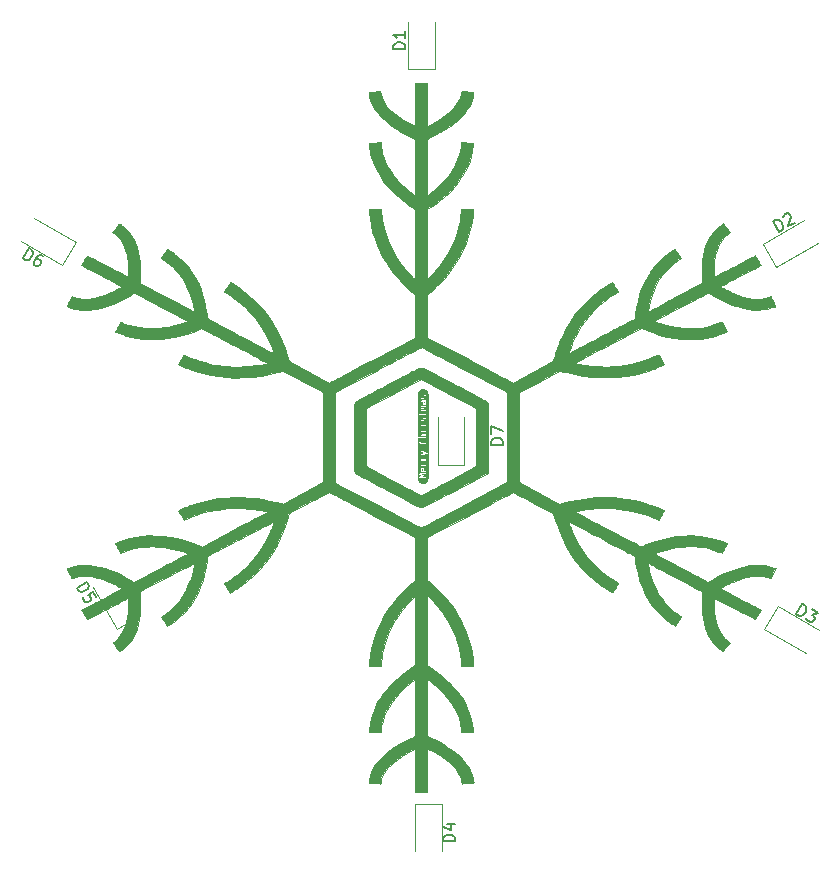
<source format=gbr>
%TF.GenerationSoftware,KiCad,Pcbnew,7.0.7*%
%TF.CreationDate,2023-12-19T22:40:54+02:00*%
%TF.ProjectId,snowflake,736e6f77-666c-4616-9b65-2e6b69636164,rev?*%
%TF.SameCoordinates,Original*%
%TF.FileFunction,Legend,Top*%
%TF.FilePolarity,Positive*%
%FSLAX46Y46*%
G04 Gerber Fmt 4.6, Leading zero omitted, Abs format (unit mm)*
G04 Created by KiCad (PCBNEW 7.0.7) date 2023-12-19 22:40:54*
%MOMM*%
%LPD*%
G01*
G04 APERTURE LIST*
%ADD10C,0.150000*%
%ADD11C,0.120000*%
%ADD12C,0.010000*%
G04 APERTURE END LIST*
D10*
X103111081Y-78410603D02*
X103611081Y-77544578D01*
X103611081Y-77544578D02*
X103817278Y-77663625D01*
X103817278Y-77663625D02*
X103917186Y-77776293D01*
X103917186Y-77776293D02*
X103952046Y-77906391D01*
X103952046Y-77906391D02*
X103945666Y-78012679D01*
X103945666Y-78012679D02*
X103891667Y-78201446D01*
X103891667Y-78201446D02*
X103820239Y-78325164D01*
X103820239Y-78325164D02*
X103683761Y-78466311D01*
X103683761Y-78466311D02*
X103594903Y-78524980D01*
X103594903Y-78524980D02*
X103464805Y-78559840D01*
X103464805Y-78559840D02*
X103317278Y-78529651D01*
X103317278Y-78529651D02*
X103111081Y-78410603D01*
X104848260Y-78258863D02*
X104683303Y-78163625D01*
X104683303Y-78163625D02*
X104577015Y-78157245D01*
X104577015Y-78157245D02*
X104511966Y-78174675D01*
X104511966Y-78174675D02*
X104358059Y-78250774D01*
X104358059Y-78250774D02*
X104221582Y-78391922D01*
X104221582Y-78391922D02*
X104031105Y-78721836D01*
X104031105Y-78721836D02*
X104024726Y-78828124D01*
X104024726Y-78828124D02*
X104042155Y-78893173D01*
X104042155Y-78893173D02*
X104100824Y-78982032D01*
X104100824Y-78982032D02*
X104265782Y-79077270D01*
X104265782Y-79077270D02*
X104372070Y-79083649D01*
X104372070Y-79083649D02*
X104437119Y-79066220D01*
X104437119Y-79066220D02*
X104525977Y-79007551D01*
X104525977Y-79007551D02*
X104645025Y-78801354D01*
X104645025Y-78801354D02*
X104651404Y-78695066D01*
X104651404Y-78695066D02*
X104633975Y-78630017D01*
X104633975Y-78630017D02*
X104575306Y-78541159D01*
X104575306Y-78541159D02*
X104410348Y-78445921D01*
X104410348Y-78445921D02*
X104304060Y-78439541D01*
X104304060Y-78439541D02*
X104239011Y-78456971D01*
X104239011Y-78456971D02*
X104150153Y-78515640D01*
X139714219Y-127777794D02*
X138714219Y-127777794D01*
X138714219Y-127777794D02*
X138714219Y-127539699D01*
X138714219Y-127539699D02*
X138761838Y-127396842D01*
X138761838Y-127396842D02*
X138857076Y-127301604D01*
X138857076Y-127301604D02*
X138952314Y-127253985D01*
X138952314Y-127253985D02*
X139142790Y-127206366D01*
X139142790Y-127206366D02*
X139285647Y-127206366D01*
X139285647Y-127206366D02*
X139476123Y-127253985D01*
X139476123Y-127253985D02*
X139571361Y-127301604D01*
X139571361Y-127301604D02*
X139666600Y-127396842D01*
X139666600Y-127396842D02*
X139714219Y-127539699D01*
X139714219Y-127539699D02*
X139714219Y-127777794D01*
X139047552Y-126349223D02*
X139714219Y-126349223D01*
X138666600Y-126587318D02*
X139380885Y-126825413D01*
X139380885Y-126825413D02*
X139380885Y-126206366D01*
X135490019Y-60707494D02*
X134490019Y-60707494D01*
X134490019Y-60707494D02*
X134490019Y-60469399D01*
X134490019Y-60469399D02*
X134537638Y-60326542D01*
X134537638Y-60326542D02*
X134632876Y-60231304D01*
X134632876Y-60231304D02*
X134728114Y-60183685D01*
X134728114Y-60183685D02*
X134918590Y-60136066D01*
X134918590Y-60136066D02*
X135061447Y-60136066D01*
X135061447Y-60136066D02*
X135251923Y-60183685D01*
X135251923Y-60183685D02*
X135347161Y-60231304D01*
X135347161Y-60231304D02*
X135442400Y-60326542D01*
X135442400Y-60326542D02*
X135490019Y-60469399D01*
X135490019Y-60469399D02*
X135490019Y-60707494D01*
X135490019Y-59183685D02*
X135490019Y-59755113D01*
X135490019Y-59469399D02*
X134490019Y-59469399D01*
X134490019Y-59469399D02*
X134632876Y-59564637D01*
X134632876Y-59564637D02*
X134728114Y-59659875D01*
X134728114Y-59659875D02*
X134775733Y-59755113D01*
X107669667Y-106319000D02*
X108535693Y-105819000D01*
X108535693Y-105819000D02*
X108654740Y-106025197D01*
X108654740Y-106025197D02*
X108684930Y-106172724D01*
X108684930Y-106172724D02*
X108650070Y-106302822D01*
X108650070Y-106302822D02*
X108591401Y-106391680D01*
X108591401Y-106391680D02*
X108450253Y-106528158D01*
X108450253Y-106528158D02*
X108326535Y-106599586D01*
X108326535Y-106599586D02*
X108137769Y-106653585D01*
X108137769Y-106653585D02*
X108031480Y-106659965D01*
X108031480Y-106659965D02*
X107901383Y-106625105D01*
X107901383Y-106625105D02*
X107788715Y-106525197D01*
X107788715Y-106525197D02*
X107669667Y-106319000D01*
X109273788Y-107097419D02*
X109035693Y-106685026D01*
X109035693Y-106685026D02*
X108599490Y-106881882D01*
X108599490Y-106881882D02*
X108664539Y-106899311D01*
X108664539Y-106899311D02*
X108753397Y-106957980D01*
X108753397Y-106957980D02*
X108872445Y-107164177D01*
X108872445Y-107164177D02*
X108878825Y-107270465D01*
X108878825Y-107270465D02*
X108861395Y-107335514D01*
X108861395Y-107335514D02*
X108802726Y-107424372D01*
X108802726Y-107424372D02*
X108596529Y-107543420D01*
X108596529Y-107543420D02*
X108490241Y-107549800D01*
X108490241Y-107549800D02*
X108425192Y-107532370D01*
X108425192Y-107532370D02*
X108336334Y-107473701D01*
X108336334Y-107473701D02*
X108217286Y-107267504D01*
X108217286Y-107267504D02*
X108210907Y-107161216D01*
X108210907Y-107161216D02*
X108228336Y-107096167D01*
X168615994Y-108539421D02*
X169115994Y-107673396D01*
X169115994Y-107673396D02*
X169322191Y-107792443D01*
X169322191Y-107792443D02*
X169422099Y-107905111D01*
X169422099Y-107905111D02*
X169456959Y-108035209D01*
X169456959Y-108035209D02*
X169450579Y-108141497D01*
X169450579Y-108141497D02*
X169396580Y-108330264D01*
X169396580Y-108330264D02*
X169325152Y-108453982D01*
X169325152Y-108453982D02*
X169188674Y-108595129D01*
X169188674Y-108595129D02*
X169099816Y-108653798D01*
X169099816Y-108653798D02*
X168969718Y-108688658D01*
X168969718Y-108688658D02*
X168822191Y-108658469D01*
X168822191Y-108658469D02*
X168615994Y-108539421D01*
X169899541Y-108125777D02*
X170435652Y-108435300D01*
X170435652Y-108435300D02*
X169956501Y-108598548D01*
X169956501Y-108598548D02*
X170080219Y-108669977D01*
X170080219Y-108669977D02*
X170138888Y-108758835D01*
X170138888Y-108758835D02*
X170156317Y-108823884D01*
X170156317Y-108823884D02*
X170149938Y-108930172D01*
X170149938Y-108930172D02*
X170030890Y-109136369D01*
X170030890Y-109136369D02*
X169942032Y-109195038D01*
X169942032Y-109195038D02*
X169876983Y-109212467D01*
X169876983Y-109212467D02*
X169770695Y-109206088D01*
X169770695Y-109206088D02*
X169523259Y-109063230D01*
X169523259Y-109063230D02*
X169464590Y-108974372D01*
X169464590Y-108974372D02*
X169447160Y-108909323D01*
X167142100Y-76148766D02*
X166642100Y-75282740D01*
X166642100Y-75282740D02*
X166848297Y-75163693D01*
X166848297Y-75163693D02*
X166995824Y-75133503D01*
X166995824Y-75133503D02*
X167125922Y-75168363D01*
X167125922Y-75168363D02*
X167214780Y-75227032D01*
X167214780Y-75227032D02*
X167351258Y-75368180D01*
X167351258Y-75368180D02*
X167422686Y-75491898D01*
X167422686Y-75491898D02*
X167476685Y-75680664D01*
X167476685Y-75680664D02*
X167483065Y-75786953D01*
X167483065Y-75786953D02*
X167448205Y-75917050D01*
X167448205Y-75917050D02*
X167348297Y-76029718D01*
X167348297Y-76029718D02*
X167142100Y-76148766D01*
X167514505Y-74889028D02*
X167531935Y-74823980D01*
X167531935Y-74823980D02*
X167590604Y-74735121D01*
X167590604Y-74735121D02*
X167796801Y-74616074D01*
X167796801Y-74616074D02*
X167903089Y-74609694D01*
X167903089Y-74609694D02*
X167968138Y-74627124D01*
X167968138Y-74627124D02*
X168056996Y-74685793D01*
X168056996Y-74685793D02*
X168104615Y-74768271D01*
X168104615Y-74768271D02*
X168134804Y-74915799D01*
X168134804Y-74915799D02*
X167925647Y-75696385D01*
X167925647Y-75696385D02*
X168461758Y-75386861D01*
X143761619Y-94184694D02*
X142761619Y-94184694D01*
X142761619Y-94184694D02*
X142761619Y-93946599D01*
X142761619Y-93946599D02*
X142809238Y-93803742D01*
X142809238Y-93803742D02*
X142904476Y-93708504D01*
X142904476Y-93708504D02*
X142999714Y-93660885D01*
X142999714Y-93660885D02*
X143190190Y-93613266D01*
X143190190Y-93613266D02*
X143333047Y-93613266D01*
X143333047Y-93613266D02*
X143523523Y-93660885D01*
X143523523Y-93660885D02*
X143618761Y-93708504D01*
X143618761Y-93708504D02*
X143714000Y-93803742D01*
X143714000Y-93803742D02*
X143761619Y-93946599D01*
X143761619Y-93946599D02*
X143761619Y-94184694D01*
X142761619Y-93279932D02*
X142761619Y-92613266D01*
X142761619Y-92613266D02*
X143761619Y-93041837D01*
D11*
%TO.C,D6*%
X106450622Y-79022539D02*
X107585622Y-77056661D01*
X107585622Y-77056661D02*
X104069559Y-75026661D01*
X102934559Y-76992539D02*
X106450622Y-79022539D01*
%TO.C,D4*%
X138574400Y-124579700D02*
X136304400Y-124579700D01*
X136304400Y-124579700D02*
X136304400Y-128639700D01*
X138574400Y-128639700D02*
X138574400Y-124579700D01*
%TO.C,D1*%
X135720200Y-62429400D02*
X137990200Y-62429400D01*
X137990200Y-62429400D02*
X137990200Y-58369400D01*
X135720200Y-58369400D02*
X135720200Y-62429400D01*
%TO.C,D5*%
X111092661Y-109784322D02*
X113058539Y-108649322D01*
X113058539Y-108649322D02*
X111028539Y-105133259D01*
X109062661Y-106268259D02*
X111092661Y-109784322D01*
%TO.C,D3*%
X167009691Y-107877811D02*
X165874691Y-109843689D01*
X165874691Y-109843689D02*
X169390754Y-111873689D01*
X170525754Y-109907811D02*
X167009691Y-107877811D01*
%TO.C,kibuzzard-65665DDA*%
G36*
X136995207Y-96428461D02*
G01*
X136959965Y-96420365D01*
X136929485Y-96403220D01*
X136908530Y-96375598D01*
X136900910Y-96336069D01*
X136909006Y-96296064D01*
X136930437Y-96269394D01*
X136960441Y-96254154D01*
X136995207Y-96249391D01*
X136995207Y-96428461D01*
G37*
G36*
X137177611Y-90587731D02*
G01*
X137178087Y-90624879D01*
X137165229Y-90683934D01*
X137121890Y-90706794D01*
X137094267Y-90699174D01*
X137078075Y-90678695D01*
X137069979Y-90648691D01*
X137067597Y-90613449D01*
X137069026Y-90583921D01*
X137072360Y-90556299D01*
X137175230Y-90556299D01*
X137177611Y-90587731D01*
G37*
G36*
X137461615Y-90633451D02*
G01*
X137461615Y-90891579D01*
X137461615Y-91509751D01*
X137461615Y-92076489D01*
X137461615Y-92450821D01*
X137461615Y-93042324D01*
X137461615Y-93661449D01*
X137461615Y-93915766D01*
X137461615Y-95036859D01*
X137461615Y-95423574D01*
X137461615Y-95899824D01*
X137461615Y-96303684D01*
X137461615Y-96600864D01*
X137461615Y-97033299D01*
X137461615Y-97072986D01*
X137459447Y-97117115D01*
X137452964Y-97160819D01*
X137442229Y-97203677D01*
X137427344Y-97245276D01*
X137408454Y-97285216D01*
X137385740Y-97323112D01*
X137359421Y-97358600D01*
X137329750Y-97391336D01*
X137297013Y-97421007D01*
X137261526Y-97447326D01*
X137223630Y-97470040D01*
X137183690Y-97488931D01*
X137142091Y-97503815D01*
X137099233Y-97514550D01*
X137055529Y-97521033D01*
X137011400Y-97523201D01*
X136967271Y-97521033D01*
X136923567Y-97514550D01*
X136880709Y-97503815D01*
X136839110Y-97488931D01*
X136799170Y-97470040D01*
X136761274Y-97447326D01*
X136725787Y-97421007D01*
X136693050Y-97391336D01*
X136663379Y-97358600D01*
X136637060Y-97323112D01*
X136614346Y-97285216D01*
X136595456Y-97245276D01*
X136580571Y-97203677D01*
X136569836Y-97160819D01*
X136563353Y-97117115D01*
X136561185Y-97072986D01*
X136561185Y-97033299D01*
X136561185Y-96999009D01*
X136672310Y-96999009D01*
X136736842Y-97005319D01*
X136806612Y-97010915D01*
X136880193Y-97015797D01*
X136956155Y-97019964D01*
X137033546Y-97023655D01*
X137111412Y-97027108D01*
X137188089Y-97030322D01*
X137261907Y-97033299D01*
X137261907Y-96925666D01*
X136803755Y-96930429D01*
X137053310Y-96860896D01*
X137053310Y-96775171D01*
X136803755Y-96702781D01*
X137261907Y-96708496D01*
X137261907Y-96600864D01*
X137186541Y-96603007D01*
X137112841Y-96605626D01*
X137040213Y-96608841D01*
X136968061Y-96612770D01*
X136895790Y-96617533D01*
X136822805Y-96623248D01*
X136748510Y-96629558D01*
X136672310Y-96636106D01*
X136672310Y-96733261D01*
X136722792Y-96750406D01*
X136788039Y-96771361D01*
X136860429Y-96795174D01*
X136933295Y-96818986D01*
X136864715Y-96840894D01*
X136791372Y-96863754D01*
X136723745Y-96885185D01*
X136672310Y-96901854D01*
X136672310Y-96999009D01*
X136561185Y-96999009D01*
X136561185Y-96337974D01*
X136802802Y-96337974D01*
X136806612Y-96377503D01*
X136818042Y-96416079D01*
X136836973Y-96452036D01*
X136863286Y-96483706D01*
X136896981Y-96510376D01*
X136938057Y-96531331D01*
X136986397Y-96544904D01*
X137041880Y-96549429D01*
X137095458Y-96545143D01*
X137141892Y-96532284D01*
X137181302Y-96511448D01*
X137213806Y-96483230D01*
X137239286Y-96447988D01*
X137257621Y-96406078D01*
X137268694Y-96357857D01*
X137272385Y-96303684D01*
X137265241Y-96226531D01*
X137247620Y-96161761D01*
X137147607Y-96177954D01*
X137162847Y-96231770D01*
X137170467Y-96298921D01*
X137164157Y-96350833D01*
X137145226Y-96392266D01*
X137115342Y-96419413D01*
X137076170Y-96428461D01*
X137076170Y-96137949D01*
X137056167Y-96136520D01*
X137032355Y-96136044D01*
X136963405Y-96141759D01*
X136906413Y-96158904D01*
X136861381Y-96187479D01*
X136828837Y-96227060D01*
X136809311Y-96277225D01*
X136802802Y-96337974D01*
X136561185Y-96337974D01*
X136561185Y-95807431D01*
X136805660Y-95807431D01*
X136808279Y-95868987D01*
X136816137Y-95922208D01*
X136828282Y-95970666D01*
X136843760Y-96017934D01*
X137261907Y-96017934D01*
X137261907Y-95899824D01*
X136929485Y-95899824D01*
X136920436Y-95851246D01*
X136918055Y-95802669D01*
X136919007Y-95776951D01*
X136922341Y-95745519D01*
X136927580Y-95713610D01*
X136933295Y-95686464D01*
X136824710Y-95665509D01*
X136815661Y-95702180D01*
X136809946Y-95742661D01*
X136806612Y-95780285D01*
X136805660Y-95807431D01*
X136561185Y-95807431D01*
X136561185Y-95331181D01*
X136805660Y-95331181D01*
X136808279Y-95392737D01*
X136816137Y-95445958D01*
X136828282Y-95494416D01*
X136843760Y-95541684D01*
X137261907Y-95541684D01*
X137261907Y-95423574D01*
X136929485Y-95423574D01*
X136920436Y-95374996D01*
X136918055Y-95326419D01*
X136919007Y-95300701D01*
X136922341Y-95269269D01*
X136927580Y-95237360D01*
X136933295Y-95210214D01*
X136824710Y-95189259D01*
X136815661Y-95225930D01*
X136809946Y-95266411D01*
X136806612Y-95304035D01*
X136805660Y-95331181D01*
X136561185Y-95331181D01*
X136561185Y-95114964D01*
X136814232Y-95114964D01*
X136878080Y-95097343D01*
X136939129Y-95078769D01*
X136997380Y-95059243D01*
X137052834Y-95038764D01*
X137122207Y-95010824D01*
X137186184Y-94982884D01*
X137244762Y-94954944D01*
X137299055Y-94988281D01*
X137321915Y-95043526D01*
X137318581Y-95075435D01*
X137306675Y-95109249D01*
X137404782Y-95131156D01*
X137417165Y-95090675D01*
X137421927Y-95036859D01*
X137413355Y-94975423D01*
X137387161Y-94927798D01*
X137341917Y-94888745D01*
X137276195Y-94853026D01*
X137223093Y-94830047D01*
X137168562Y-94808735D01*
X137112722Y-94788852D01*
X137055691Y-94770159D01*
X136997351Y-94752418D01*
X136937581Y-94735393D01*
X136876502Y-94718367D01*
X136814232Y-94700626D01*
X136814232Y-94820641D01*
X136890432Y-94837310D01*
X136930318Y-94846478D01*
X136969966Y-94855884D01*
X137009257Y-94865647D01*
X137048071Y-94875886D01*
X137119985Y-94895889D01*
X137048071Y-94923988D01*
X137009138Y-94937442D01*
X136969490Y-94950181D01*
X136929485Y-94962207D01*
X136889480Y-94973518D01*
X136814232Y-94993044D01*
X136814232Y-95114964D01*
X136561185Y-95114964D01*
X136561185Y-93904336D01*
X136658975Y-93904336D01*
X136664095Y-93960177D01*
X136679454Y-94011493D01*
X136704695Y-94057213D01*
X136739461Y-94096265D01*
X136783395Y-94128055D01*
X136836140Y-94151986D01*
X136897338Y-94166988D01*
X136966632Y-94171989D01*
X137036225Y-94167881D01*
X137097363Y-94155558D01*
X137150048Y-94135020D01*
X137194280Y-94106266D01*
X137238730Y-94055890D01*
X137265400Y-93992390D01*
X137274290Y-93915766D01*
X137271075Y-93863736D01*
X137261431Y-93818135D01*
X137233332Y-93750984D01*
X137140940Y-93780511D01*
X137161895Y-93828613D01*
X137172372Y-93904336D01*
X137158918Y-93972321D01*
X137118556Y-94018160D01*
X137077440Y-94037475D01*
X137025846Y-94049063D01*
X136963775Y-94052926D01*
X136910435Y-94049712D01*
X136866620Y-94040068D01*
X136804231Y-94006730D01*
X136770894Y-93960058D01*
X136760892Y-93906241D01*
X136770894Y-93835280D01*
X136795182Y-93782416D01*
X136701837Y-93751936D01*
X136690407Y-93771463D01*
X136676120Y-93803371D01*
X136664214Y-93847663D01*
X136658975Y-93904336D01*
X136561185Y-93904336D01*
X136561185Y-93544291D01*
X136600872Y-93544291D01*
X136620875Y-93661449D01*
X137261907Y-93661449D01*
X137261907Y-93544291D01*
X136917102Y-93544291D01*
X136910435Y-93519050D01*
X136906625Y-93487141D01*
X136934247Y-93432849D01*
X136970681Y-93422133D01*
X137024735Y-93418561D01*
X137261907Y-93418561D01*
X137261907Y-93301404D01*
X137009495Y-93301404D01*
X136965799Y-93303547D01*
X136926151Y-93309976D01*
X136861381Y-93338551D01*
X136819471Y-93391891D01*
X136808398Y-93429277D01*
X136804707Y-93474759D01*
X136808994Y-93510001D01*
X136818042Y-93544291D01*
X136600872Y-93544291D01*
X136561185Y-93544291D01*
X136561185Y-92949931D01*
X136805660Y-92949931D01*
X136808279Y-93011487D01*
X136816137Y-93064708D01*
X136828282Y-93113166D01*
X136843760Y-93160434D01*
X137261907Y-93160434D01*
X137261907Y-93042324D01*
X136929485Y-93042324D01*
X136920436Y-92993746D01*
X136918055Y-92945169D01*
X136919007Y-92919451D01*
X136922341Y-92888019D01*
X136927580Y-92856110D01*
X136933295Y-92828964D01*
X136824710Y-92808009D01*
X136815661Y-92844680D01*
X136809946Y-92885161D01*
X136806612Y-92922785D01*
X136805660Y-92949931D01*
X136561185Y-92949931D01*
X136561185Y-92572741D01*
X136610397Y-92572741D01*
X136630400Y-92624653D01*
X136685645Y-92646084D01*
X136739937Y-92624653D01*
X136759940Y-92572741D01*
X136814232Y-92572741D01*
X136814232Y-92734666D01*
X136911387Y-92734666D01*
X136911387Y-92610841D01*
X137076170Y-92610841D01*
X137120223Y-92608936D01*
X137159037Y-92603221D01*
X137220474Y-92577028D01*
X137259050Y-92527498D01*
X137269051Y-92492850D01*
X137272385Y-92450821D01*
X137266194Y-92392243D01*
X137242857Y-92324139D01*
X137148560Y-92339379D01*
X137166181Y-92390814D01*
X137170467Y-92429866D01*
X137150941Y-92478920D01*
X137091410Y-92493684D01*
X136814232Y-92493684D01*
X136814232Y-92572741D01*
X136759940Y-92572741D01*
X136739937Y-92520354D01*
X136685645Y-92498446D01*
X136630400Y-92520354D01*
X136610397Y-92572741D01*
X136561185Y-92572741D01*
X136561185Y-92038389D01*
X136802802Y-92038389D01*
X136805541Y-92085299D01*
X136813756Y-92125066D01*
X136844236Y-92184598D01*
X136889004Y-92218888D01*
X136942820Y-92229841D01*
X137001399Y-92215554D01*
X137039975Y-92179359D01*
X137065216Y-92130781D01*
X137082837Y-92078394D01*
X137094267Y-92043628D01*
X137106174Y-92014100D01*
X137120937Y-91994098D01*
X137141892Y-91986954D01*
X137167134Y-92009814D01*
X137173325Y-92075536D01*
X137161895Y-92152213D01*
X137137130Y-92223174D01*
X137235237Y-92241271D01*
X137259050Y-92175549D01*
X137269051Y-92130305D01*
X137272385Y-92076489D01*
X137269766Y-92023863D01*
X137261907Y-91980286D01*
X137233332Y-91916945D01*
X137190470Y-91882179D01*
X137138082Y-91871701D01*
X137078551Y-91885989D01*
X137038546Y-91922660D01*
X137012352Y-91972666D01*
X136993302Y-92026006D01*
X136981396Y-92059820D01*
X136968537Y-92087443D01*
X136953774Y-92106493D01*
X136935200Y-92113636D01*
X136911864Y-92097920D01*
X136900910Y-92037436D01*
X136911864Y-91960284D01*
X136927580Y-91909801D01*
X136828520Y-91891704D01*
X136809470Y-91956950D01*
X136804469Y-91996122D01*
X136802802Y-92038389D01*
X136561185Y-92038389D01*
X136561185Y-91563091D01*
X136682787Y-91563091D01*
X136701837Y-91680249D01*
X136814232Y-91680249D01*
X136814232Y-91782166D01*
X136911387Y-91782166D01*
X136911387Y-91680249D01*
X137095220Y-91680249D01*
X137146060Y-91677391D01*
X137186184Y-91668819D01*
X137240000Y-91635481D01*
X137265717Y-91582141D01*
X137272385Y-91509751D01*
X137266670Y-91436885D01*
X137247620Y-91366876D01*
X137146655Y-91383069D01*
X137159037Y-91413073D01*
X137166181Y-91439743D01*
X137169515Y-91466413D01*
X137170467Y-91496416D01*
X137167610Y-91524039D01*
X137156180Y-91544994D01*
X137132367Y-91558329D01*
X137092362Y-91563091D01*
X136911387Y-91563091D01*
X136911387Y-91375449D01*
X136814232Y-91375449D01*
X136814232Y-91563091D01*
X136682787Y-91563091D01*
X136561185Y-91563091D01*
X136561185Y-91175424D01*
X136809470Y-91175424D01*
X136815185Y-91239241D01*
X136831377Y-91312584D01*
X137261907Y-91312584D01*
X137261907Y-91217334D01*
X136910435Y-91217334D01*
X136907577Y-91201618D01*
X136906625Y-91187806D01*
X136924722Y-91158755D01*
X136988540Y-91149706D01*
X137091410Y-91149706D01*
X137091410Y-91054456D01*
X137001875Y-91054456D01*
X136953297Y-91056361D01*
X136913292Y-91061124D01*
X136908054Y-91043979D01*
X136906625Y-91025881D01*
X136909482Y-91011118D01*
X136920912Y-90998735D01*
X136945677Y-90990163D01*
X136988540Y-90986829D01*
X137261907Y-90986829D01*
X137261907Y-90891579D01*
X136994255Y-90891579D01*
X136950559Y-90892769D01*
X136912816Y-90896341D01*
X136855190Y-90914915D01*
X136820900Y-90952539D01*
X136809470Y-91013499D01*
X136817566Y-91059219D01*
X136836140Y-91097319D01*
X136815661Y-91131133D01*
X136809470Y-91175424D01*
X136561185Y-91175424D01*
X136561185Y-90635356D01*
X136802802Y-90635356D01*
X136804350Y-90677504D01*
X136808994Y-90718224D01*
X136822805Y-90780136D01*
X136917102Y-90763944D01*
X136905672Y-90713938D01*
X136900910Y-90649644D01*
X136906506Y-90605829D01*
X136923294Y-90577254D01*
X136979015Y-90556299D01*
X136993302Y-90556299D01*
X136987587Y-90594161D01*
X136985682Y-90637261D01*
X136992826Y-90706794D01*
X137016162Y-90765849D01*
X137059025Y-90806806D01*
X137124747Y-90822046D01*
X137193804Y-90808711D01*
X137239524Y-90770611D01*
X137264765Y-90711080D01*
X137272385Y-90633451D01*
X137270480Y-90573682D01*
X137264765Y-90520104D01*
X137251430Y-90443904D01*
X136984730Y-90443904D01*
X136909006Y-90453429D01*
X136851856Y-90484861D01*
X136815661Y-90543440D01*
X136806017Y-90584755D01*
X136802802Y-90635356D01*
X136561185Y-90635356D01*
X136561185Y-90133389D01*
X136802802Y-90133389D01*
X136805541Y-90180299D01*
X136813756Y-90220066D01*
X136844236Y-90279598D01*
X136889004Y-90313888D01*
X136942820Y-90324841D01*
X137001399Y-90310554D01*
X137039975Y-90274359D01*
X137065216Y-90225781D01*
X137082837Y-90173394D01*
X137094267Y-90138628D01*
X137106174Y-90109100D01*
X137120937Y-90089098D01*
X137141892Y-90081954D01*
X137167134Y-90104814D01*
X137173325Y-90170536D01*
X137161895Y-90247213D01*
X137137130Y-90318174D01*
X137235237Y-90336271D01*
X137259050Y-90270549D01*
X137269051Y-90225305D01*
X137272385Y-90171489D01*
X137269766Y-90118863D01*
X137261907Y-90075286D01*
X137233332Y-90011945D01*
X137190470Y-89977179D01*
X137138082Y-89966701D01*
X137078551Y-89980989D01*
X137038546Y-90017660D01*
X137012352Y-90067666D01*
X136993302Y-90121006D01*
X136981396Y-90154820D01*
X136968537Y-90182443D01*
X136953774Y-90201493D01*
X136935200Y-90208636D01*
X136911864Y-90192920D01*
X136900910Y-90132436D01*
X136911864Y-90055284D01*
X136927580Y-90004801D01*
X136828520Y-89986704D01*
X136809470Y-90051950D01*
X136804469Y-90091122D01*
X136802802Y-90133389D01*
X136561185Y-90133389D01*
X136561185Y-89966701D01*
X136561185Y-89927014D01*
X136563353Y-89882885D01*
X136569836Y-89839181D01*
X136580571Y-89796323D01*
X136595456Y-89754724D01*
X136614346Y-89714784D01*
X136637060Y-89676888D01*
X136663379Y-89641400D01*
X136693050Y-89608664D01*
X136725787Y-89578993D01*
X136761274Y-89552674D01*
X136799170Y-89529960D01*
X136839110Y-89511069D01*
X136880709Y-89496185D01*
X136923567Y-89485450D01*
X136967271Y-89478967D01*
X137011400Y-89476799D01*
X137055529Y-89478967D01*
X137099233Y-89485450D01*
X137142091Y-89496185D01*
X137183690Y-89511069D01*
X137223630Y-89529960D01*
X137261526Y-89552674D01*
X137297013Y-89578993D01*
X137329750Y-89608664D01*
X137359421Y-89641400D01*
X137385740Y-89676888D01*
X137408454Y-89714784D01*
X137427344Y-89754724D01*
X137442229Y-89796323D01*
X137452964Y-89839181D01*
X137459447Y-89882885D01*
X137461615Y-89927014D01*
X137461615Y-89966701D01*
X137461615Y-90171489D01*
X137461615Y-90633451D01*
G37*
%TO.C,D2*%
X165765978Y-77209061D02*
X166900978Y-79174939D01*
X166900978Y-79174939D02*
X170417041Y-77144939D01*
X169282041Y-75179061D02*
X165765978Y-77209061D01*
%TO.C,Ref\u002A\u002A*%
D12*
X136903461Y-87675501D02*
X136990910Y-87694256D01*
X137022589Y-87708616D01*
X137088763Y-87741315D01*
X137186816Y-87790973D01*
X137314134Y-87856214D01*
X137468099Y-87935660D01*
X137646097Y-88027933D01*
X137845511Y-88131656D01*
X138063726Y-88245449D01*
X138298127Y-88367937D01*
X138546096Y-88497741D01*
X138805020Y-88633483D01*
X139072281Y-88773785D01*
X139345264Y-88917270D01*
X139621354Y-89062561D01*
X139897935Y-89208279D01*
X140172391Y-89353046D01*
X140442105Y-89495485D01*
X140704464Y-89634219D01*
X140956850Y-89767869D01*
X141196648Y-89895057D01*
X141421242Y-90014406D01*
X141628017Y-90124539D01*
X141814357Y-90224077D01*
X141977645Y-90311642D01*
X142115267Y-90385858D01*
X142224607Y-90445346D01*
X142303048Y-90488728D01*
X142347976Y-90514627D01*
X142357331Y-90520815D01*
X142408737Y-90575627D01*
X142454827Y-90642850D01*
X142461062Y-90654420D01*
X142466878Y-90666651D01*
X142472124Y-90680809D01*
X142476826Y-90699035D01*
X142481017Y-90723468D01*
X142484724Y-90756249D01*
X142487978Y-90799519D01*
X142490808Y-90855416D01*
X142493243Y-90926083D01*
X142495314Y-91013659D01*
X142497049Y-91120284D01*
X142498479Y-91248099D01*
X142499632Y-91399244D01*
X142500539Y-91575860D01*
X142501229Y-91780086D01*
X142501732Y-92014064D01*
X142502076Y-92279932D01*
X142502293Y-92579833D01*
X142502410Y-92915906D01*
X142502458Y-93290291D01*
X142502467Y-93652565D01*
X142502467Y-96569550D01*
X139776163Y-98003433D01*
X139458407Y-98170436D01*
X139150168Y-98332207D01*
X138853598Y-98487627D01*
X138570846Y-98635578D01*
X138304067Y-98774942D01*
X138055412Y-98904600D01*
X137827031Y-99023434D01*
X137621078Y-99130326D01*
X137439705Y-99224157D01*
X137285062Y-99303808D01*
X137159302Y-99368162D01*
X137064577Y-99416100D01*
X137003039Y-99446504D01*
X136977011Y-99458208D01*
X136855365Y-99476786D01*
X136730054Y-99468569D01*
X136660467Y-99450229D01*
X136630368Y-99436233D01*
X136565646Y-99403851D01*
X136468925Y-99354468D01*
X136342826Y-99289466D01*
X136189973Y-99210226D01*
X136012989Y-99118133D01*
X135814497Y-99014567D01*
X135597121Y-98900911D01*
X135363482Y-98778549D01*
X135116204Y-98648863D01*
X134857910Y-98513234D01*
X134591223Y-98373046D01*
X134318766Y-98229681D01*
X134043163Y-98084521D01*
X133767035Y-97938950D01*
X133493006Y-97794349D01*
X133223700Y-97652101D01*
X132961738Y-97513588D01*
X132709744Y-97380194D01*
X132470342Y-97253300D01*
X132246154Y-97134289D01*
X132039802Y-97024544D01*
X131853911Y-96925446D01*
X131691103Y-96838379D01*
X131554001Y-96764725D01*
X131445228Y-96705867D01*
X131367407Y-96663187D01*
X131323161Y-96638067D01*
X131314460Y-96632533D01*
X131262033Y-96579788D01*
X131213694Y-96511017D01*
X131201634Y-96488493D01*
X131157134Y-96396568D01*
X131157134Y-91124190D01*
X132151967Y-91124190D01*
X132151967Y-96023015D01*
X134485592Y-97252248D01*
X134778131Y-97406305D01*
X135060251Y-97554801D01*
X135329692Y-97696552D01*
X135584197Y-97830372D01*
X135821505Y-97955075D01*
X136039358Y-98069476D01*
X136235496Y-98172391D01*
X136407662Y-98262633D01*
X136553595Y-98339017D01*
X136671037Y-98400359D01*
X136757728Y-98445472D01*
X136811411Y-98473171D01*
X136829800Y-98482280D01*
X136849497Y-98472710D01*
X136904382Y-98444587D01*
X136992194Y-98399095D01*
X137110670Y-98337418D01*
X137257549Y-98260742D01*
X137430570Y-98170251D01*
X137627470Y-98067129D01*
X137845987Y-97952560D01*
X138083859Y-97827731D01*
X138338826Y-97693824D01*
X138608624Y-97552025D01*
X138890993Y-97403518D01*
X139168717Y-97257359D01*
X141497050Y-96031639D01*
X141497050Y-91115544D01*
X139165133Y-89888723D01*
X136833217Y-88661903D01*
X134492592Y-89893046D01*
X132151967Y-91124190D01*
X131157134Y-91124190D01*
X131157134Y-90750632D01*
X131201634Y-90658708D01*
X131244476Y-90589843D01*
X131297692Y-90529009D01*
X131314601Y-90514560D01*
X131341196Y-90498653D01*
X131403091Y-90464243D01*
X131498096Y-90412493D01*
X131624024Y-90344567D01*
X131778686Y-90261631D01*
X131959894Y-90164848D01*
X132165461Y-90055382D01*
X132393197Y-89934397D01*
X132640914Y-89803057D01*
X132906425Y-89662528D01*
X133187540Y-89513972D01*
X133482073Y-89358553D01*
X133787834Y-89197437D01*
X134022971Y-89073686D01*
X134392306Y-88879453D01*
X134726095Y-88704034D01*
X135026224Y-88546473D01*
X135294578Y-88405815D01*
X135533045Y-88281103D01*
X135743510Y-88171380D01*
X135927860Y-88075692D01*
X136087982Y-87993081D01*
X136225761Y-87922591D01*
X136343084Y-87863266D01*
X136441837Y-87814151D01*
X136523906Y-87774288D01*
X136591179Y-87742722D01*
X136645540Y-87718497D01*
X136688878Y-87700656D01*
X136723076Y-87688244D01*
X136750024Y-87680303D01*
X136771605Y-87675878D01*
X136783378Y-87674459D01*
X136903461Y-87675501D01*
G36*
X136903461Y-87675501D02*
G01*
X136990910Y-87694256D01*
X137022589Y-87708616D01*
X137088763Y-87741315D01*
X137186816Y-87790973D01*
X137314134Y-87856214D01*
X137468099Y-87935660D01*
X137646097Y-88027933D01*
X137845511Y-88131656D01*
X138063726Y-88245449D01*
X138298127Y-88367937D01*
X138546096Y-88497741D01*
X138805020Y-88633483D01*
X139072281Y-88773785D01*
X139345264Y-88917270D01*
X139621354Y-89062561D01*
X139897935Y-89208279D01*
X140172391Y-89353046D01*
X140442105Y-89495485D01*
X140704464Y-89634219D01*
X140956850Y-89767869D01*
X141196648Y-89895057D01*
X141421242Y-90014406D01*
X141628017Y-90124539D01*
X141814357Y-90224077D01*
X141977645Y-90311642D01*
X142115267Y-90385858D01*
X142224607Y-90445346D01*
X142303048Y-90488728D01*
X142347976Y-90514627D01*
X142357331Y-90520815D01*
X142408737Y-90575627D01*
X142454827Y-90642850D01*
X142461062Y-90654420D01*
X142466878Y-90666651D01*
X142472124Y-90680809D01*
X142476826Y-90699035D01*
X142481017Y-90723468D01*
X142484724Y-90756249D01*
X142487978Y-90799519D01*
X142490808Y-90855416D01*
X142493243Y-90926083D01*
X142495314Y-91013659D01*
X142497049Y-91120284D01*
X142498479Y-91248099D01*
X142499632Y-91399244D01*
X142500539Y-91575860D01*
X142501229Y-91780086D01*
X142501732Y-92014064D01*
X142502076Y-92279932D01*
X142502293Y-92579833D01*
X142502410Y-92915906D01*
X142502458Y-93290291D01*
X142502467Y-93652565D01*
X142502467Y-96569550D01*
X139776163Y-98003433D01*
X139458407Y-98170436D01*
X139150168Y-98332207D01*
X138853598Y-98487627D01*
X138570846Y-98635578D01*
X138304067Y-98774942D01*
X138055412Y-98904600D01*
X137827031Y-99023434D01*
X137621078Y-99130326D01*
X137439705Y-99224157D01*
X137285062Y-99303808D01*
X137159302Y-99368162D01*
X137064577Y-99416100D01*
X137003039Y-99446504D01*
X136977011Y-99458208D01*
X136855365Y-99476786D01*
X136730054Y-99468569D01*
X136660467Y-99450229D01*
X136630368Y-99436233D01*
X136565646Y-99403851D01*
X136468925Y-99354468D01*
X136342826Y-99289466D01*
X136189973Y-99210226D01*
X136012989Y-99118133D01*
X135814497Y-99014567D01*
X135597121Y-98900911D01*
X135363482Y-98778549D01*
X135116204Y-98648863D01*
X134857910Y-98513234D01*
X134591223Y-98373046D01*
X134318766Y-98229681D01*
X134043163Y-98084521D01*
X133767035Y-97938950D01*
X133493006Y-97794349D01*
X133223700Y-97652101D01*
X132961738Y-97513588D01*
X132709744Y-97380194D01*
X132470342Y-97253300D01*
X132246154Y-97134289D01*
X132039802Y-97024544D01*
X131853911Y-96925446D01*
X131691103Y-96838379D01*
X131554001Y-96764725D01*
X131445228Y-96705867D01*
X131367407Y-96663187D01*
X131323161Y-96638067D01*
X131314460Y-96632533D01*
X131262033Y-96579788D01*
X131213694Y-96511017D01*
X131201634Y-96488493D01*
X131157134Y-96396568D01*
X131157134Y-91124190D01*
X132151967Y-91124190D01*
X132151967Y-96023015D01*
X134485592Y-97252248D01*
X134778131Y-97406305D01*
X135060251Y-97554801D01*
X135329692Y-97696552D01*
X135584197Y-97830372D01*
X135821505Y-97955075D01*
X136039358Y-98069476D01*
X136235496Y-98172391D01*
X136407662Y-98262633D01*
X136553595Y-98339017D01*
X136671037Y-98400359D01*
X136757728Y-98445472D01*
X136811411Y-98473171D01*
X136829800Y-98482280D01*
X136849497Y-98472710D01*
X136904382Y-98444587D01*
X136992194Y-98399095D01*
X137110670Y-98337418D01*
X137257549Y-98260742D01*
X137430570Y-98170251D01*
X137627470Y-98067129D01*
X137845987Y-97952560D01*
X138083859Y-97827731D01*
X138338826Y-97693824D01*
X138608624Y-97552025D01*
X138890993Y-97403518D01*
X139168717Y-97257359D01*
X141497050Y-96031639D01*
X141497050Y-91115544D01*
X139165133Y-89888723D01*
X136833217Y-88661903D01*
X134492592Y-89893046D01*
X132151967Y-91124190D01*
X131157134Y-91124190D01*
X131157134Y-90750632D01*
X131201634Y-90658708D01*
X131244476Y-90589843D01*
X131297692Y-90529009D01*
X131314601Y-90514560D01*
X131341196Y-90498653D01*
X131403091Y-90464243D01*
X131498096Y-90412493D01*
X131624024Y-90344567D01*
X131778686Y-90261631D01*
X131959894Y-90164848D01*
X132165461Y-90055382D01*
X132393197Y-89934397D01*
X132640914Y-89803057D01*
X132906425Y-89662528D01*
X133187540Y-89513972D01*
X133482073Y-89358553D01*
X133787834Y-89197437D01*
X134022971Y-89073686D01*
X134392306Y-88879453D01*
X134726095Y-88704034D01*
X135026224Y-88546473D01*
X135294578Y-88405815D01*
X135533045Y-88281103D01*
X135743510Y-88171380D01*
X135927860Y-88075692D01*
X136087982Y-87993081D01*
X136225761Y-87922591D01*
X136343084Y-87863266D01*
X136441837Y-87814151D01*
X136523906Y-87774288D01*
X136591179Y-87742722D01*
X136645540Y-87718497D01*
X136688878Y-87700656D01*
X136723076Y-87688244D01*
X136750024Y-87680303D01*
X136771605Y-87675878D01*
X136783378Y-87674459D01*
X136903461Y-87675501D01*
G37*
X137337800Y-67221454D02*
X137568684Y-67105661D01*
X138000767Y-66876458D01*
X138397437Y-66640247D01*
X138757968Y-66397751D01*
X139081637Y-66149693D01*
X139367719Y-65896797D01*
X139615490Y-65639787D01*
X139824227Y-65379387D01*
X139993204Y-65116319D01*
X140121698Y-64851308D01*
X140208984Y-64585077D01*
X140239358Y-64437195D01*
X140252421Y-64358186D01*
X140263043Y-64297413D01*
X140269405Y-64265174D01*
X140270192Y-64262634D01*
X140291473Y-64262338D01*
X140347762Y-64265524D01*
X140431932Y-64271564D01*
X140536859Y-64279832D01*
X140655416Y-64289701D01*
X140780477Y-64300544D01*
X140904917Y-64311734D01*
X141021611Y-64322643D01*
X141123431Y-64332647D01*
X141203253Y-64341116D01*
X141253950Y-64347424D01*
X141268742Y-64350487D01*
X141270690Y-64376301D01*
X141264219Y-64434461D01*
X141251019Y-64516207D01*
X141232779Y-64612775D01*
X141211186Y-64715404D01*
X141187929Y-64815331D01*
X141164697Y-64903794D01*
X141157141Y-64929582D01*
X141035650Y-65259217D01*
X140873230Y-65583577D01*
X140671136Y-65900957D01*
X140430622Y-66209648D01*
X140152942Y-66507943D01*
X139839351Y-66794135D01*
X139708467Y-66901401D01*
X139577466Y-67001456D01*
X139419383Y-67115504D01*
X139244096Y-67236897D01*
X139061485Y-67358988D01*
X138881429Y-67475131D01*
X138713806Y-67578680D01*
X138618384Y-67634830D01*
X138514144Y-67692789D01*
X138380833Y-67764088D01*
X138227681Y-67844034D01*
X138063916Y-67927934D01*
X137898768Y-68011095D01*
X137741465Y-68088822D01*
X137601236Y-68156423D01*
X137501842Y-68202651D01*
X137337800Y-68277025D01*
X137337800Y-73108064D01*
X137435764Y-73037957D01*
X137613327Y-72904303D01*
X137807559Y-72746532D01*
X138011948Y-72570766D01*
X138219981Y-72383129D01*
X138425149Y-72189744D01*
X138620938Y-71996736D01*
X138800837Y-71810226D01*
X138958334Y-71636339D01*
X139074699Y-71496767D01*
X139365357Y-71099436D01*
X139614395Y-70695158D01*
X139822034Y-70283419D01*
X139988496Y-69863702D01*
X140114001Y-69435494D01*
X140198772Y-68998278D01*
X140220066Y-68832236D01*
X140246748Y-68591288D01*
X140459149Y-68604455D01*
X140566131Y-68610763D01*
X140698241Y-68618072D01*
X140838315Y-68625455D01*
X140963275Y-68631699D01*
X141254999Y-68645775D01*
X141242346Y-68774813D01*
X141177884Y-69258990D01*
X141080843Y-69720049D01*
X140949416Y-70163048D01*
X140781798Y-70593047D01*
X140576182Y-71015107D01*
X140330762Y-71434286D01*
X140246691Y-71563874D01*
X139951449Y-71974925D01*
X139616084Y-72379172D01*
X139242514Y-72774771D01*
X138832656Y-73159879D01*
X138388430Y-73532652D01*
X137911753Y-73891245D01*
X137605846Y-74102250D01*
X137339272Y-74280184D01*
X137339522Y-77243517D01*
X137339771Y-80206850D01*
X137616914Y-79921100D01*
X138048630Y-79451671D01*
X138439275Y-78975671D01*
X138789799Y-78491656D01*
X139101151Y-77998183D01*
X139374282Y-77493809D01*
X139610142Y-76977088D01*
X139696121Y-76761776D01*
X139851238Y-76314136D01*
X139982571Y-75846133D01*
X140087625Y-75369139D01*
X140163905Y-74894526D01*
X140208916Y-74433664D01*
X140209705Y-74421014D01*
X140223150Y-74202012D01*
X140426184Y-74214262D01*
X140527456Y-74219997D01*
X140655030Y-74226673D01*
X140792911Y-74233477D01*
X140925103Y-74239598D01*
X140930842Y-74239853D01*
X141049175Y-74245356D01*
X141131665Y-74250479D01*
X141184769Y-74256504D01*
X141214946Y-74264713D01*
X141228652Y-74276389D01*
X141232345Y-74292814D01*
X141232467Y-74299764D01*
X141230525Y-74335979D01*
X141225157Y-74406094D01*
X141217051Y-74501874D01*
X141206895Y-74615086D01*
X141199507Y-74694259D01*
X141120627Y-75312085D01*
X141002258Y-75916097D01*
X140844223Y-76506691D01*
X140646342Y-77084262D01*
X140408437Y-77649208D01*
X140130330Y-78201922D01*
X139811843Y-78742802D01*
X139452797Y-79272242D01*
X139053013Y-79790639D01*
X138733391Y-80164517D01*
X138629536Y-80277809D01*
X138502454Y-80411272D01*
X138358769Y-80558369D01*
X138205105Y-80712563D01*
X138048083Y-80867316D01*
X137894330Y-81016093D01*
X137750467Y-81152355D01*
X137623118Y-81269566D01*
X137533465Y-81348766D01*
X137337565Y-81517015D01*
X137342974Y-83322931D01*
X137348384Y-85128847D01*
X140851467Y-86972159D01*
X141212898Y-87162323D01*
X141565402Y-87347753D01*
X141907055Y-87527438D01*
X142235931Y-87700366D01*
X142550106Y-87865527D01*
X142847655Y-88021910D01*
X143126655Y-88168504D01*
X143385179Y-88304298D01*
X143621303Y-88428282D01*
X143833104Y-88539445D01*
X144018655Y-88636775D01*
X144176033Y-88719263D01*
X144303313Y-88785897D01*
X144398570Y-88835666D01*
X144459879Y-88867561D01*
X144483537Y-88879699D01*
X144612525Y-88943927D01*
X146323800Y-88043158D01*
X148035076Y-87142388D01*
X148106022Y-86870786D01*
X148152025Y-86705281D01*
X148210344Y-86511811D01*
X148277256Y-86301588D01*
X148349038Y-86085824D01*
X148421967Y-85875731D01*
X148492318Y-85682521D01*
X148551184Y-85530267D01*
X148818900Y-84916426D01*
X149117598Y-84331349D01*
X149447670Y-83774537D01*
X149809503Y-83245495D01*
X150203487Y-82743725D01*
X150630011Y-82268731D01*
X151089465Y-81820017D01*
X151582237Y-81397086D01*
X152092897Y-81010673D01*
X152210925Y-80928236D01*
X152336207Y-80843391D01*
X152463740Y-80759255D01*
X152588521Y-80678944D01*
X152705547Y-80605576D01*
X152809817Y-80542266D01*
X152896326Y-80492132D01*
X152960072Y-80458291D01*
X152996053Y-80443858D01*
X153001779Y-80444436D01*
X153031419Y-80482004D01*
X153076993Y-80544435D01*
X153134344Y-80625583D01*
X153199316Y-80719297D01*
X153267752Y-80819430D01*
X153335494Y-80919833D01*
X153398386Y-81014358D01*
X153452270Y-81096856D01*
X153492991Y-81161179D01*
X153516390Y-81201178D01*
X153520284Y-81211349D01*
X153498332Y-81229174D01*
X153448930Y-81261987D01*
X153381352Y-81303723D01*
X153356057Y-81318765D01*
X153207623Y-81410051D01*
X153036988Y-81521398D01*
X152854396Y-81645675D01*
X152670091Y-81775750D01*
X152494315Y-81904490D01*
X152337313Y-82024763D01*
X152303481Y-82051642D01*
X151839788Y-82447495D01*
X151410082Y-82865252D01*
X151013283Y-83306456D01*
X150648313Y-83772644D01*
X150314092Y-84265357D01*
X150009542Y-84786135D01*
X149733583Y-85336517D01*
X149485138Y-85918043D01*
X149359405Y-86252899D01*
X149327595Y-86343188D01*
X149302675Y-86416808D01*
X149287225Y-86465928D01*
X149283669Y-86482767D01*
X149302607Y-86473131D01*
X149356507Y-86445101D01*
X149442868Y-86399990D01*
X149559187Y-86339116D01*
X149702961Y-86263791D01*
X149871688Y-86175332D01*
X150062865Y-86075053D01*
X150273991Y-85964270D01*
X150502562Y-85844297D01*
X150746076Y-85716450D01*
X151002031Y-85582043D01*
X151267924Y-85442392D01*
X151541254Y-85298812D01*
X151819516Y-85152617D01*
X152100209Y-85005123D01*
X152380831Y-84857644D01*
X152658879Y-84711497D01*
X152931851Y-84567995D01*
X153197244Y-84428454D01*
X153452555Y-84294189D01*
X153695283Y-84166514D01*
X153922924Y-84046746D01*
X154132978Y-83936198D01*
X154322940Y-83836187D01*
X154490308Y-83748026D01*
X154632581Y-83673031D01*
X154747255Y-83612518D01*
X154831829Y-83567801D01*
X154883799Y-83540194D01*
X154900678Y-83531030D01*
X154905092Y-83509728D01*
X154913901Y-83453735D01*
X154926030Y-83370339D01*
X154940406Y-83266826D01*
X154948911Y-83203742D01*
X155044069Y-82604466D01*
X155165542Y-82037335D01*
X155313815Y-81500953D01*
X155489375Y-80993923D01*
X155692707Y-80514850D01*
X155924298Y-80062336D01*
X156184634Y-79634987D01*
X156198461Y-79614184D01*
X156494128Y-79203838D01*
X156812253Y-78826477D01*
X157156756Y-78478203D01*
X157531558Y-78155119D01*
X157940578Y-77853326D01*
X158029721Y-77793261D01*
X158123994Y-77732301D01*
X158205978Y-77682311D01*
X158269296Y-77646941D01*
X158307573Y-77629842D01*
X158315638Y-77629546D01*
X158331998Y-77650788D01*
X158369330Y-77701069D01*
X158423779Y-77775142D01*
X158491492Y-77867756D01*
X158568614Y-77973662D01*
X158597580Y-78013537D01*
X158864626Y-78381391D01*
X158663928Y-78514646D01*
X158266799Y-78801537D01*
X157901872Y-79113756D01*
X157568667Y-79452041D01*
X157266706Y-79817128D01*
X156995510Y-80209753D01*
X156754599Y-80630652D01*
X156543495Y-81080563D01*
X156361718Y-81560222D01*
X156208790Y-82070364D01*
X156124605Y-82418767D01*
X156089267Y-82580943D01*
X156063056Y-82706127D01*
X156045331Y-82798516D01*
X156035450Y-82862310D01*
X156032774Y-82901706D01*
X156036660Y-82920902D01*
X156046467Y-82924097D01*
X156047472Y-82923793D01*
X156068927Y-82913104D01*
X156125540Y-82883916D01*
X156215002Y-82837435D01*
X156335006Y-82774871D01*
X156483243Y-82697433D01*
X156657406Y-82606328D01*
X156855187Y-82502765D01*
X157074277Y-82387952D01*
X157312368Y-82263098D01*
X157567153Y-82129412D01*
X157836323Y-81988101D01*
X158117570Y-81840374D01*
X158346531Y-81720058D01*
X160621509Y-80524350D01*
X160605446Y-80312684D01*
X160597422Y-80168557D01*
X160592355Y-79993820D01*
X160590115Y-79797495D01*
X160590567Y-79588606D01*
X160593581Y-79376173D01*
X160599024Y-79169221D01*
X160606764Y-78976770D01*
X160616668Y-78807845D01*
X160628604Y-78671466D01*
X160629643Y-78662236D01*
X160697206Y-78199678D01*
X160790179Y-77770082D01*
X160909146Y-77372124D01*
X161054688Y-77004477D01*
X161227388Y-76665816D01*
X161427830Y-76354814D01*
X161656595Y-76070147D01*
X161861462Y-75859470D01*
X161937584Y-75790392D01*
X162024271Y-75716458D01*
X162114775Y-75642870D01*
X162202353Y-75574834D01*
X162280256Y-75517554D01*
X162341739Y-75476233D01*
X162380056Y-75456077D01*
X162385856Y-75454933D01*
X162401624Y-75470899D01*
X162439402Y-75515623D01*
X162495341Y-75584350D01*
X162565590Y-75672323D01*
X162646299Y-75774786D01*
X162687660Y-75827765D01*
X162783929Y-75952348D01*
X162855868Y-76047906D01*
X162905943Y-76118186D01*
X162936623Y-76166934D01*
X162950374Y-76197896D01*
X162949664Y-76214820D01*
X162945253Y-76218871D01*
X162870158Y-76268134D01*
X162776810Y-76340180D01*
X162675398Y-76426437D01*
X162576116Y-76518337D01*
X162510496Y-76584426D01*
X162307205Y-76828562D01*
X162129374Y-77105729D01*
X161977543Y-77414736D01*
X161852254Y-77754391D01*
X161754050Y-78123502D01*
X161711020Y-78343019D01*
X161674608Y-78576284D01*
X161647856Y-78802726D01*
X161629828Y-79034467D01*
X161619585Y-79283625D01*
X161616190Y-79562320D01*
X161616185Y-79568823D01*
X161616373Y-79712363D01*
X161617405Y-79818770D01*
X161619730Y-79893241D01*
X161623794Y-79940973D01*
X161630047Y-79967165D01*
X161638935Y-79977015D01*
X161650908Y-79975720D01*
X161651236Y-79975595D01*
X161672733Y-79964768D01*
X161728477Y-79935945D01*
X161815235Y-79890820D01*
X161929779Y-79831088D01*
X162068878Y-79758441D01*
X162229300Y-79674574D01*
X162407817Y-79581180D01*
X162601198Y-79479952D01*
X162806211Y-79372585D01*
X163019628Y-79260772D01*
X163238217Y-79146207D01*
X163458749Y-79030583D01*
X163677992Y-78915593D01*
X163892717Y-78802933D01*
X164099693Y-78694295D01*
X164295690Y-78591372D01*
X164477477Y-78495860D01*
X164641825Y-78409450D01*
X164785502Y-78333837D01*
X164905279Y-78270715D01*
X164997924Y-78221777D01*
X165060209Y-78188717D01*
X165088393Y-78173516D01*
X165104159Y-78187531D01*
X165137272Y-78231925D01*
X165183873Y-78300435D01*
X165240108Y-78386800D01*
X165302118Y-78484757D01*
X165366049Y-78588043D01*
X165428043Y-78690397D01*
X165484243Y-78785555D01*
X165530794Y-78867256D01*
X165563840Y-78929238D01*
X165579522Y-78965238D01*
X165579766Y-78971434D01*
X165558724Y-78983788D01*
X165502876Y-79014405D01*
X165414893Y-79061866D01*
X165297448Y-79124751D01*
X165153213Y-79201640D01*
X164984861Y-79291112D01*
X164795063Y-79391748D01*
X164586492Y-79502128D01*
X164361819Y-79620831D01*
X164123718Y-79746437D01*
X163874861Y-79877526D01*
X163861333Y-79884647D01*
X163612391Y-80015899D01*
X163374421Y-80141799D01*
X163150058Y-80260929D01*
X162941938Y-80371867D01*
X162752699Y-80473195D01*
X162584977Y-80563492D01*
X162441409Y-80641339D01*
X162324630Y-80705317D01*
X162237278Y-80754005D01*
X162181989Y-80785984D01*
X162161399Y-80799834D01*
X162161325Y-80800067D01*
X162179516Y-80816273D01*
X162230406Y-80847886D01*
X162308486Y-80892081D01*
X162408250Y-80946031D01*
X162524189Y-81006912D01*
X162650796Y-81071899D01*
X162782563Y-81138167D01*
X162913983Y-81202889D01*
X163039547Y-81263241D01*
X163153749Y-81316399D01*
X163251080Y-81359535D01*
X163256384Y-81361794D01*
X163697886Y-81534288D01*
X164120876Y-81668817D01*
X164525529Y-81765401D01*
X164912022Y-81824058D01*
X165280532Y-81844809D01*
X165631234Y-81827673D01*
X165964306Y-81772669D01*
X166248799Y-81690924D01*
X166324076Y-81666159D01*
X166383206Y-81649613D01*
X166415601Y-81644171D01*
X166418132Y-81644777D01*
X166431069Y-81665428D01*
X166459747Y-81718406D01*
X166501231Y-81798046D01*
X166552583Y-81898687D01*
X166610866Y-82014664D01*
X166632420Y-82057956D01*
X166699869Y-82194867D01*
X166749549Y-82298844D01*
X166783291Y-82374472D01*
X166802924Y-82426341D01*
X166810279Y-82459039D01*
X166807184Y-82477152D01*
X166801754Y-82482523D01*
X166769658Y-82496678D01*
X166706630Y-82520042D01*
X166622152Y-82549224D01*
X166537217Y-82577144D01*
X166150476Y-82680783D01*
X165753795Y-82746148D01*
X165346240Y-82773158D01*
X164926880Y-82761733D01*
X164494784Y-82711790D01*
X164049020Y-82623251D01*
X163588656Y-82496033D01*
X163112759Y-82330055D01*
X162949467Y-82265678D01*
X162540433Y-82088235D01*
X162115614Y-81881717D01*
X161684564Y-81650961D01*
X161342005Y-81452360D01*
X161120960Y-81319699D01*
X161056255Y-81358297D01*
X161029460Y-81372964D01*
X160967571Y-81406045D01*
X160872978Y-81456278D01*
X160748071Y-81522403D01*
X160595240Y-81603160D01*
X160416876Y-81697288D01*
X160215369Y-81803527D01*
X159993109Y-81920616D01*
X159752486Y-82047296D01*
X159495890Y-82182306D01*
X159225712Y-82324385D01*
X158944341Y-82472273D01*
X158761553Y-82568307D01*
X156531556Y-83739720D01*
X156666053Y-83790107D01*
X156782998Y-83830952D01*
X156931798Y-83878384D01*
X157103001Y-83929740D01*
X157287151Y-83982361D01*
X157474794Y-84033583D01*
X157656475Y-84080745D01*
X157822741Y-84121187D01*
X157918594Y-84142722D01*
X158466967Y-84244832D01*
X158995884Y-84310607D01*
X159507947Y-84339844D01*
X160005757Y-84332340D01*
X160491916Y-84287894D01*
X160969024Y-84206302D01*
X161439684Y-84087362D01*
X161906495Y-83930872D01*
X162209208Y-83808872D01*
X162283866Y-83776807D01*
X162500250Y-84174062D01*
X162564265Y-84292559D01*
X162620764Y-84399003D01*
X162666773Y-84487639D01*
X162699319Y-84552710D01*
X162715429Y-84588460D01*
X162716634Y-84592955D01*
X162697603Y-84609235D01*
X162644577Y-84636716D01*
X162563654Y-84673012D01*
X162460933Y-84715738D01*
X162342514Y-84762510D01*
X162214493Y-84810941D01*
X162082971Y-84858648D01*
X161954046Y-84903245D01*
X161833818Y-84942346D01*
X161785300Y-84957178D01*
X161393216Y-85062744D01*
X160994012Y-85146613D01*
X160574593Y-85211359D01*
X160367134Y-85235875D01*
X160240776Y-85246068D01*
X160081549Y-85253643D01*
X159898833Y-85258600D01*
X159702012Y-85260935D01*
X159500468Y-85260645D01*
X159303582Y-85257729D01*
X159120738Y-85252183D01*
X158961318Y-85244004D01*
X158864300Y-85236291D01*
X158247549Y-85156687D01*
X157620579Y-85036742D01*
X156984816Y-84876814D01*
X156341689Y-84677262D01*
X155701186Y-84441835D01*
X155413889Y-84328142D01*
X152610649Y-85802329D01*
X152289889Y-85971152D01*
X151979686Y-86134692D01*
X151682078Y-86291862D01*
X151399102Y-86441574D01*
X151132798Y-86582741D01*
X150885202Y-86714276D01*
X150658355Y-86835090D01*
X150454293Y-86944098D01*
X150275056Y-87040210D01*
X150122680Y-87122340D01*
X149999206Y-87189401D01*
X149906670Y-87240304D01*
X149847111Y-87273963D01*
X149822568Y-87289289D01*
X149822063Y-87290087D01*
X149846564Y-87297817D01*
X149905837Y-87311265D01*
X149992908Y-87329125D01*
X150100802Y-87350092D01*
X150222545Y-87372861D01*
X150351162Y-87396127D01*
X150479680Y-87418585D01*
X150601123Y-87438928D01*
X150704550Y-87455252D01*
X151286369Y-87527018D01*
X151880639Y-87568956D01*
X152478278Y-87581033D01*
X153070208Y-87563217D01*
X153647347Y-87515473D01*
X154017134Y-87467344D01*
X154605225Y-87359523D01*
X155199665Y-87212570D01*
X155795205Y-87028068D01*
X156386598Y-86807599D01*
X156815478Y-86623586D01*
X156936240Y-86568805D01*
X157159437Y-86962802D01*
X157225403Y-87080120D01*
X157283635Y-87185352D01*
X157331076Y-87272834D01*
X157364669Y-87336903D01*
X157381354Y-87371894D01*
X157382634Y-87376234D01*
X157363560Y-87394815D01*
X157309633Y-87425783D01*
X157225789Y-87467081D01*
X157116966Y-87516651D01*
X156988104Y-87572434D01*
X156844139Y-87632373D01*
X156690010Y-87694410D01*
X156530654Y-87756487D01*
X156371011Y-87816546D01*
X156216018Y-87872528D01*
X156078228Y-87919846D01*
X155418179Y-88118287D01*
X154750956Y-88276249D01*
X154075954Y-88393744D01*
X153392569Y-88470782D01*
X152700200Y-88507374D01*
X151998241Y-88503532D01*
X151286090Y-88459266D01*
X150563143Y-88374588D01*
X149828797Y-88249507D01*
X149082448Y-88084036D01*
X148943684Y-88049170D01*
X148537485Y-87945265D01*
X146821726Y-88847527D01*
X145105967Y-89749790D01*
X145107133Y-97394184D01*
X146822453Y-98294699D01*
X148537773Y-99195215D01*
X148975578Y-99084914D01*
X149532866Y-98953535D01*
X150067714Y-98846526D01*
X150591005Y-98762145D01*
X151113622Y-98698649D01*
X151646446Y-98654297D01*
X151678217Y-98652255D01*
X151868125Y-98643299D01*
X152087441Y-98638092D01*
X152326678Y-98636470D01*
X152576349Y-98638270D01*
X152826967Y-98643326D01*
X153069044Y-98651476D01*
X153293095Y-98662554D01*
X153489630Y-98676398D01*
X153583217Y-98685200D01*
X154263553Y-98775419D01*
X154924184Y-98901278D01*
X155569966Y-99063938D01*
X156205757Y-99264560D01*
X156578300Y-99401261D01*
X156719397Y-99456849D01*
X156860070Y-99514300D01*
X156994827Y-99571164D01*
X157118177Y-99624997D01*
X157224627Y-99673351D01*
X157308685Y-99713779D01*
X157364859Y-99743834D01*
X157387658Y-99761070D01*
X157387889Y-99761959D01*
X157378255Y-99784687D01*
X157350718Y-99838551D01*
X157308316Y-99917891D01*
X157254087Y-100017052D01*
X157191067Y-100130375D01*
X157168835Y-100169959D01*
X157093973Y-100301892D01*
X157036192Y-100400789D01*
X156992553Y-100470915D01*
X156960118Y-100516535D01*
X156935948Y-100541914D01*
X156917105Y-100551318D01*
X156906384Y-100550897D01*
X156873666Y-100539395D01*
X156809495Y-100513789D01*
X156721138Y-100477088D01*
X156615861Y-100432303D01*
X156524966Y-100392949D01*
X155945274Y-100162588D01*
X155343462Y-99967702D01*
X154719097Y-99808177D01*
X154071749Y-99683899D01*
X153562050Y-99612706D01*
X153421835Y-99599757D01*
X153246767Y-99589318D01*
X153044254Y-99581389D01*
X152821702Y-99575970D01*
X152586519Y-99573064D01*
X152346110Y-99572671D01*
X152107883Y-99574791D01*
X151879245Y-99579426D01*
X151667601Y-99586576D01*
X151480360Y-99596242D01*
X151324927Y-99608424D01*
X151286634Y-99612454D01*
X151060780Y-99640000D01*
X150819703Y-99672924D01*
X150576039Y-99709295D01*
X150342423Y-99747185D01*
X150131493Y-99784664D01*
X150030728Y-99804202D01*
X149794384Y-99851763D01*
X149931967Y-99927603D01*
X149992600Y-99960521D01*
X150085237Y-100010117D01*
X150207343Y-100075064D01*
X150356379Y-100154031D01*
X150529809Y-100245691D01*
X150725097Y-100348714D01*
X150939704Y-100461772D01*
X151171095Y-100583536D01*
X151416732Y-100712678D01*
X151674078Y-100847867D01*
X151940597Y-100987776D01*
X152213752Y-101131077D01*
X152491005Y-101276439D01*
X152769820Y-101422535D01*
X153047661Y-101568035D01*
X153321989Y-101711611D01*
X153590268Y-101851934D01*
X153849962Y-101987675D01*
X154098532Y-102117506D01*
X154333444Y-102240098D01*
X154552158Y-102354121D01*
X154752140Y-102458248D01*
X154930851Y-102551149D01*
X155085755Y-102631495D01*
X155214315Y-102697959D01*
X155313993Y-102749211D01*
X155382254Y-102783921D01*
X155416560Y-102800763D01*
X155420175Y-102802201D01*
X155448028Y-102794711D01*
X155507568Y-102774128D01*
X155591227Y-102743213D01*
X155691440Y-102704724D01*
X155742217Y-102684758D01*
X156410341Y-102441025D01*
X157078500Y-102239230D01*
X157748140Y-102079002D01*
X158420708Y-101959969D01*
X158716134Y-101920764D01*
X158856033Y-101907593D01*
X159027091Y-101897099D01*
X159220618Y-101889344D01*
X159427925Y-101884385D01*
X159640323Y-101882285D01*
X159849122Y-101883101D01*
X160045635Y-101886893D01*
X160221171Y-101893722D01*
X160367043Y-101903646D01*
X160420050Y-101909063D01*
X160876988Y-101973752D01*
X161307115Y-102058536D01*
X161722144Y-102165959D01*
X161996967Y-102251655D01*
X162095702Y-102285654D01*
X162207836Y-102326121D01*
X162325714Y-102370080D01*
X162441681Y-102414556D01*
X162548083Y-102456574D01*
X162637265Y-102493157D01*
X162701574Y-102521330D01*
X162732784Y-102537689D01*
X162724910Y-102556441D01*
X162699898Y-102605577D01*
X162661329Y-102678566D01*
X162612785Y-102768877D01*
X162557850Y-102869978D01*
X162500104Y-102975339D01*
X162443130Y-103078428D01*
X162390510Y-103172713D01*
X162345825Y-103251664D01*
X162312659Y-103308749D01*
X162294592Y-103337436D01*
X162293333Y-103338963D01*
X162268668Y-103337872D01*
X162212232Y-103322775D01*
X162131313Y-103295993D01*
X162033202Y-103259844D01*
X161983087Y-103240225D01*
X161578993Y-103093879D01*
X161178165Y-102979624D01*
X160771480Y-102895623D01*
X160349813Y-102840044D01*
X159904042Y-102811052D01*
X159837967Y-102808976D01*
X159391050Y-102809412D01*
X158946220Y-102836054D01*
X158497822Y-102889822D01*
X158040201Y-102971633D01*
X157567702Y-103082403D01*
X157074669Y-103223052D01*
X156854665Y-103293037D01*
X156527779Y-103400044D01*
X156590081Y-103432250D01*
X156616555Y-103446102D01*
X156678109Y-103478407D01*
X156772357Y-103527910D01*
X156896911Y-103593357D01*
X157049387Y-103673493D01*
X157227398Y-103767064D01*
X157428557Y-103872816D01*
X157650478Y-103989493D01*
X157890775Y-104115842D01*
X158147062Y-104250608D01*
X158416951Y-104392536D01*
X158698057Y-104540373D01*
X158880251Y-104636195D01*
X159166176Y-104786496D01*
X159441749Y-104931200D01*
X159704647Y-105069093D01*
X159952546Y-105198965D01*
X160183122Y-105319602D01*
X160394050Y-105429793D01*
X160583007Y-105528324D01*
X160747669Y-105613985D01*
X160885712Y-105685563D01*
X160994812Y-105741845D01*
X161072646Y-105781619D01*
X161116888Y-105803673D01*
X161126562Y-105807934D01*
X161150077Y-105797635D01*
X161203464Y-105769130D01*
X161280300Y-105726007D01*
X161374163Y-105671851D01*
X161449277Y-105627689D01*
X161969152Y-105336547D01*
X162484953Y-105081192D01*
X162994693Y-104862396D01*
X163496386Y-104680932D01*
X163988044Y-104537573D01*
X164467681Y-104433091D01*
X164562652Y-104416820D01*
X164689010Y-104401205D01*
X164845383Y-104389705D01*
X165022327Y-104382315D01*
X165210398Y-104379031D01*
X165400153Y-104379850D01*
X165582148Y-104384767D01*
X165746937Y-104393778D01*
X165885078Y-104406880D01*
X165955134Y-104417409D01*
X166229805Y-104475448D01*
X166481747Y-104545496D01*
X166657154Y-104605274D01*
X166840591Y-104672415D01*
X166629853Y-105093490D01*
X166554822Y-105240675D01*
X166492434Y-105357336D01*
X166443874Y-105441416D01*
X166410325Y-105490860D01*
X166393499Y-105503905D01*
X166293544Y-105466961D01*
X166167426Y-105427040D01*
X166030671Y-105388499D01*
X165898807Y-105355697D01*
X165787365Y-105332992D01*
X165780561Y-105331867D01*
X165622003Y-105313378D01*
X165435459Y-105303334D01*
X165234421Y-105301716D01*
X165032383Y-105308506D01*
X164842837Y-105323687D01*
X164765454Y-105333217D01*
X164412558Y-105398153D01*
X164036806Y-105497571D01*
X163639376Y-105631106D01*
X163221446Y-105798390D01*
X163103243Y-105850189D01*
X162990556Y-105901879D01*
X162863604Y-105962466D01*
X162729400Y-106028358D01*
X162594959Y-106095966D01*
X162467295Y-106161702D01*
X162353422Y-106221975D01*
X162260354Y-106273195D01*
X162195105Y-106311773D01*
X162175237Y-106325103D01*
X162173674Y-106331889D01*
X162183204Y-106343607D01*
X162205883Y-106361396D01*
X162243769Y-106386388D01*
X162298920Y-106419722D01*
X162373391Y-106462531D01*
X162469242Y-106515952D01*
X162588529Y-106581120D01*
X162733309Y-106659170D01*
X162905639Y-106751239D01*
X163107578Y-106858462D01*
X163341181Y-106981974D01*
X163608507Y-107122911D01*
X163867738Y-107259335D01*
X164118713Y-107391567D01*
X164358705Y-107518469D01*
X164585101Y-107638632D01*
X164795289Y-107750649D01*
X164986654Y-107853113D01*
X165156585Y-107944615D01*
X165302467Y-108023748D01*
X165421689Y-108089104D01*
X165511636Y-108139276D01*
X165569697Y-108172856D01*
X165593257Y-108188435D01*
X165593654Y-108189140D01*
X165581944Y-108214477D01*
X165551012Y-108268038D01*
X165505038Y-108343367D01*
X165448205Y-108434006D01*
X165384693Y-108533498D01*
X165318684Y-108635386D01*
X165254359Y-108733213D01*
X165195901Y-108820523D01*
X165147489Y-108890858D01*
X165113306Y-108937761D01*
X165097884Y-108954715D01*
X165076475Y-108946058D01*
X165020289Y-108918994D01*
X164931978Y-108874891D01*
X164814194Y-108815116D01*
X164669590Y-108741039D01*
X164500820Y-108654027D01*
X164310534Y-108555448D01*
X164101387Y-108446671D01*
X163876031Y-108329063D01*
X163637118Y-108203993D01*
X163387301Y-108072829D01*
X163351634Y-108054072D01*
X161626550Y-107146658D01*
X161620070Y-107498587D01*
X161624822Y-107953950D01*
X161655951Y-108385478D01*
X161712985Y-108791766D01*
X161795447Y-109171407D01*
X161902865Y-109522996D01*
X162034762Y-109845125D01*
X162190666Y-110136389D01*
X162370100Y-110395382D01*
X162572592Y-110620698D01*
X162716801Y-110748792D01*
X162792070Y-110808839D01*
X162860571Y-110861996D01*
X162911876Y-110900234D01*
X162927528Y-110911058D01*
X162979339Y-110944767D01*
X162688219Y-111318717D01*
X162591436Y-111442195D01*
X162516638Y-111535304D01*
X162460518Y-111601621D01*
X162419767Y-111644724D01*
X162391079Y-111668192D01*
X162371147Y-111675602D01*
X162360607Y-111673137D01*
X162326672Y-111651717D01*
X162269874Y-111612692D01*
X162201314Y-111563725D01*
X162186999Y-111553290D01*
X161900158Y-111318443D01*
X161641787Y-111054032D01*
X161410440Y-110758365D01*
X161204669Y-110429749D01*
X161165838Y-110358767D01*
X161013641Y-110036032D01*
X160883657Y-109680156D01*
X160776448Y-109294376D01*
X160692578Y-108881929D01*
X160632611Y-108446054D01*
X160597109Y-107989987D01*
X160586636Y-107516966D01*
X160598210Y-107096405D01*
X160604605Y-106959935D01*
X160609471Y-106838195D01*
X160612633Y-106737354D01*
X160613910Y-106663584D01*
X160613127Y-106623054D01*
X160612016Y-106617261D01*
X160591701Y-106605627D01*
X160536809Y-106575905D01*
X160450112Y-106529549D01*
X160334381Y-106468014D01*
X160192385Y-106392757D01*
X160026896Y-106305233D01*
X159840685Y-106206897D01*
X159636522Y-106099205D01*
X159417178Y-105983613D01*
X159185423Y-105861575D01*
X158944028Y-105734547D01*
X158695765Y-105603985D01*
X158443403Y-105471343D01*
X158189714Y-105338079D01*
X157937468Y-105205647D01*
X157689436Y-105075502D01*
X157448388Y-104949100D01*
X157217095Y-104827897D01*
X156998329Y-104713347D01*
X156794859Y-104606908D01*
X156609457Y-104510033D01*
X156444893Y-104424178D01*
X156303938Y-104350799D01*
X156189362Y-104291352D01*
X156103937Y-104247292D01*
X156050432Y-104220074D01*
X156031623Y-104211149D01*
X156031377Y-104234566D01*
X156039591Y-104292739D01*
X156054996Y-104379225D01*
X156076318Y-104487582D01*
X156102288Y-104611365D01*
X156131634Y-104744133D01*
X156163085Y-104879442D01*
X156165389Y-104889079D01*
X156309332Y-105411154D01*
X156484209Y-105905236D01*
X156689795Y-106370989D01*
X156925870Y-106808078D01*
X157192210Y-107216170D01*
X157488593Y-107594930D01*
X157814798Y-107944023D01*
X158170601Y-108263115D01*
X158555780Y-108551872D01*
X158636277Y-108605925D01*
X158741238Y-108677591D01*
X158810160Y-108730642D01*
X158844435Y-108766240D01*
X158847944Y-108782761D01*
X158820649Y-108825679D01*
X158775278Y-108891269D01*
X158716363Y-108973498D01*
X158648435Y-109066332D01*
X158576028Y-109163738D01*
X158503672Y-109259683D01*
X158435901Y-109348132D01*
X158377245Y-109423053D01*
X158332238Y-109478411D01*
X158305411Y-109508173D01*
X158300478Y-109511608D01*
X158271626Y-109499922D01*
X158214626Y-109466988D01*
X158135331Y-109416778D01*
X158039596Y-109353263D01*
X157933274Y-109280415D01*
X157822217Y-109202207D01*
X157712279Y-109122610D01*
X157609314Y-109045596D01*
X157576162Y-109020107D01*
X157465407Y-108929150D01*
X157335119Y-108813894D01*
X157192657Y-108681580D01*
X157045379Y-108539446D01*
X156900643Y-108394731D01*
X156765808Y-108254675D01*
X156648233Y-108126517D01*
X156555275Y-108017496D01*
X156548683Y-108009267D01*
X156243815Y-107592940D01*
X155967805Y-107146734D01*
X155721337Y-106672364D01*
X155505096Y-106171548D01*
X155319764Y-105646002D01*
X155166028Y-105097444D01*
X155044570Y-104527590D01*
X154969761Y-104047305D01*
X154953607Y-103927582D01*
X154938151Y-103819711D01*
X154924649Y-103731980D01*
X154914359Y-103672674D01*
X154910047Y-103653491D01*
X154901331Y-103643192D01*
X154878422Y-103625956D01*
X154839792Y-103600956D01*
X154783910Y-103567367D01*
X154709249Y-103524361D01*
X154614278Y-103471112D01*
X154497468Y-103406795D01*
X154357290Y-103330582D01*
X154192214Y-103241647D01*
X154000712Y-103139164D01*
X153781253Y-103022306D01*
X153532308Y-102890247D01*
X153252349Y-102742161D01*
X152939845Y-102577221D01*
X152593268Y-102394600D01*
X152211087Y-102193473D01*
X152101550Y-102135864D01*
X151781146Y-101967512D01*
X151471039Y-101804843D01*
X151173290Y-101648922D01*
X150889954Y-101500817D01*
X150623090Y-101361594D01*
X150374757Y-101232320D01*
X150147010Y-101114061D01*
X149941910Y-101007885D01*
X149761512Y-100914857D01*
X149607876Y-100836045D01*
X149483058Y-100772516D01*
X149389118Y-100725335D01*
X149328112Y-100695570D01*
X149302098Y-100684287D01*
X149301281Y-100684323D01*
X149305620Y-100712245D01*
X149323735Y-100773093D01*
X149353322Y-100860633D01*
X149392075Y-100968632D01*
X149437689Y-101090855D01*
X149487859Y-101221069D01*
X149540280Y-101353040D01*
X149592646Y-101480534D01*
X149616994Y-101538095D01*
X149883572Y-102109737D01*
X150183047Y-102654739D01*
X150515498Y-103173203D01*
X150881005Y-103665231D01*
X151279646Y-104130927D01*
X151711503Y-104570391D01*
X152176654Y-104983726D01*
X152493383Y-105235756D01*
X152599101Y-105314090D01*
X152725716Y-105404357D01*
X152864986Y-105501008D01*
X153008672Y-105598494D01*
X153148533Y-105691265D01*
X153276329Y-105773773D01*
X153383820Y-105840466D01*
X153440598Y-105873665D01*
X153491800Y-105907063D01*
X153521740Y-105935687D01*
X153525264Y-105946145D01*
X153510918Y-105972945D01*
X153476590Y-106026502D01*
X153426664Y-106100654D01*
X153365524Y-106189240D01*
X153297555Y-106286098D01*
X153227141Y-106385066D01*
X153158666Y-106479982D01*
X153096515Y-106564685D01*
X153045072Y-106633013D01*
X153008721Y-106678804D01*
X152991846Y-106695897D01*
X152991781Y-106695903D01*
X152958550Y-106684889D01*
X152895689Y-106652156D01*
X152807880Y-106600780D01*
X152699804Y-106533837D01*
X152576144Y-106454403D01*
X152441580Y-106365554D01*
X152300795Y-106270367D01*
X152158470Y-106171919D01*
X152019287Y-106073284D01*
X151887928Y-105977540D01*
X151812696Y-105921153D01*
X151354387Y-105550415D01*
X150912290Y-105147325D01*
X150493544Y-104719009D01*
X150105286Y-104272596D01*
X149896156Y-104007240D01*
X149539117Y-103502457D01*
X149210000Y-102967037D01*
X148909768Y-102402981D01*
X148639383Y-101812291D01*
X148399807Y-101196969D01*
X148192004Y-100559015D01*
X148125177Y-100324269D01*
X148035750Y-99997961D01*
X146335819Y-99103530D01*
X146086448Y-98972463D01*
X145847566Y-98847184D01*
X145621855Y-98729084D01*
X145411994Y-98619551D01*
X145220663Y-98519976D01*
X145050542Y-98431749D01*
X144904311Y-98356259D01*
X144784651Y-98294896D01*
X144694240Y-98249049D01*
X144635761Y-98220109D01*
X144611891Y-98209465D01*
X144611636Y-98209438D01*
X144590734Y-98219181D01*
X144534198Y-98247706D01*
X144443848Y-98294061D01*
X144321504Y-98357296D01*
X144168985Y-98436460D01*
X143988111Y-98530602D01*
X143780700Y-98638771D01*
X143548573Y-98760015D01*
X143293549Y-98893384D01*
X143017447Y-99037927D01*
X142722088Y-99192692D01*
X142409290Y-99356728D01*
X142080872Y-99529085D01*
X141738656Y-99708811D01*
X141384459Y-99894956D01*
X141020101Y-100086567D01*
X140967884Y-100114038D01*
X137348384Y-102018300D01*
X137343861Y-103823158D01*
X137339339Y-105628017D01*
X137574763Y-105829100D01*
X137700592Y-105940372D01*
X137847465Y-106076539D01*
X138008480Y-106230694D01*
X138176737Y-106395932D01*
X138345334Y-106565348D01*
X138507370Y-106732036D01*
X138655944Y-106889091D01*
X138784156Y-107029607D01*
X138851362Y-107106526D01*
X139239622Y-107583124D01*
X139588393Y-108058042D01*
X139900146Y-108535196D01*
X140177353Y-109018502D01*
X140422487Y-109511877D01*
X140544611Y-109789125D01*
X140729684Y-110271183D01*
X140889670Y-110776283D01*
X141022265Y-111294667D01*
X141125164Y-111816576D01*
X141196064Y-112332250D01*
X141224485Y-112668876D01*
X141238398Y-112894069D01*
X140923224Y-112907503D01*
X140792586Y-112913388D01*
X140658732Y-112919959D01*
X140535954Y-112926482D01*
X140438544Y-112932221D01*
X140424457Y-112933138D01*
X140240863Y-112945339D01*
X140230051Y-112853261D01*
X140223869Y-112795769D01*
X140215136Y-112708229D01*
X140205036Y-112602760D01*
X140195217Y-112496600D01*
X140125949Y-111955395D01*
X140017108Y-111412402D01*
X139870579Y-110874396D01*
X139688248Y-110348152D01*
X139471999Y-109840446D01*
X139433824Y-109760238D01*
X139183109Y-109282758D01*
X138894665Y-108807817D01*
X138572938Y-108341585D01*
X138222374Y-107890228D01*
X137847422Y-107459916D01*
X137561222Y-107162978D01*
X137337800Y-106941107D01*
X137337800Y-112853640D01*
X137607675Y-113037579D01*
X137943039Y-113272239D01*
X138247876Y-113499109D01*
X138531177Y-113725586D01*
X138801932Y-113959065D01*
X139069130Y-114206941D01*
X139275480Y-114409635D01*
X139472330Y-114610766D01*
X139642999Y-114793489D01*
X139794269Y-114965957D01*
X139932924Y-115136324D01*
X140065744Y-115312743D01*
X140199514Y-115503367D01*
X140259826Y-115592950D01*
X140521880Y-116022014D01*
X140745733Y-116464304D01*
X140930569Y-116917552D01*
X141075573Y-117379491D01*
X141179930Y-117847853D01*
X141242825Y-118320370D01*
X141243615Y-118329384D01*
X141258415Y-118500085D01*
X140768918Y-118526257D01*
X140628899Y-118533249D01*
X140502969Y-118538598D01*
X140397294Y-118542117D01*
X140318038Y-118543622D01*
X140271365Y-118542928D01*
X140261705Y-118541479D01*
X140252252Y-118516785D01*
X140242090Y-118460130D01*
X140232895Y-118381817D01*
X140229703Y-118344672D01*
X140204851Y-118134452D01*
X140161791Y-117899046D01*
X140103088Y-117650152D01*
X140031311Y-117399469D01*
X140003091Y-117312017D01*
X139841885Y-116894167D01*
X139639157Y-116484337D01*
X139394897Y-116082513D01*
X139109095Y-115688683D01*
X138781742Y-115302832D01*
X138412828Y-114924947D01*
X138002342Y-114555016D01*
X137941050Y-114503437D01*
X137848642Y-114427399D01*
X137747766Y-114346200D01*
X137645424Y-114265283D01*
X137548615Y-114190092D01*
X137464340Y-114126069D01*
X137399600Y-114078657D01*
X137364259Y-114054947D01*
X137360055Y-114059962D01*
X137356293Y-114081552D01*
X137352951Y-114121655D01*
X137350008Y-114182210D01*
X137347442Y-114265156D01*
X137345233Y-114372432D01*
X137343358Y-114505976D01*
X137341796Y-114667727D01*
X137340526Y-114859624D01*
X137339527Y-115083606D01*
X137338777Y-115341610D01*
X137338254Y-115635577D01*
X137337938Y-115967444D01*
X137337807Y-116339151D01*
X137337800Y-116453142D01*
X137337800Y-118867016D01*
X137512425Y-118945197D01*
X137586167Y-118979407D01*
X137688447Y-119028528D01*
X137810163Y-119088102D01*
X137942212Y-119153669D01*
X138075489Y-119220770D01*
X138089217Y-119227739D01*
X138576465Y-119488772D01*
X139022165Y-119755693D01*
X139426742Y-120028910D01*
X139790627Y-120308832D01*
X140114245Y-120595868D01*
X140398026Y-120890424D01*
X140642397Y-121192911D01*
X140847785Y-121503735D01*
X141014620Y-121823305D01*
X141138494Y-122137466D01*
X141167483Y-122232122D01*
X141196044Y-122339411D01*
X141222537Y-122451225D01*
X141245321Y-122559459D01*
X141262757Y-122656006D01*
X141273204Y-122732760D01*
X141275023Y-122781616D01*
X141271354Y-122794101D01*
X141248052Y-122799113D01*
X141189977Y-122806706D01*
X141104370Y-122816229D01*
X140998468Y-122827030D01*
X140879510Y-122838457D01*
X140754736Y-122849859D01*
X140631383Y-122860585D01*
X140516692Y-122869982D01*
X140417900Y-122877399D01*
X140342246Y-122882185D01*
X140296970Y-122883687D01*
X140287326Y-122882682D01*
X140280559Y-122860206D01*
X140268397Y-122806159D01*
X140253054Y-122730613D01*
X140247038Y-122699355D01*
X140171944Y-122416227D01*
X140055000Y-122137005D01*
X139896537Y-121862022D01*
X139696889Y-121591609D01*
X139456386Y-121326098D01*
X139175360Y-121065822D01*
X138854144Y-120811111D01*
X138493069Y-120562299D01*
X138092467Y-120319717D01*
X137652671Y-120083696D01*
X137609281Y-120061837D01*
X137337800Y-119925797D01*
X137337800Y-123587934D01*
X136321800Y-123587934D01*
X136321800Y-119925747D01*
X136090917Y-120041539D01*
X135641019Y-120280901D01*
X135227863Y-120529137D01*
X134852811Y-120785325D01*
X134517224Y-121048544D01*
X134261002Y-121280045D01*
X134036925Y-121516033D01*
X133843350Y-121758701D01*
X133682280Y-122004564D01*
X133555723Y-122250136D01*
X133465684Y-122491932D01*
X133414167Y-122726465D01*
X133410094Y-122758952D01*
X133401716Y-122826814D01*
X133394553Y-122873999D01*
X133390564Y-122889434D01*
X133356944Y-122887568D01*
X133290598Y-122882416D01*
X133198652Y-122874638D01*
X133088231Y-122864900D01*
X132966461Y-122853865D01*
X132840470Y-122842196D01*
X132717381Y-122830556D01*
X132604322Y-122819609D01*
X132508419Y-122810019D01*
X132436797Y-122802449D01*
X132396582Y-122797563D01*
X132390461Y-122796316D01*
X132390245Y-122773261D01*
X132396370Y-122717834D01*
X132407681Y-122639327D01*
X132417424Y-122579400D01*
X132495331Y-122240110D01*
X132612801Y-121909171D01*
X132770043Y-121586374D01*
X132967270Y-121271512D01*
X133204691Y-120964379D01*
X133482516Y-120664765D01*
X133800957Y-120372465D01*
X134160223Y-120087270D01*
X134560527Y-119808974D01*
X135002077Y-119537368D01*
X135485084Y-119272246D01*
X136009760Y-119013399D01*
X136062509Y-118988789D01*
X136321800Y-118868396D01*
X136321800Y-114039136D01*
X136223837Y-114109243D01*
X136008567Y-114271249D01*
X135777320Y-114459581D01*
X135539030Y-114666338D01*
X135302630Y-114883618D01*
X135077053Y-115103518D01*
X134938545Y-115246139D01*
X134621052Y-115607519D01*
X134337941Y-115984557D01*
X134090369Y-116374845D01*
X133879489Y-116775978D01*
X133706457Y-117185550D01*
X133572426Y-117601154D01*
X133478552Y-118020386D01*
X133430182Y-118389198D01*
X133415589Y-118556212D01*
X133212403Y-118543054D01*
X133111173Y-118536907D01*
X132983610Y-118529759D01*
X132845672Y-118522477D01*
X132713318Y-118515926D01*
X132706913Y-118515623D01*
X132404610Y-118501349D01*
X132417258Y-118372350D01*
X132485741Y-117872742D01*
X132591948Y-117388924D01*
X132736404Y-116919786D01*
X132919637Y-116464221D01*
X133142175Y-116021120D01*
X133404543Y-115589376D01*
X133707270Y-115167878D01*
X134050882Y-114755520D01*
X134229065Y-114562013D01*
X134483571Y-114306605D01*
X134768562Y-114043008D01*
X135075131Y-113778539D01*
X135394370Y-113520515D01*
X135717374Y-113276252D01*
X136035234Y-113053068D01*
X136189424Y-112951684D01*
X136321430Y-112867017D01*
X136320629Y-109903684D01*
X136319829Y-106940350D01*
X136042687Y-107226100D01*
X135608371Y-107698424D01*
X135215301Y-108177624D01*
X134862761Y-108664988D01*
X134550034Y-109161802D01*
X134276403Y-109669354D01*
X134041152Y-110188931D01*
X133843564Y-110721820D01*
X133682922Y-111269309D01*
X133603492Y-111607600D01*
X133564229Y-111809939D01*
X133527328Y-112034561D01*
X133494926Y-112266058D01*
X133469164Y-112489022D01*
X133452179Y-112688045D01*
X133451077Y-112705529D01*
X133436493Y-112945637D01*
X133244022Y-112933231D01*
X133149040Y-112927589D01*
X133026512Y-112921003D01*
X132891188Y-112914233D01*
X132757820Y-112908038D01*
X132737305Y-112907136D01*
X132423060Y-112893445D01*
X132437027Y-112700314D01*
X132501419Y-112079082D01*
X132603850Y-111473545D01*
X132744752Y-110882660D01*
X132924562Y-110305379D01*
X133143712Y-109740659D01*
X133402638Y-109187453D01*
X133701774Y-108644716D01*
X134041554Y-108111402D01*
X134422413Y-107586466D01*
X134711355Y-107226235D01*
X134814253Y-107107302D01*
X134942402Y-106966271D01*
X135089630Y-106809413D01*
X135249768Y-106643000D01*
X135416644Y-106473303D01*
X135584088Y-106306592D01*
X135745929Y-106149141D01*
X135895996Y-106007219D01*
X136028118Y-105887098D01*
X136034833Y-105881168D01*
X136322004Y-105628017D01*
X136316610Y-103821520D01*
X136311217Y-102015023D01*
X132691717Y-100110197D01*
X132254440Y-99880115D01*
X131853066Y-99669028D01*
X131486070Y-99476151D01*
X131151924Y-99300701D01*
X130849104Y-99141895D01*
X130576082Y-98998950D01*
X130331332Y-98871082D01*
X130113329Y-98757507D01*
X129920546Y-98657443D01*
X129751456Y-98570106D01*
X129604535Y-98494712D01*
X129478255Y-98430478D01*
X129371091Y-98376621D01*
X129281516Y-98332358D01*
X129208005Y-98296904D01*
X129149030Y-98269477D01*
X129103066Y-98249293D01*
X129068587Y-98235569D01*
X129044066Y-98227522D01*
X129027978Y-98224367D01*
X129019300Y-98225117D01*
X128993059Y-98237734D01*
X128932144Y-98268663D01*
X128839319Y-98316462D01*
X128717352Y-98379687D01*
X128569007Y-98456895D01*
X128397051Y-98546643D01*
X128204249Y-98647487D01*
X127993368Y-98757983D01*
X127767172Y-98876688D01*
X127528429Y-99002159D01*
X127295279Y-99124855D01*
X125624174Y-100004846D01*
X125564846Y-100234098D01*
X125537711Y-100333755D01*
X125501083Y-100460945D01*
X125458717Y-100602995D01*
X125414372Y-100747233D01*
X125387032Y-100833767D01*
X125160229Y-101479435D01*
X124901762Y-102097063D01*
X124611407Y-102686959D01*
X124288939Y-103249435D01*
X123934131Y-103784800D01*
X123546758Y-104293364D01*
X123126596Y-104775437D01*
X122673419Y-105231329D01*
X122187001Y-105661351D01*
X121667117Y-106065812D01*
X121494550Y-106189260D01*
X121414785Y-106243972D01*
X121318921Y-106307833D01*
X121212735Y-106377200D01*
X121102007Y-106448433D01*
X120992514Y-106517889D01*
X120890034Y-106581928D01*
X120800346Y-106636907D01*
X120729228Y-106679186D01*
X120682459Y-106705121D01*
X120665943Y-106711466D01*
X120642660Y-106682803D01*
X120602039Y-106627368D01*
X120548226Y-106551287D01*
X120485365Y-106460685D01*
X120417601Y-106361689D01*
X120349080Y-106260426D01*
X120283944Y-106163022D01*
X120226340Y-106075603D01*
X120180413Y-106004296D01*
X120150306Y-105955227D01*
X120140164Y-105934522D01*
X120140220Y-105934390D01*
X120162825Y-105916002D01*
X120211503Y-105884624D01*
X120267390Y-105851820D01*
X120366645Y-105792479D01*
X120491611Y-105712643D01*
X120634504Y-105617703D01*
X120787540Y-105513052D01*
X120942935Y-105404082D01*
X121092905Y-105296184D01*
X121229665Y-105194751D01*
X121345431Y-105105175D01*
X121346384Y-105104415D01*
X121819846Y-104700601D01*
X122259783Y-104271168D01*
X122666448Y-103815775D01*
X123040092Y-103334082D01*
X123380967Y-102825747D01*
X123689325Y-102290429D01*
X123965419Y-101727787D01*
X124134152Y-101331184D01*
X124173670Y-101230773D01*
X124215585Y-101121304D01*
X124257369Y-101009745D01*
X124296496Y-100903063D01*
X124330439Y-100808225D01*
X124356669Y-100732199D01*
X124372660Y-100681952D01*
X124375998Y-100664434D01*
X124357068Y-100674069D01*
X124303175Y-100702099D01*
X124216821Y-100747209D01*
X124100509Y-100808083D01*
X123956742Y-100883407D01*
X123788021Y-100971865D01*
X123596849Y-101072143D01*
X123385729Y-101182925D01*
X123157163Y-101302897D01*
X122913653Y-101430743D01*
X122657701Y-101565149D01*
X122391811Y-101704799D01*
X122118484Y-101848379D01*
X121840222Y-101994573D01*
X121559529Y-102142067D01*
X121278906Y-102289545D01*
X121000857Y-102435693D01*
X120727882Y-102579195D01*
X120462486Y-102718737D01*
X120207169Y-102853003D01*
X119964435Y-102980679D01*
X119736786Y-103100449D01*
X119526724Y-103210999D01*
X119336752Y-103311013D01*
X119169372Y-103399177D01*
X119027086Y-103474175D01*
X118912398Y-103534693D01*
X118827808Y-103579415D01*
X118775820Y-103607027D01*
X118758922Y-103616198D01*
X118754508Y-103637490D01*
X118745700Y-103693474D01*
X118733570Y-103776863D01*
X118719194Y-103880371D01*
X118710689Y-103943458D01*
X118612242Y-104557629D01*
X118484768Y-105141249D01*
X118328064Y-105694773D01*
X118141925Y-106218657D01*
X117926147Y-106713356D01*
X117680526Y-107179325D01*
X117404858Y-107617020D01*
X117098938Y-108026897D01*
X116762563Y-108409410D01*
X116662113Y-108512454D01*
X116459112Y-108706037D01*
X116236595Y-108900526D01*
X116004358Y-109088168D01*
X115772200Y-109261212D01*
X115549918Y-109411904D01*
X115438819Y-109480439D01*
X115352089Y-109531817D01*
X115073806Y-109148879D01*
X114795524Y-108765941D01*
X115025092Y-108613608D01*
X115418156Y-108328715D01*
X115780049Y-108016203D01*
X116111086Y-107675622D01*
X116411582Y-107306522D01*
X116681854Y-106908451D01*
X116922217Y-106480961D01*
X117132986Y-106023599D01*
X117314476Y-105535916D01*
X117418482Y-105196837D01*
X117449304Y-105082893D01*
X117481470Y-104955525D01*
X117513588Y-104821232D01*
X117544267Y-104686513D01*
X117572115Y-104557866D01*
X117595739Y-104441789D01*
X117613748Y-104344782D01*
X117624751Y-104273341D01*
X117627354Y-104233966D01*
X117625832Y-104228743D01*
X117606028Y-104236957D01*
X117551059Y-104263733D01*
X117463208Y-104307889D01*
X117344758Y-104368242D01*
X117197991Y-104443610D01*
X117025190Y-104532812D01*
X116828637Y-104634663D01*
X116610614Y-104747982D01*
X116373405Y-104871586D01*
X116119291Y-105004294D01*
X115850555Y-105144922D01*
X115569479Y-105292288D01*
X115326095Y-105420110D01*
X113037731Y-106622850D01*
X113053974Y-106823934D01*
X113061959Y-106960077D01*
X113067081Y-107128283D01*
X113069467Y-107319585D01*
X113069249Y-107525020D01*
X113066556Y-107735622D01*
X113061516Y-107942427D01*
X113054262Y-108136471D01*
X113044920Y-108308788D01*
X113033623Y-108450414D01*
X113029942Y-108484964D01*
X112962466Y-108946865D01*
X112869582Y-109375788D01*
X112750747Y-109773017D01*
X112605422Y-110139833D01*
X112433066Y-110477518D01*
X112233136Y-110787356D01*
X112005093Y-111070628D01*
X111885469Y-111197557D01*
X111797429Y-111283175D01*
X111701018Y-111371544D01*
X111602113Y-111457859D01*
X111506589Y-111537312D01*
X111420323Y-111605097D01*
X111349191Y-111656407D01*
X111299070Y-111686436D01*
X111280662Y-111692267D01*
X111262866Y-111676271D01*
X111223246Y-111631463D01*
X111165753Y-111562613D01*
X111094337Y-111474494D01*
X111012948Y-111371875D01*
X110971941Y-111319436D01*
X110875671Y-111194853D01*
X110803732Y-111099294D01*
X110753657Y-111029014D01*
X110722978Y-110980266D01*
X110709227Y-110949304D01*
X110709937Y-110932380D01*
X110714347Y-110928329D01*
X110792151Y-110877224D01*
X110888066Y-110802757D01*
X110992199Y-110713312D01*
X111094660Y-110617277D01*
X111160950Y-110549709D01*
X111364301Y-110303937D01*
X111540467Y-110027585D01*
X111689881Y-109719799D01*
X111812977Y-109379723D01*
X111881690Y-109130333D01*
X111926455Y-108932603D01*
X111962249Y-108739464D01*
X111990046Y-108542186D01*
X112010825Y-108332039D01*
X112025561Y-108100291D01*
X112035231Y-107838213D01*
X112037635Y-107735985D01*
X112041042Y-107564327D01*
X112043216Y-107430471D01*
X112043949Y-107329899D01*
X112043038Y-107258094D01*
X112040277Y-107210536D01*
X112035461Y-107182708D01*
X112028385Y-107170091D01*
X112018844Y-107168168D01*
X112011951Y-107170229D01*
X111990282Y-107181120D01*
X111934367Y-107210005D01*
X111847434Y-107255189D01*
X111732716Y-107314979D01*
X111593442Y-107387682D01*
X111432843Y-107471604D01*
X111254150Y-107565054D01*
X111060593Y-107666336D01*
X110855402Y-107773759D01*
X110641809Y-107885628D01*
X110423044Y-108000251D01*
X110202337Y-108115934D01*
X109982919Y-108230984D01*
X109768020Y-108343708D01*
X109560871Y-108452412D01*
X109364703Y-108555404D01*
X109182745Y-108650989D01*
X109018230Y-108737476D01*
X108874386Y-108813170D01*
X108754445Y-108876378D01*
X108661637Y-108925407D01*
X108599194Y-108958564D01*
X108571854Y-108973308D01*
X108556138Y-108959234D01*
X108523058Y-108914792D01*
X108476473Y-108846244D01*
X108420240Y-108759852D01*
X108358217Y-108661880D01*
X108294262Y-108558588D01*
X108232233Y-108456239D01*
X108175987Y-108361095D01*
X108129383Y-108279418D01*
X108096279Y-108217471D01*
X108080532Y-108181516D01*
X108080257Y-108175343D01*
X108101328Y-108162968D01*
X108157204Y-108132342D01*
X108245204Y-108084889D01*
X108362650Y-108022033D01*
X108506861Y-107945196D01*
X108675158Y-107855802D01*
X108864862Y-107755274D01*
X109073292Y-107645035D01*
X109297770Y-107526508D01*
X109535615Y-107401118D01*
X109784148Y-107270287D01*
X109790761Y-107266808D01*
X110039504Y-107135879D01*
X110277610Y-107010379D01*
X110502402Y-106891730D01*
X110711201Y-106781351D01*
X110901332Y-106680664D01*
X111070116Y-106591090D01*
X111214877Y-106514049D01*
X111332937Y-106450963D01*
X111421618Y-106403253D01*
X111478244Y-106372338D01*
X111500137Y-106359641D01*
X111500222Y-106359563D01*
X111492790Y-106343341D01*
X111451463Y-106312512D01*
X111375349Y-106266571D01*
X111263557Y-106205016D01*
X111115192Y-106127342D01*
X110929363Y-106033045D01*
X110861790Y-105999253D01*
X110394092Y-105782387D01*
X109937980Y-105604236D01*
X109490479Y-105463762D01*
X109048611Y-105359932D01*
X108995634Y-105349850D01*
X108890270Y-105333718D01*
X108770253Y-105322369D01*
X108627375Y-105315291D01*
X108453430Y-105311973D01*
X108381800Y-105311601D01*
X108191982Y-105313089D01*
X108033707Y-105319545D01*
X107896324Y-105332519D01*
X107769180Y-105353561D01*
X107641623Y-105384218D01*
X107503002Y-105426042D01*
X107431468Y-105449838D01*
X107350922Y-105475895D01*
X107286294Y-105494344D01*
X107247403Y-105502491D01*
X107240968Y-105502114D01*
X107228182Y-105481559D01*
X107199640Y-105428674D01*
X107158271Y-105349117D01*
X107107005Y-105248543D01*
X107048769Y-105132609D01*
X107027180Y-105089245D01*
X106959724Y-104952314D01*
X106910039Y-104848323D01*
X106876298Y-104772687D01*
X106856673Y-104720822D01*
X106849333Y-104688145D01*
X106852452Y-104670073D01*
X106857847Y-104664769D01*
X106890012Y-104650508D01*
X106952964Y-104626937D01*
X107037127Y-104597524D01*
X107118362Y-104570462D01*
X107501216Y-104466438D01*
X107895135Y-104400531D01*
X108300760Y-104372833D01*
X108718730Y-104383438D01*
X109149688Y-104432436D01*
X109594273Y-104519921D01*
X110053126Y-104645984D01*
X110526888Y-104810719D01*
X111016200Y-105014217D01*
X111376884Y-105183996D01*
X111508532Y-105249524D01*
X111632441Y-105312832D01*
X111755450Y-105377661D01*
X111884394Y-105447750D01*
X112026111Y-105526840D01*
X112187438Y-105618668D01*
X112375212Y-105726975D01*
X112466967Y-105780230D01*
X112541050Y-105823290D01*
X114795300Y-104635223D01*
X115083414Y-104483359D01*
X115361495Y-104336747D01*
X115627205Y-104196623D01*
X115878205Y-104064222D01*
X116112154Y-103940778D01*
X116326715Y-103827528D01*
X116519547Y-103725705D01*
X116688313Y-103636545D01*
X116830671Y-103561284D01*
X116944285Y-103501156D01*
X117026813Y-103457396D01*
X117075918Y-103431239D01*
X117089278Y-103423991D01*
X117099252Y-103413048D01*
X117089776Y-103399900D01*
X117056162Y-103382341D01*
X116993724Y-103358169D01*
X116897776Y-103325179D01*
X116835278Y-103304527D01*
X116242197Y-103126948D01*
X115665094Y-102988419D01*
X115103605Y-102888938D01*
X114557371Y-102828502D01*
X114026028Y-102807107D01*
X113509214Y-102824752D01*
X113006569Y-102881432D01*
X112517729Y-102977147D01*
X112042334Y-103111892D01*
X111630884Y-103264376D01*
X111536098Y-103303235D01*
X111456959Y-103335105D01*
X111400824Y-103357066D01*
X111375050Y-103366199D01*
X111374198Y-103366250D01*
X111359744Y-103342746D01*
X111329648Y-103289131D01*
X111287474Y-103212098D01*
X111236786Y-103118346D01*
X111181148Y-103014571D01*
X111124126Y-102907467D01*
X111069283Y-102803732D01*
X111020184Y-102710062D01*
X110980393Y-102633154D01*
X110953476Y-102579702D01*
X110942996Y-102556404D01*
X110942967Y-102556137D01*
X110961988Y-102538821D01*
X111015171Y-102510063D01*
X111096692Y-102472327D01*
X111200730Y-102428079D01*
X111321462Y-102379783D01*
X111453066Y-102329906D01*
X111589720Y-102280912D01*
X111607765Y-102274663D01*
X112131782Y-102116350D01*
X112668678Y-101998309D01*
X113218297Y-101920537D01*
X113780486Y-101883027D01*
X114355090Y-101885775D01*
X114941955Y-101928776D01*
X115540927Y-102012026D01*
X116151851Y-102135519D01*
X116774573Y-102299251D01*
X117260177Y-102452123D01*
X117412996Y-102504444D01*
X117570479Y-102559853D01*
X117722034Y-102614520D01*
X117857073Y-102664612D01*
X117965006Y-102706298D01*
X117985702Y-102714627D01*
X118244520Y-102819932D01*
X121048377Y-101345308D01*
X121369168Y-101176457D01*
X121679402Y-101012894D01*
X121977043Y-100855704D01*
X122260052Y-100705976D01*
X122526391Y-100564795D01*
X122774022Y-100433250D01*
X123000908Y-100312427D01*
X123205010Y-100203414D01*
X123384291Y-100107297D01*
X123536712Y-100025164D01*
X123660235Y-99958102D01*
X123752824Y-99907198D01*
X123812439Y-99873540D01*
X123837043Y-99858213D01*
X123837558Y-99857413D01*
X123807959Y-99846040D01*
X123742155Y-99829905D01*
X123645884Y-99809976D01*
X123524886Y-99787226D01*
X123384898Y-99762625D01*
X123231659Y-99737145D01*
X123070908Y-99711755D01*
X122908382Y-99687427D01*
X122749820Y-99665132D01*
X122600961Y-99645841D01*
X122552884Y-99640057D01*
X122216927Y-99607091D01*
X121859313Y-99583873D01*
X121490579Y-99570508D01*
X121121259Y-99567099D01*
X120761890Y-99573752D01*
X120423008Y-99590569D01*
X120129300Y-99616092D01*
X119468857Y-99708981D01*
X118818796Y-99842468D01*
X118177884Y-100016892D01*
X117544889Y-100232594D01*
X116918578Y-100489915D01*
X116844122Y-100523466D01*
X116723360Y-100578396D01*
X116500164Y-100184398D01*
X116434198Y-100067081D01*
X116375965Y-99961848D01*
X116328524Y-99874366D01*
X116294932Y-99810297D01*
X116278247Y-99775306D01*
X116276967Y-99770966D01*
X116296074Y-99752127D01*
X116350160Y-99720964D01*
X116434370Y-99679491D01*
X116543852Y-99629717D01*
X116673749Y-99573656D01*
X116819210Y-99513318D01*
X116975379Y-99450715D01*
X117137402Y-99387859D01*
X117300426Y-99326762D01*
X117459597Y-99269434D01*
X117610061Y-99217888D01*
X117617451Y-99215438D01*
X118272887Y-99019699D01*
X118934743Y-98864349D01*
X119604296Y-98749272D01*
X120282821Y-98674353D01*
X120971596Y-98639477D01*
X121671895Y-98644526D01*
X122384996Y-98689387D01*
X122859800Y-98740314D01*
X123411279Y-98820529D01*
X123974463Y-98924533D01*
X124530946Y-99048641D01*
X124967939Y-99162432D01*
X125118161Y-99204329D01*
X126835897Y-98300843D01*
X128553634Y-97397356D01*
X128553050Y-93575187D01*
X128552467Y-89753017D01*
X128526107Y-89739178D01*
X129580217Y-89739178D01*
X129580217Y-97408040D01*
X133189134Y-99309544D01*
X133554328Y-99501847D01*
X133909733Y-99688769D01*
X134253519Y-99869359D01*
X134583858Y-100042664D01*
X134898921Y-100207732D01*
X135196881Y-100363612D01*
X135475908Y-100509350D01*
X135734173Y-100643994D01*
X135969849Y-100766593D01*
X136181106Y-100876194D01*
X136366116Y-100971845D01*
X136523051Y-101052593D01*
X136650082Y-101117488D01*
X136745380Y-101165576D01*
X136807117Y-101195905D01*
X136833464Y-101207523D01*
X136834148Y-101207616D01*
X136856259Y-101197555D01*
X136913994Y-101168709D01*
X137005525Y-101122031D01*
X137129025Y-101058476D01*
X137282667Y-100978995D01*
X137464625Y-100884544D01*
X137673071Y-100776074D01*
X137906179Y-100654540D01*
X138162121Y-100520894D01*
X138439071Y-100376091D01*
X138735201Y-100221083D01*
X139048685Y-100056825D01*
X139377696Y-99884268D01*
X139720407Y-99704367D01*
X140074990Y-99518076D01*
X140439620Y-99326346D01*
X140490690Y-99299480D01*
X144111134Y-97394777D01*
X144111134Y-89752396D01*
X140512212Y-87858290D01*
X140147238Y-87666243D01*
X139791961Y-87479374D01*
X139448220Y-87298648D01*
X139117857Y-87125029D01*
X138802712Y-86959482D01*
X138504624Y-86802973D01*
X138225435Y-86656465D01*
X137966983Y-86520923D01*
X137731111Y-86397312D01*
X137519658Y-86286598D01*
X137334463Y-86189744D01*
X137177368Y-86107715D01*
X137050213Y-86041476D01*
X136954838Y-85991992D01*
X136893083Y-85960228D01*
X136866788Y-85947148D01*
X136866254Y-85946931D01*
X136854863Y-85947766D01*
X136831786Y-85955170D01*
X136795605Y-85969873D01*
X136744907Y-85992602D01*
X136678276Y-86024088D01*
X136594296Y-86065058D01*
X136491552Y-86116241D01*
X136368628Y-86178366D01*
X136224109Y-86252161D01*
X136056580Y-86338355D01*
X135864626Y-86437677D01*
X135646829Y-86550855D01*
X135401777Y-86678618D01*
X135128052Y-86821694D01*
X134824240Y-86980813D01*
X134488925Y-87156702D01*
X134120692Y-87350091D01*
X133718125Y-87561709D01*
X133279809Y-87792282D01*
X133199717Y-87834428D01*
X129580217Y-89739178D01*
X128526107Y-89739178D01*
X125120331Y-87951199D01*
X124725607Y-88052949D01*
X123978833Y-88226171D01*
X123240243Y-88358807D01*
X122510285Y-88450865D01*
X121789407Y-88502349D01*
X121078058Y-88513267D01*
X120376686Y-88483623D01*
X119685740Y-88413425D01*
X119005667Y-88302678D01*
X118336916Y-88151389D01*
X117679935Y-87959563D01*
X117673967Y-87957616D01*
X117540435Y-87912513D01*
X117393060Y-87860130D01*
X117236909Y-87802517D01*
X117077051Y-87741724D01*
X116918553Y-87679799D01*
X116766482Y-87618792D01*
X116625906Y-87560753D01*
X116501892Y-87507730D01*
X116399509Y-87461774D01*
X116323822Y-87424933D01*
X116279901Y-87399257D01*
X116270953Y-87390218D01*
X116278934Y-87366563D01*
X116305028Y-87313513D01*
X116345463Y-87237592D01*
X116396468Y-87145320D01*
X116454273Y-87043219D01*
X116515106Y-86937811D01*
X116575198Y-86835618D01*
X116630777Y-86743160D01*
X116678073Y-86666961D01*
X116713316Y-86613541D01*
X116732733Y-86589423D01*
X116734382Y-86588689D01*
X116762952Y-86597065D01*
X116819808Y-86619576D01*
X116895010Y-86652176D01*
X116935465Y-86670570D01*
X117294319Y-86824981D01*
X117683714Y-86972196D01*
X118092008Y-87108584D01*
X118507559Y-87230514D01*
X118918725Y-87334356D01*
X119313865Y-87416480D01*
X119346134Y-87422306D01*
X119652939Y-87473594D01*
X119940358Y-87513899D01*
X120218606Y-87543976D01*
X120497900Y-87564578D01*
X120788456Y-87576461D01*
X121100490Y-87580380D01*
X121441634Y-87577136D01*
X121899420Y-87562040D01*
X122330633Y-87533067D01*
X122749178Y-87488730D01*
X123168961Y-87427538D01*
X123603889Y-87348004D01*
X123628872Y-87342998D01*
X123865217Y-87295438D01*
X123727634Y-87219597D01*
X123667001Y-87186679D01*
X123574363Y-87137083D01*
X123452257Y-87072136D01*
X123303221Y-86993169D01*
X123129791Y-86901509D01*
X122934504Y-86798486D01*
X122719896Y-86685428D01*
X122488506Y-86563664D01*
X122242869Y-86434523D01*
X121985522Y-86299333D01*
X121719003Y-86159424D01*
X121445848Y-86016124D01*
X121168595Y-85870761D01*
X120889780Y-85724666D01*
X120611940Y-85579166D01*
X120337612Y-85435590D01*
X120069332Y-85295266D01*
X119809639Y-85159525D01*
X119561068Y-85029694D01*
X119326157Y-84907103D01*
X119107442Y-84793079D01*
X118907461Y-84688953D01*
X118728749Y-84596052D01*
X118573846Y-84515705D01*
X118445286Y-84449241D01*
X118345607Y-84397990D01*
X118277346Y-84363279D01*
X118243040Y-84346437D01*
X118239425Y-84344999D01*
X118211572Y-84352490D01*
X118152032Y-84373072D01*
X118068373Y-84403988D01*
X117968161Y-84442477D01*
X117917384Y-84462442D01*
X117259833Y-84702880D01*
X116604842Y-84902009D01*
X115949668Y-85060518D01*
X115291567Y-85179098D01*
X114837634Y-85237642D01*
X114721635Y-85247078D01*
X114572961Y-85254378D01*
X114400093Y-85259544D01*
X114211514Y-85262574D01*
X114015707Y-85263470D01*
X113821156Y-85262230D01*
X113636343Y-85258854D01*
X113469750Y-85253344D01*
X113329861Y-85245697D01*
X113239550Y-85237665D01*
X112762007Y-85169964D01*
X112309820Y-85078814D01*
X111871573Y-84961738D01*
X111662634Y-84895546D01*
X111563898Y-84861547D01*
X111451764Y-84821080D01*
X111333887Y-84777120D01*
X111217920Y-84732644D01*
X111111518Y-84690626D01*
X111022335Y-84654043D01*
X110958027Y-84625870D01*
X110926816Y-84609511D01*
X110934646Y-84590723D01*
X110959642Y-84541561D01*
X110998222Y-84468547D01*
X111046805Y-84378207D01*
X111101807Y-84277065D01*
X111159647Y-84171647D01*
X111216742Y-84068475D01*
X111269510Y-83974075D01*
X111314368Y-83894972D01*
X111347735Y-83837689D01*
X111366028Y-83808752D01*
X111367347Y-83807157D01*
X111395164Y-83805578D01*
X111453134Y-83820748D01*
X111533517Y-83850535D01*
X111550594Y-83857632D01*
X112013732Y-84031903D01*
X112485976Y-84166945D01*
X112969813Y-84263208D01*
X113467728Y-84321139D01*
X113982206Y-84341188D01*
X114213217Y-84338159D01*
X114644744Y-84314897D01*
X115071496Y-84268943D01*
X115500642Y-84198946D01*
X115939350Y-84103555D01*
X116394790Y-83981418D01*
X116836027Y-83843841D01*
X117130504Y-83746467D01*
X117068861Y-83714605D01*
X117042473Y-83700798D01*
X116981004Y-83668538D01*
X116886840Y-83619079D01*
X116762366Y-83553675D01*
X116609967Y-83473579D01*
X116432028Y-83380045D01*
X116230936Y-83274329D01*
X116009075Y-83157683D01*
X115768831Y-83031361D01*
X115512589Y-82896619D01*
X115242735Y-82754709D01*
X114961655Y-82606886D01*
X114779349Y-82511005D01*
X114493413Y-82360701D01*
X114217818Y-82215994D01*
X113954891Y-82078097D01*
X113706955Y-81948224D01*
X113476337Y-81827585D01*
X113265359Y-81717393D01*
X113076347Y-81618861D01*
X112911626Y-81533200D01*
X112773521Y-81461624D01*
X112664356Y-81405344D01*
X112586455Y-81365573D01*
X112542145Y-81343523D01*
X112532427Y-81339267D01*
X112508428Y-81349599D01*
X112455075Y-81378049D01*
X112379219Y-81420798D01*
X112287710Y-81474028D01*
X112241461Y-81501450D01*
X111734592Y-81787448D01*
X111229271Y-82040248D01*
X110728259Y-82258770D01*
X110234312Y-82441936D01*
X109750191Y-82588668D01*
X109278653Y-82697889D01*
X109096948Y-82730380D01*
X108970591Y-82745995D01*
X108814218Y-82757495D01*
X108637274Y-82764885D01*
X108449202Y-82768169D01*
X108259447Y-82767350D01*
X108077453Y-82762433D01*
X107912663Y-82753422D01*
X107774522Y-82740320D01*
X107704467Y-82729792D01*
X107429795Y-82671753D01*
X107177854Y-82601704D01*
X107002446Y-82541926D01*
X106819009Y-82474786D01*
X107029748Y-82053710D01*
X107104779Y-81906525D01*
X107167166Y-81789865D01*
X107215726Y-81705785D01*
X107249275Y-81656340D01*
X107266102Y-81643295D01*
X107366056Y-81680239D01*
X107492175Y-81720161D01*
X107628930Y-81758701D01*
X107760793Y-81791503D01*
X107872236Y-81814208D01*
X107879039Y-81815334D01*
X108037371Y-81833798D01*
X108223560Y-81843842D01*
X108423982Y-81845494D01*
X108625012Y-81838781D01*
X108813026Y-81823731D01*
X108896533Y-81813283D01*
X109256515Y-81745936D01*
X109637043Y-81644786D01*
X110034821Y-81511009D01*
X110446548Y-81345779D01*
X110868927Y-81150273D01*
X111126505Y-81018708D01*
X111234810Y-80961045D01*
X111331863Y-80908602D01*
X111410658Y-80865223D01*
X111464193Y-80834756D01*
X111483526Y-80822710D01*
X111485639Y-80816055D01*
X111477474Y-80804915D01*
X111456946Y-80788139D01*
X111421971Y-80764574D01*
X111370467Y-80733071D01*
X111300349Y-80692477D01*
X111209534Y-80641642D01*
X111095939Y-80579412D01*
X110957481Y-80504639D01*
X110792075Y-80416169D01*
X110597638Y-80312851D01*
X110372087Y-80193535D01*
X110113338Y-80057069D01*
X109819308Y-79902301D01*
X109791862Y-79887865D01*
X109540888Y-79755705D01*
X109300861Y-79628995D01*
X109074398Y-79509132D01*
X108864111Y-79397516D01*
X108672618Y-79295543D01*
X108502532Y-79204614D01*
X108356468Y-79126126D01*
X108237042Y-79061478D01*
X108146869Y-79012069D01*
X108088562Y-78979296D01*
X108064738Y-78964558D01*
X108064300Y-78963982D01*
X108075150Y-78941914D01*
X108104946Y-78890890D01*
X108149556Y-78817446D01*
X108204849Y-78728116D01*
X108266693Y-78629437D01*
X108330958Y-78527941D01*
X108393510Y-78430165D01*
X108450220Y-78342644D01*
X108496955Y-78271911D01*
X108529584Y-78224503D01*
X108541773Y-78208743D01*
X108551292Y-78205786D01*
X108570702Y-78209010D01*
X108602249Y-78219534D01*
X108648177Y-78238475D01*
X108710731Y-78266950D01*
X108792154Y-78306076D01*
X108894691Y-78356972D01*
X109020587Y-78420754D01*
X109172086Y-78498541D01*
X109351432Y-78591449D01*
X109560869Y-78700595D01*
X109802643Y-78827099D01*
X110078997Y-78972076D01*
X110153121Y-79011006D01*
X110397623Y-79139477D01*
X110634297Y-79263899D01*
X110860042Y-79382639D01*
X111071755Y-79494061D01*
X111266337Y-79596531D01*
X111440686Y-79688417D01*
X111591700Y-79768082D01*
X111716278Y-79833894D01*
X111811320Y-79884218D01*
X111873723Y-79917421D01*
X111893313Y-79927957D01*
X112049910Y-80013038D01*
X112037180Y-79443194D01*
X112026544Y-79126036D01*
X112008969Y-78843356D01*
X111983382Y-78587706D01*
X111948706Y-78351639D01*
X111903867Y-78127707D01*
X111847791Y-77908463D01*
X111786886Y-77709184D01*
X111677397Y-77413642D01*
X111551093Y-77149236D01*
X111402782Y-76906392D01*
X111227273Y-76675541D01*
X111224319Y-76672017D01*
X111136495Y-76576963D01*
X111026310Y-76471701D01*
X110907316Y-76368230D01*
X110793065Y-76278551D01*
X110732098Y-76236142D01*
X110680261Y-76202434D01*
X110971381Y-75828483D01*
X111067169Y-75704757D01*
X111140741Y-75610900D01*
X111197184Y-75544430D01*
X111241587Y-75502865D01*
X111279036Y-75483723D01*
X111314618Y-75484522D01*
X111353422Y-75502778D01*
X111400535Y-75536011D01*
X111461045Y-75581737D01*
X111467426Y-75586457D01*
X111760838Y-75828852D01*
X112025612Y-76102389D01*
X112261791Y-76407119D01*
X112469418Y-76743091D01*
X112493978Y-76788434D01*
X112647853Y-77115520D01*
X112778804Y-77475596D01*
X112886324Y-77865738D01*
X112969904Y-78283025D01*
X113029037Y-78724534D01*
X113063215Y-79187343D01*
X113071931Y-79668530D01*
X113060894Y-80051305D01*
X113054675Y-80187717D01*
X113049960Y-80309392D01*
X113046919Y-80410157D01*
X113045723Y-80483841D01*
X113046543Y-80524269D01*
X113047647Y-80530003D01*
X113067958Y-80541632D01*
X113122846Y-80571350D01*
X113209539Y-80617702D01*
X113325267Y-80679232D01*
X113467260Y-80754485D01*
X113632746Y-80842005D01*
X113818954Y-80940337D01*
X114023115Y-81048025D01*
X114242457Y-81163615D01*
X114474210Y-81285650D01*
X114715603Y-81412675D01*
X114963864Y-81543234D01*
X115216224Y-81675872D01*
X115469912Y-81809134D01*
X115722157Y-81941564D01*
X115970187Y-82071707D01*
X116211233Y-82198107D01*
X116442524Y-82319308D01*
X116661289Y-82433856D01*
X116864757Y-82540295D01*
X117050157Y-82637169D01*
X117214720Y-82723023D01*
X117355673Y-82796401D01*
X117470246Y-82855848D01*
X117555669Y-82899908D01*
X117609171Y-82927126D01*
X117627977Y-82936051D01*
X117628224Y-82912634D01*
X117620009Y-82854461D01*
X117604605Y-82767975D01*
X117583282Y-82659619D01*
X117557312Y-82535835D01*
X117527966Y-82403067D01*
X117496516Y-82267758D01*
X117494211Y-82258121D01*
X117350993Y-81739109D01*
X117176077Y-81244445D01*
X116970227Y-80775927D01*
X116734203Y-80335352D01*
X116562010Y-80060361D01*
X116338420Y-79753609D01*
X116080617Y-79451144D01*
X115796581Y-79160718D01*
X115494289Y-78890081D01*
X115181722Y-78646985D01*
X114938183Y-78482893D01*
X114860035Y-78430129D01*
X114818256Y-78392161D01*
X114810450Y-78366771D01*
X114811183Y-78365286D01*
X114837382Y-78324199D01*
X114881805Y-78260014D01*
X114939932Y-78178775D01*
X115007247Y-78086520D01*
X115079233Y-77989293D01*
X115151373Y-77893132D01*
X115219148Y-77804080D01*
X115278042Y-77728178D01*
X115323537Y-77671466D01*
X115351116Y-77639986D01*
X115356828Y-77635593D01*
X115385237Y-77646938D01*
X115441340Y-77678618D01*
X115518453Y-77726264D01*
X115609892Y-77785505D01*
X115708974Y-77851972D01*
X115809015Y-77921296D01*
X115903333Y-77989106D01*
X115945104Y-78020208D01*
X116354490Y-78354583D01*
X116730893Y-78714841D01*
X117075051Y-79101903D01*
X117387699Y-79516690D01*
X117669574Y-79960122D01*
X117921410Y-80433121D01*
X117990837Y-80580104D01*
X118166497Y-80999321D01*
X118323721Y-81449777D01*
X118460332Y-81923621D01*
X118574152Y-82413007D01*
X118663005Y-82910086D01*
X118689839Y-83099895D01*
X118705994Y-83219618D01*
X118721450Y-83327489D01*
X118734951Y-83415221D01*
X118745241Y-83474526D01*
X118749553Y-83493709D01*
X118758270Y-83504008D01*
X118781178Y-83521244D01*
X118819809Y-83546244D01*
X118875690Y-83579834D01*
X118950351Y-83622840D01*
X119045322Y-83676088D01*
X119162132Y-83740405D01*
X119302310Y-83816618D01*
X119467386Y-83905553D01*
X119658889Y-84008036D01*
X119878348Y-84124894D01*
X120127292Y-84256953D01*
X120407252Y-84405039D01*
X120719755Y-84569980D01*
X121066333Y-84752600D01*
X121448513Y-84953728D01*
X121558050Y-85011337D01*
X121878455Y-85179692D01*
X122188558Y-85342374D01*
X122486303Y-85498313D01*
X122769631Y-85646444D01*
X123036485Y-85785698D01*
X123284807Y-85915009D01*
X123512539Y-86033310D01*
X123717624Y-86139534D01*
X123898005Y-86232612D01*
X124051622Y-86311479D01*
X124176419Y-86375068D01*
X124270338Y-86422310D01*
X124331321Y-86452139D01*
X124357311Y-86463488D01*
X124358124Y-86463465D01*
X124353738Y-86435758D01*
X124335630Y-86375135D01*
X124306116Y-86287857D01*
X124267508Y-86180186D01*
X124222121Y-86058386D01*
X124172270Y-85928717D01*
X124120268Y-85797443D01*
X124068430Y-85670824D01*
X124042316Y-85608922D01*
X123776639Y-85039042D01*
X123476928Y-84494029D01*
X123143684Y-83974524D01*
X122777407Y-83481170D01*
X122378597Y-83014610D01*
X121947754Y-82575486D01*
X121485380Y-82164440D01*
X121160565Y-81906862D01*
X121052929Y-81827484D01*
X120925059Y-81736597D01*
X120785176Y-81639734D01*
X120641503Y-81542427D01*
X120502264Y-81450208D01*
X120375681Y-81368609D01*
X120269978Y-81303164D01*
X120219258Y-81273535D01*
X120163018Y-81235040D01*
X120139530Y-81202957D01*
X120140068Y-81194180D01*
X120157141Y-81163426D01*
X120193610Y-81106755D01*
X120245075Y-81030358D01*
X120307136Y-80940423D01*
X120375394Y-80843140D01*
X120445449Y-80744698D01*
X120512902Y-80651287D01*
X120573354Y-80569095D01*
X120622404Y-80504312D01*
X120655654Y-80463127D01*
X120668129Y-80451298D01*
X120700905Y-80462238D01*
X120763280Y-80494620D01*
X120850399Y-80545290D01*
X120957406Y-80611092D01*
X121079447Y-80688869D01*
X121211667Y-80775468D01*
X121349210Y-80867732D01*
X121487221Y-80962507D01*
X121620846Y-81056636D01*
X121745230Y-81146964D01*
X121790884Y-81181005D01*
X122077720Y-81406644D01*
X122370815Y-81655670D01*
X122660875Y-81919409D01*
X122938603Y-82189189D01*
X123194705Y-82456337D01*
X123375243Y-82659374D01*
X123774879Y-83157389D01*
X124140809Y-83677705D01*
X124473695Y-84221602D01*
X124774199Y-84790358D01*
X125042984Y-85385249D01*
X125280711Y-86007556D01*
X125488044Y-86658557D01*
X125536830Y-86831862D01*
X125623841Y-87149206D01*
X127337126Y-88050706D01*
X129050410Y-88952205D01*
X129283563Y-88829456D01*
X129326733Y-88806736D01*
X129405331Y-88765378D01*
X129517321Y-88706453D01*
X129660667Y-88631033D01*
X129833331Y-88540189D01*
X130033279Y-88434993D01*
X130258472Y-88316515D01*
X130506875Y-88185829D01*
X130776451Y-88044004D01*
X131065164Y-87892113D01*
X131370976Y-87731226D01*
X131691852Y-87562416D01*
X132025754Y-87386753D01*
X132370647Y-87205310D01*
X132724494Y-87019157D01*
X132913967Y-86919479D01*
X136311217Y-85132250D01*
X136316626Y-83325655D01*
X136322035Y-81519059D01*
X136147737Y-81370955D01*
X135705115Y-80974712D01*
X135278610Y-80552901D01*
X134872747Y-80110879D01*
X134492050Y-79654003D01*
X134141044Y-79187631D01*
X133824252Y-78717118D01*
X133618247Y-78375934D01*
X133341876Y-77854510D01*
X133098953Y-77313153D01*
X132890860Y-76756412D01*
X132718977Y-76188835D01*
X132584685Y-75614972D01*
X132489366Y-75039373D01*
X132435138Y-74478681D01*
X132421248Y-74253846D01*
X132736399Y-74240234D01*
X132866852Y-74234282D01*
X133000346Y-74227646D01*
X133122655Y-74221069D01*
X133219553Y-74215288D01*
X133233711Y-74214355D01*
X133415873Y-74202088D01*
X133429503Y-74270240D01*
X133438394Y-74337056D01*
X133442969Y-74415134D01*
X133443134Y-74430186D01*
X133447857Y-74537158D01*
X133461197Y-74677481D01*
X133481914Y-74843337D01*
X133508764Y-75026909D01*
X133540506Y-75220380D01*
X133575896Y-75415930D01*
X133613694Y-75605744D01*
X133652656Y-75782002D01*
X133668179Y-75846517D01*
X133820198Y-76375748D01*
X134013037Y-76901016D01*
X134245210Y-77419786D01*
X134515229Y-77929526D01*
X134821604Y-78427701D01*
X135162850Y-78911779D01*
X135537476Y-79379227D01*
X135943997Y-79827510D01*
X136098379Y-79984222D01*
X136321800Y-80206094D01*
X136321800Y-74293873D01*
X136051925Y-74108986D01*
X135734749Y-73886729D01*
X135447891Y-73674540D01*
X135182905Y-73465473D01*
X134931348Y-73252579D01*
X134684773Y-73028913D01*
X134434735Y-72787525D01*
X134383941Y-72736883D01*
X134186172Y-72535157D01*
X134014683Y-72351687D01*
X133862676Y-72178312D01*
X133723353Y-72006871D01*
X133589917Y-71829201D01*
X133455568Y-71637142D01*
X133403913Y-71560267D01*
X133151132Y-71147771D01*
X132932565Y-70722316D01*
X132750221Y-70288613D01*
X132606106Y-69851373D01*
X132512662Y-69468207D01*
X132493150Y-69364301D01*
X132472791Y-69242668D01*
X132452948Y-69113051D01*
X132434984Y-68985196D01*
X132420263Y-68868845D01*
X132410148Y-68773744D01*
X132406001Y-68709636D01*
X132405967Y-68705479D01*
X132405967Y-68646859D01*
X132893073Y-68620816D01*
X133032742Y-68613845D01*
X133158311Y-68608522D01*
X133263600Y-68605032D01*
X133342428Y-68603561D01*
X133388614Y-68604293D01*
X133397896Y-68605722D01*
X133407348Y-68630415D01*
X133417510Y-68687070D01*
X133426706Y-68765383D01*
X133429898Y-68802528D01*
X133454749Y-69012748D01*
X133497810Y-69248154D01*
X133556512Y-69497048D01*
X133628289Y-69747731D01*
X133656510Y-69835184D01*
X133817219Y-70251626D01*
X134019521Y-70660540D01*
X134263332Y-71061810D01*
X134548565Y-71455320D01*
X134875134Y-71840952D01*
X135242954Y-72218590D01*
X135651938Y-72588119D01*
X135741033Y-72663006D01*
X135827966Y-72734150D01*
X135924480Y-72811412D01*
X136023357Y-72889202D01*
X136117380Y-72961930D01*
X136199330Y-73024008D01*
X136261990Y-73069847D01*
X136295342Y-73092253D01*
X136299545Y-73087238D01*
X136303306Y-73065648D01*
X136306648Y-73025546D01*
X136309591Y-72964993D01*
X136312156Y-72882050D01*
X136314366Y-72774780D01*
X136316241Y-72641243D01*
X136317802Y-72479501D01*
X136319072Y-72287617D01*
X136320072Y-72063650D01*
X136320823Y-71805664D01*
X136321345Y-71511719D01*
X136321662Y-71179877D01*
X136321794Y-70808201D01*
X136321800Y-70693268D01*
X136321800Y-68278605D01*
X136126009Y-68190581D01*
X135986699Y-68125824D01*
X135823213Y-68046373D01*
X135645209Y-67957216D01*
X135462343Y-67863338D01*
X135284274Y-67769725D01*
X135120658Y-67681365D01*
X134981154Y-67603243D01*
X134924800Y-67570375D01*
X134491567Y-67298021D01*
X134099868Y-67020097D01*
X133749205Y-66736072D01*
X133439080Y-66445417D01*
X133168994Y-66147600D01*
X132938450Y-65842091D01*
X132746948Y-65528358D01*
X132593992Y-65205871D01*
X132521107Y-65009734D01*
X132492118Y-64915078D01*
X132463557Y-64807790D01*
X132437064Y-64695975D01*
X132414279Y-64587742D01*
X132396843Y-64491194D01*
X132386396Y-64414440D01*
X132384578Y-64365585D01*
X132388246Y-64353099D01*
X132411316Y-64348278D01*
X132469166Y-64340791D01*
X132554564Y-64331300D01*
X132660274Y-64320464D01*
X132779063Y-64308945D01*
X132903697Y-64297403D01*
X133026942Y-64286498D01*
X133141565Y-64276892D01*
X133240331Y-64269244D01*
X133316007Y-64264216D01*
X133361358Y-64262468D01*
X133371100Y-64263345D01*
X133377465Y-64285135D01*
X133390011Y-64339176D01*
X133406643Y-64416201D01*
X133417802Y-64470028D01*
X133497624Y-64755712D01*
X133619321Y-65036909D01*
X133782645Y-65313374D01*
X133987352Y-65584864D01*
X134233195Y-65851133D01*
X134519929Y-66111938D01*
X134847306Y-66367034D01*
X135215082Y-66616176D01*
X135623011Y-66859121D01*
X136050319Y-67085364D01*
X136321800Y-67221403D01*
X136321800Y-63559267D01*
X137337800Y-63559267D01*
X137337800Y-67221454D01*
G36*
X137337800Y-67221454D02*
G01*
X137568684Y-67105661D01*
X138000767Y-66876458D01*
X138397437Y-66640247D01*
X138757968Y-66397751D01*
X139081637Y-66149693D01*
X139367719Y-65896797D01*
X139615490Y-65639787D01*
X139824227Y-65379387D01*
X139993204Y-65116319D01*
X140121698Y-64851308D01*
X140208984Y-64585077D01*
X140239358Y-64437195D01*
X140252421Y-64358186D01*
X140263043Y-64297413D01*
X140269405Y-64265174D01*
X140270192Y-64262634D01*
X140291473Y-64262338D01*
X140347762Y-64265524D01*
X140431932Y-64271564D01*
X140536859Y-64279832D01*
X140655416Y-64289701D01*
X140780477Y-64300544D01*
X140904917Y-64311734D01*
X141021611Y-64322643D01*
X141123431Y-64332647D01*
X141203253Y-64341116D01*
X141253950Y-64347424D01*
X141268742Y-64350487D01*
X141270690Y-64376301D01*
X141264219Y-64434461D01*
X141251019Y-64516207D01*
X141232779Y-64612775D01*
X141211186Y-64715404D01*
X141187929Y-64815331D01*
X141164697Y-64903794D01*
X141157141Y-64929582D01*
X141035650Y-65259217D01*
X140873230Y-65583577D01*
X140671136Y-65900957D01*
X140430622Y-66209648D01*
X140152942Y-66507943D01*
X139839351Y-66794135D01*
X139708467Y-66901401D01*
X139577466Y-67001456D01*
X139419383Y-67115504D01*
X139244096Y-67236897D01*
X139061485Y-67358988D01*
X138881429Y-67475131D01*
X138713806Y-67578680D01*
X138618384Y-67634830D01*
X138514144Y-67692789D01*
X138380833Y-67764088D01*
X138227681Y-67844034D01*
X138063916Y-67927934D01*
X137898768Y-68011095D01*
X137741465Y-68088822D01*
X137601236Y-68156423D01*
X137501842Y-68202651D01*
X137337800Y-68277025D01*
X137337800Y-73108064D01*
X137435764Y-73037957D01*
X137613327Y-72904303D01*
X137807559Y-72746532D01*
X138011948Y-72570766D01*
X138219981Y-72383129D01*
X138425149Y-72189744D01*
X138620938Y-71996736D01*
X138800837Y-71810226D01*
X138958334Y-71636339D01*
X139074699Y-71496767D01*
X139365357Y-71099436D01*
X139614395Y-70695158D01*
X139822034Y-70283419D01*
X139988496Y-69863702D01*
X140114001Y-69435494D01*
X140198772Y-68998278D01*
X140220066Y-68832236D01*
X140246748Y-68591288D01*
X140459149Y-68604455D01*
X140566131Y-68610763D01*
X140698241Y-68618072D01*
X140838315Y-68625455D01*
X140963275Y-68631699D01*
X141254999Y-68645775D01*
X141242346Y-68774813D01*
X141177884Y-69258990D01*
X141080843Y-69720049D01*
X140949416Y-70163048D01*
X140781798Y-70593047D01*
X140576182Y-71015107D01*
X140330762Y-71434286D01*
X140246691Y-71563874D01*
X139951449Y-71974925D01*
X139616084Y-72379172D01*
X139242514Y-72774771D01*
X138832656Y-73159879D01*
X138388430Y-73532652D01*
X137911753Y-73891245D01*
X137605846Y-74102250D01*
X137339272Y-74280184D01*
X137339522Y-77243517D01*
X137339771Y-80206850D01*
X137616914Y-79921100D01*
X138048630Y-79451671D01*
X138439275Y-78975671D01*
X138789799Y-78491656D01*
X139101151Y-77998183D01*
X139374282Y-77493809D01*
X139610142Y-76977088D01*
X139696121Y-76761776D01*
X139851238Y-76314136D01*
X139982571Y-75846133D01*
X140087625Y-75369139D01*
X140163905Y-74894526D01*
X140208916Y-74433664D01*
X140209705Y-74421014D01*
X140223150Y-74202012D01*
X140426184Y-74214262D01*
X140527456Y-74219997D01*
X140655030Y-74226673D01*
X140792911Y-74233477D01*
X140925103Y-74239598D01*
X140930842Y-74239853D01*
X141049175Y-74245356D01*
X141131665Y-74250479D01*
X141184769Y-74256504D01*
X141214946Y-74264713D01*
X141228652Y-74276389D01*
X141232345Y-74292814D01*
X141232467Y-74299764D01*
X141230525Y-74335979D01*
X141225157Y-74406094D01*
X141217051Y-74501874D01*
X141206895Y-74615086D01*
X141199507Y-74694259D01*
X141120627Y-75312085D01*
X141002258Y-75916097D01*
X140844223Y-76506691D01*
X140646342Y-77084262D01*
X140408437Y-77649208D01*
X140130330Y-78201922D01*
X139811843Y-78742802D01*
X139452797Y-79272242D01*
X139053013Y-79790639D01*
X138733391Y-80164517D01*
X138629536Y-80277809D01*
X138502454Y-80411272D01*
X138358769Y-80558369D01*
X138205105Y-80712563D01*
X138048083Y-80867316D01*
X137894330Y-81016093D01*
X137750467Y-81152355D01*
X137623118Y-81269566D01*
X137533465Y-81348766D01*
X137337565Y-81517015D01*
X137342974Y-83322931D01*
X137348384Y-85128847D01*
X140851467Y-86972159D01*
X141212898Y-87162323D01*
X141565402Y-87347753D01*
X141907055Y-87527438D01*
X142235931Y-87700366D01*
X142550106Y-87865527D01*
X142847655Y-88021910D01*
X143126655Y-88168504D01*
X143385179Y-88304298D01*
X143621303Y-88428282D01*
X143833104Y-88539445D01*
X144018655Y-88636775D01*
X144176033Y-88719263D01*
X144303313Y-88785897D01*
X144398570Y-88835666D01*
X144459879Y-88867561D01*
X144483537Y-88879699D01*
X144612525Y-88943927D01*
X146323800Y-88043158D01*
X148035076Y-87142388D01*
X148106022Y-86870786D01*
X148152025Y-86705281D01*
X148210344Y-86511811D01*
X148277256Y-86301588D01*
X148349038Y-86085824D01*
X148421967Y-85875731D01*
X148492318Y-85682521D01*
X148551184Y-85530267D01*
X148818900Y-84916426D01*
X149117598Y-84331349D01*
X149447670Y-83774537D01*
X149809503Y-83245495D01*
X150203487Y-82743725D01*
X150630011Y-82268731D01*
X151089465Y-81820017D01*
X151582237Y-81397086D01*
X152092897Y-81010673D01*
X152210925Y-80928236D01*
X152336207Y-80843391D01*
X152463740Y-80759255D01*
X152588521Y-80678944D01*
X152705547Y-80605576D01*
X152809817Y-80542266D01*
X152896326Y-80492132D01*
X152960072Y-80458291D01*
X152996053Y-80443858D01*
X153001779Y-80444436D01*
X153031419Y-80482004D01*
X153076993Y-80544435D01*
X153134344Y-80625583D01*
X153199316Y-80719297D01*
X153267752Y-80819430D01*
X153335494Y-80919833D01*
X153398386Y-81014358D01*
X153452270Y-81096856D01*
X153492991Y-81161179D01*
X153516390Y-81201178D01*
X153520284Y-81211349D01*
X153498332Y-81229174D01*
X153448930Y-81261987D01*
X153381352Y-81303723D01*
X153356057Y-81318765D01*
X153207623Y-81410051D01*
X153036988Y-81521398D01*
X152854396Y-81645675D01*
X152670091Y-81775750D01*
X152494315Y-81904490D01*
X152337313Y-82024763D01*
X152303481Y-82051642D01*
X151839788Y-82447495D01*
X151410082Y-82865252D01*
X151013283Y-83306456D01*
X150648313Y-83772644D01*
X150314092Y-84265357D01*
X150009542Y-84786135D01*
X149733583Y-85336517D01*
X149485138Y-85918043D01*
X149359405Y-86252899D01*
X149327595Y-86343188D01*
X149302675Y-86416808D01*
X149287225Y-86465928D01*
X149283669Y-86482767D01*
X149302607Y-86473131D01*
X149356507Y-86445101D01*
X149442868Y-86399990D01*
X149559187Y-86339116D01*
X149702961Y-86263791D01*
X149871688Y-86175332D01*
X150062865Y-86075053D01*
X150273991Y-85964270D01*
X150502562Y-85844297D01*
X150746076Y-85716450D01*
X151002031Y-85582043D01*
X151267924Y-85442392D01*
X151541254Y-85298812D01*
X151819516Y-85152617D01*
X152100209Y-85005123D01*
X152380831Y-84857644D01*
X152658879Y-84711497D01*
X152931851Y-84567995D01*
X153197244Y-84428454D01*
X153452555Y-84294189D01*
X153695283Y-84166514D01*
X153922924Y-84046746D01*
X154132978Y-83936198D01*
X154322940Y-83836187D01*
X154490308Y-83748026D01*
X154632581Y-83673031D01*
X154747255Y-83612518D01*
X154831829Y-83567801D01*
X154883799Y-83540194D01*
X154900678Y-83531030D01*
X154905092Y-83509728D01*
X154913901Y-83453735D01*
X154926030Y-83370339D01*
X154940406Y-83266826D01*
X154948911Y-83203742D01*
X155044069Y-82604466D01*
X155165542Y-82037335D01*
X155313815Y-81500953D01*
X155489375Y-80993923D01*
X155692707Y-80514850D01*
X155924298Y-80062336D01*
X156184634Y-79634987D01*
X156198461Y-79614184D01*
X156494128Y-79203838D01*
X156812253Y-78826477D01*
X157156756Y-78478203D01*
X157531558Y-78155119D01*
X157940578Y-77853326D01*
X158029721Y-77793261D01*
X158123994Y-77732301D01*
X158205978Y-77682311D01*
X158269296Y-77646941D01*
X158307573Y-77629842D01*
X158315638Y-77629546D01*
X158331998Y-77650788D01*
X158369330Y-77701069D01*
X158423779Y-77775142D01*
X158491492Y-77867756D01*
X158568614Y-77973662D01*
X158597580Y-78013537D01*
X158864626Y-78381391D01*
X158663928Y-78514646D01*
X158266799Y-78801537D01*
X157901872Y-79113756D01*
X157568667Y-79452041D01*
X157266706Y-79817128D01*
X156995510Y-80209753D01*
X156754599Y-80630652D01*
X156543495Y-81080563D01*
X156361718Y-81560222D01*
X156208790Y-82070364D01*
X156124605Y-82418767D01*
X156089267Y-82580943D01*
X156063056Y-82706127D01*
X156045331Y-82798516D01*
X156035450Y-82862310D01*
X156032774Y-82901706D01*
X156036660Y-82920902D01*
X156046467Y-82924097D01*
X156047472Y-82923793D01*
X156068927Y-82913104D01*
X156125540Y-82883916D01*
X156215002Y-82837435D01*
X156335006Y-82774871D01*
X156483243Y-82697433D01*
X156657406Y-82606328D01*
X156855187Y-82502765D01*
X157074277Y-82387952D01*
X157312368Y-82263098D01*
X157567153Y-82129412D01*
X157836323Y-81988101D01*
X158117570Y-81840374D01*
X158346531Y-81720058D01*
X160621509Y-80524350D01*
X160605446Y-80312684D01*
X160597422Y-80168557D01*
X160592355Y-79993820D01*
X160590115Y-79797495D01*
X160590567Y-79588606D01*
X160593581Y-79376173D01*
X160599024Y-79169221D01*
X160606764Y-78976770D01*
X160616668Y-78807845D01*
X160628604Y-78671466D01*
X160629643Y-78662236D01*
X160697206Y-78199678D01*
X160790179Y-77770082D01*
X160909146Y-77372124D01*
X161054688Y-77004477D01*
X161227388Y-76665816D01*
X161427830Y-76354814D01*
X161656595Y-76070147D01*
X161861462Y-75859470D01*
X161937584Y-75790392D01*
X162024271Y-75716458D01*
X162114775Y-75642870D01*
X162202353Y-75574834D01*
X162280256Y-75517554D01*
X162341739Y-75476233D01*
X162380056Y-75456077D01*
X162385856Y-75454933D01*
X162401624Y-75470899D01*
X162439402Y-75515623D01*
X162495341Y-75584350D01*
X162565590Y-75672323D01*
X162646299Y-75774786D01*
X162687660Y-75827765D01*
X162783929Y-75952348D01*
X162855868Y-76047906D01*
X162905943Y-76118186D01*
X162936623Y-76166934D01*
X162950374Y-76197896D01*
X162949664Y-76214820D01*
X162945253Y-76218871D01*
X162870158Y-76268134D01*
X162776810Y-76340180D01*
X162675398Y-76426437D01*
X162576116Y-76518337D01*
X162510496Y-76584426D01*
X162307205Y-76828562D01*
X162129374Y-77105729D01*
X161977543Y-77414736D01*
X161852254Y-77754391D01*
X161754050Y-78123502D01*
X161711020Y-78343019D01*
X161674608Y-78576284D01*
X161647856Y-78802726D01*
X161629828Y-79034467D01*
X161619585Y-79283625D01*
X161616190Y-79562320D01*
X161616185Y-79568823D01*
X161616373Y-79712363D01*
X161617405Y-79818770D01*
X161619730Y-79893241D01*
X161623794Y-79940973D01*
X161630047Y-79967165D01*
X161638935Y-79977015D01*
X161650908Y-79975720D01*
X161651236Y-79975595D01*
X161672733Y-79964768D01*
X161728477Y-79935945D01*
X161815235Y-79890820D01*
X161929779Y-79831088D01*
X162068878Y-79758441D01*
X162229300Y-79674574D01*
X162407817Y-79581180D01*
X162601198Y-79479952D01*
X162806211Y-79372585D01*
X163019628Y-79260772D01*
X163238217Y-79146207D01*
X163458749Y-79030583D01*
X163677992Y-78915593D01*
X163892717Y-78802933D01*
X164099693Y-78694295D01*
X164295690Y-78591372D01*
X164477477Y-78495860D01*
X164641825Y-78409450D01*
X164785502Y-78333837D01*
X164905279Y-78270715D01*
X164997924Y-78221777D01*
X165060209Y-78188717D01*
X165088393Y-78173516D01*
X165104159Y-78187531D01*
X165137272Y-78231925D01*
X165183873Y-78300435D01*
X165240108Y-78386800D01*
X165302118Y-78484757D01*
X165366049Y-78588043D01*
X165428043Y-78690397D01*
X165484243Y-78785555D01*
X165530794Y-78867256D01*
X165563840Y-78929238D01*
X165579522Y-78965238D01*
X165579766Y-78971434D01*
X165558724Y-78983788D01*
X165502876Y-79014405D01*
X165414893Y-79061866D01*
X165297448Y-79124751D01*
X165153213Y-79201640D01*
X164984861Y-79291112D01*
X164795063Y-79391748D01*
X164586492Y-79502128D01*
X164361819Y-79620831D01*
X164123718Y-79746437D01*
X163874861Y-79877526D01*
X163861333Y-79884647D01*
X163612391Y-80015899D01*
X163374421Y-80141799D01*
X163150058Y-80260929D01*
X162941938Y-80371867D01*
X162752699Y-80473195D01*
X162584977Y-80563492D01*
X162441409Y-80641339D01*
X162324630Y-80705317D01*
X162237278Y-80754005D01*
X162181989Y-80785984D01*
X162161399Y-80799834D01*
X162161325Y-80800067D01*
X162179516Y-80816273D01*
X162230406Y-80847886D01*
X162308486Y-80892081D01*
X162408250Y-80946031D01*
X162524189Y-81006912D01*
X162650796Y-81071899D01*
X162782563Y-81138167D01*
X162913983Y-81202889D01*
X163039547Y-81263241D01*
X163153749Y-81316399D01*
X163251080Y-81359535D01*
X163256384Y-81361794D01*
X163697886Y-81534288D01*
X164120876Y-81668817D01*
X164525529Y-81765401D01*
X164912022Y-81824058D01*
X165280532Y-81844809D01*
X165631234Y-81827673D01*
X165964306Y-81772669D01*
X166248799Y-81690924D01*
X166324076Y-81666159D01*
X166383206Y-81649613D01*
X166415601Y-81644171D01*
X166418132Y-81644777D01*
X166431069Y-81665428D01*
X166459747Y-81718406D01*
X166501231Y-81798046D01*
X166552583Y-81898687D01*
X166610866Y-82014664D01*
X166632420Y-82057956D01*
X166699869Y-82194867D01*
X166749549Y-82298844D01*
X166783291Y-82374472D01*
X166802924Y-82426341D01*
X166810279Y-82459039D01*
X166807184Y-82477152D01*
X166801754Y-82482523D01*
X166769658Y-82496678D01*
X166706630Y-82520042D01*
X166622152Y-82549224D01*
X166537217Y-82577144D01*
X166150476Y-82680783D01*
X165753795Y-82746148D01*
X165346240Y-82773158D01*
X164926880Y-82761733D01*
X164494784Y-82711790D01*
X164049020Y-82623251D01*
X163588656Y-82496033D01*
X163112759Y-82330055D01*
X162949467Y-82265678D01*
X162540433Y-82088235D01*
X162115614Y-81881717D01*
X161684564Y-81650961D01*
X161342005Y-81452360D01*
X161120960Y-81319699D01*
X161056255Y-81358297D01*
X161029460Y-81372964D01*
X160967571Y-81406045D01*
X160872978Y-81456278D01*
X160748071Y-81522403D01*
X160595240Y-81603160D01*
X160416876Y-81697288D01*
X160215369Y-81803527D01*
X159993109Y-81920616D01*
X159752486Y-82047296D01*
X159495890Y-82182306D01*
X159225712Y-82324385D01*
X158944341Y-82472273D01*
X158761553Y-82568307D01*
X156531556Y-83739720D01*
X156666053Y-83790107D01*
X156782998Y-83830952D01*
X156931798Y-83878384D01*
X157103001Y-83929740D01*
X157287151Y-83982361D01*
X157474794Y-84033583D01*
X157656475Y-84080745D01*
X157822741Y-84121187D01*
X157918594Y-84142722D01*
X158466967Y-84244832D01*
X158995884Y-84310607D01*
X159507947Y-84339844D01*
X160005757Y-84332340D01*
X160491916Y-84287894D01*
X160969024Y-84206302D01*
X161439684Y-84087362D01*
X161906495Y-83930872D01*
X162209208Y-83808872D01*
X162283866Y-83776807D01*
X162500250Y-84174062D01*
X162564265Y-84292559D01*
X162620764Y-84399003D01*
X162666773Y-84487639D01*
X162699319Y-84552710D01*
X162715429Y-84588460D01*
X162716634Y-84592955D01*
X162697603Y-84609235D01*
X162644577Y-84636716D01*
X162563654Y-84673012D01*
X162460933Y-84715738D01*
X162342514Y-84762510D01*
X162214493Y-84810941D01*
X162082971Y-84858648D01*
X161954046Y-84903245D01*
X161833818Y-84942346D01*
X161785300Y-84957178D01*
X161393216Y-85062744D01*
X160994012Y-85146613D01*
X160574593Y-85211359D01*
X160367134Y-85235875D01*
X160240776Y-85246068D01*
X160081549Y-85253643D01*
X159898833Y-85258600D01*
X159702012Y-85260935D01*
X159500468Y-85260645D01*
X159303582Y-85257729D01*
X159120738Y-85252183D01*
X158961318Y-85244004D01*
X158864300Y-85236291D01*
X158247549Y-85156687D01*
X157620579Y-85036742D01*
X156984816Y-84876814D01*
X156341689Y-84677262D01*
X155701186Y-84441835D01*
X155413889Y-84328142D01*
X152610649Y-85802329D01*
X152289889Y-85971152D01*
X151979686Y-86134692D01*
X151682078Y-86291862D01*
X151399102Y-86441574D01*
X151132798Y-86582741D01*
X150885202Y-86714276D01*
X150658355Y-86835090D01*
X150454293Y-86944098D01*
X150275056Y-87040210D01*
X150122680Y-87122340D01*
X149999206Y-87189401D01*
X149906670Y-87240304D01*
X149847111Y-87273963D01*
X149822568Y-87289289D01*
X149822063Y-87290087D01*
X149846564Y-87297817D01*
X149905837Y-87311265D01*
X149992908Y-87329125D01*
X150100802Y-87350092D01*
X150222545Y-87372861D01*
X150351162Y-87396127D01*
X150479680Y-87418585D01*
X150601123Y-87438928D01*
X150704550Y-87455252D01*
X151286369Y-87527018D01*
X151880639Y-87568956D01*
X152478278Y-87581033D01*
X153070208Y-87563217D01*
X153647347Y-87515473D01*
X154017134Y-87467344D01*
X154605225Y-87359523D01*
X155199665Y-87212570D01*
X155795205Y-87028068D01*
X156386598Y-86807599D01*
X156815478Y-86623586D01*
X156936240Y-86568805D01*
X157159437Y-86962802D01*
X157225403Y-87080120D01*
X157283635Y-87185352D01*
X157331076Y-87272834D01*
X157364669Y-87336903D01*
X157381354Y-87371894D01*
X157382634Y-87376234D01*
X157363560Y-87394815D01*
X157309633Y-87425783D01*
X157225789Y-87467081D01*
X157116966Y-87516651D01*
X156988104Y-87572434D01*
X156844139Y-87632373D01*
X156690010Y-87694410D01*
X156530654Y-87756487D01*
X156371011Y-87816546D01*
X156216018Y-87872528D01*
X156078228Y-87919846D01*
X155418179Y-88118287D01*
X154750956Y-88276249D01*
X154075954Y-88393744D01*
X153392569Y-88470782D01*
X152700200Y-88507374D01*
X151998241Y-88503532D01*
X151286090Y-88459266D01*
X150563143Y-88374588D01*
X149828797Y-88249507D01*
X149082448Y-88084036D01*
X148943684Y-88049170D01*
X148537485Y-87945265D01*
X146821726Y-88847527D01*
X145105967Y-89749790D01*
X145107133Y-97394184D01*
X146822453Y-98294699D01*
X148537773Y-99195215D01*
X148975578Y-99084914D01*
X149532866Y-98953535D01*
X150067714Y-98846526D01*
X150591005Y-98762145D01*
X151113622Y-98698649D01*
X151646446Y-98654297D01*
X151678217Y-98652255D01*
X151868125Y-98643299D01*
X152087441Y-98638092D01*
X152326678Y-98636470D01*
X152576349Y-98638270D01*
X152826967Y-98643326D01*
X153069044Y-98651476D01*
X153293095Y-98662554D01*
X153489630Y-98676398D01*
X153583217Y-98685200D01*
X154263553Y-98775419D01*
X154924184Y-98901278D01*
X155569966Y-99063938D01*
X156205757Y-99264560D01*
X156578300Y-99401261D01*
X156719397Y-99456849D01*
X156860070Y-99514300D01*
X156994827Y-99571164D01*
X157118177Y-99624997D01*
X157224627Y-99673351D01*
X157308685Y-99713779D01*
X157364859Y-99743834D01*
X157387658Y-99761070D01*
X157387889Y-99761959D01*
X157378255Y-99784687D01*
X157350718Y-99838551D01*
X157308316Y-99917891D01*
X157254087Y-100017052D01*
X157191067Y-100130375D01*
X157168835Y-100169959D01*
X157093973Y-100301892D01*
X157036192Y-100400789D01*
X156992553Y-100470915D01*
X156960118Y-100516535D01*
X156935948Y-100541914D01*
X156917105Y-100551318D01*
X156906384Y-100550897D01*
X156873666Y-100539395D01*
X156809495Y-100513789D01*
X156721138Y-100477088D01*
X156615861Y-100432303D01*
X156524966Y-100392949D01*
X155945274Y-100162588D01*
X155343462Y-99967702D01*
X154719097Y-99808177D01*
X154071749Y-99683899D01*
X153562050Y-99612706D01*
X153421835Y-99599757D01*
X153246767Y-99589318D01*
X153044254Y-99581389D01*
X152821702Y-99575970D01*
X152586519Y-99573064D01*
X152346110Y-99572671D01*
X152107883Y-99574791D01*
X151879245Y-99579426D01*
X151667601Y-99586576D01*
X151480360Y-99596242D01*
X151324927Y-99608424D01*
X151286634Y-99612454D01*
X151060780Y-99640000D01*
X150819703Y-99672924D01*
X150576039Y-99709295D01*
X150342423Y-99747185D01*
X150131493Y-99784664D01*
X150030728Y-99804202D01*
X149794384Y-99851763D01*
X149931967Y-99927603D01*
X149992600Y-99960521D01*
X150085237Y-100010117D01*
X150207343Y-100075064D01*
X150356379Y-100154031D01*
X150529809Y-100245691D01*
X150725097Y-100348714D01*
X150939704Y-100461772D01*
X151171095Y-100583536D01*
X151416732Y-100712678D01*
X151674078Y-100847867D01*
X151940597Y-100987776D01*
X152213752Y-101131077D01*
X152491005Y-101276439D01*
X152769820Y-101422535D01*
X153047661Y-101568035D01*
X153321989Y-101711611D01*
X153590268Y-101851934D01*
X153849962Y-101987675D01*
X154098532Y-102117506D01*
X154333444Y-102240098D01*
X154552158Y-102354121D01*
X154752140Y-102458248D01*
X154930851Y-102551149D01*
X155085755Y-102631495D01*
X155214315Y-102697959D01*
X155313993Y-102749211D01*
X155382254Y-102783921D01*
X155416560Y-102800763D01*
X155420175Y-102802201D01*
X155448028Y-102794711D01*
X155507568Y-102774128D01*
X155591227Y-102743213D01*
X155691440Y-102704724D01*
X155742217Y-102684758D01*
X156410341Y-102441025D01*
X157078500Y-102239230D01*
X157748140Y-102079002D01*
X158420708Y-101959969D01*
X158716134Y-101920764D01*
X158856033Y-101907593D01*
X159027091Y-101897099D01*
X159220618Y-101889344D01*
X159427925Y-101884385D01*
X159640323Y-101882285D01*
X159849122Y-101883101D01*
X160045635Y-101886893D01*
X160221171Y-101893722D01*
X160367043Y-101903646D01*
X160420050Y-101909063D01*
X160876988Y-101973752D01*
X161307115Y-102058536D01*
X161722144Y-102165959D01*
X161996967Y-102251655D01*
X162095702Y-102285654D01*
X162207836Y-102326121D01*
X162325714Y-102370080D01*
X162441681Y-102414556D01*
X162548083Y-102456574D01*
X162637265Y-102493157D01*
X162701574Y-102521330D01*
X162732784Y-102537689D01*
X162724910Y-102556441D01*
X162699898Y-102605577D01*
X162661329Y-102678566D01*
X162612785Y-102768877D01*
X162557850Y-102869978D01*
X162500104Y-102975339D01*
X162443130Y-103078428D01*
X162390510Y-103172713D01*
X162345825Y-103251664D01*
X162312659Y-103308749D01*
X162294592Y-103337436D01*
X162293333Y-103338963D01*
X162268668Y-103337872D01*
X162212232Y-103322775D01*
X162131313Y-103295993D01*
X162033202Y-103259844D01*
X161983087Y-103240225D01*
X161578993Y-103093879D01*
X161178165Y-102979624D01*
X160771480Y-102895623D01*
X160349813Y-102840044D01*
X159904042Y-102811052D01*
X159837967Y-102808976D01*
X159391050Y-102809412D01*
X158946220Y-102836054D01*
X158497822Y-102889822D01*
X158040201Y-102971633D01*
X157567702Y-103082403D01*
X157074669Y-103223052D01*
X156854665Y-103293037D01*
X156527779Y-103400044D01*
X156590081Y-103432250D01*
X156616555Y-103446102D01*
X156678109Y-103478407D01*
X156772357Y-103527910D01*
X156896911Y-103593357D01*
X157049387Y-103673493D01*
X157227398Y-103767064D01*
X157428557Y-103872816D01*
X157650478Y-103989493D01*
X157890775Y-104115842D01*
X158147062Y-104250608D01*
X158416951Y-104392536D01*
X158698057Y-104540373D01*
X158880251Y-104636195D01*
X159166176Y-104786496D01*
X159441749Y-104931200D01*
X159704647Y-105069093D01*
X159952546Y-105198965D01*
X160183122Y-105319602D01*
X160394050Y-105429793D01*
X160583007Y-105528324D01*
X160747669Y-105613985D01*
X160885712Y-105685563D01*
X160994812Y-105741845D01*
X161072646Y-105781619D01*
X161116888Y-105803673D01*
X161126562Y-105807934D01*
X161150077Y-105797635D01*
X161203464Y-105769130D01*
X161280300Y-105726007D01*
X161374163Y-105671851D01*
X161449277Y-105627689D01*
X161969152Y-105336547D01*
X162484953Y-105081192D01*
X162994693Y-104862396D01*
X163496386Y-104680932D01*
X163988044Y-104537573D01*
X164467681Y-104433091D01*
X164562652Y-104416820D01*
X164689010Y-104401205D01*
X164845383Y-104389705D01*
X165022327Y-104382315D01*
X165210398Y-104379031D01*
X165400153Y-104379850D01*
X165582148Y-104384767D01*
X165746937Y-104393778D01*
X165885078Y-104406880D01*
X165955134Y-104417409D01*
X166229805Y-104475448D01*
X166481747Y-104545496D01*
X166657154Y-104605274D01*
X166840591Y-104672415D01*
X166629853Y-105093490D01*
X166554822Y-105240675D01*
X166492434Y-105357336D01*
X166443874Y-105441416D01*
X166410325Y-105490860D01*
X166393499Y-105503905D01*
X166293544Y-105466961D01*
X166167426Y-105427040D01*
X166030671Y-105388499D01*
X165898807Y-105355697D01*
X165787365Y-105332992D01*
X165780561Y-105331867D01*
X165622003Y-105313378D01*
X165435459Y-105303334D01*
X165234421Y-105301716D01*
X165032383Y-105308506D01*
X164842837Y-105323687D01*
X164765454Y-105333217D01*
X164412558Y-105398153D01*
X164036806Y-105497571D01*
X163639376Y-105631106D01*
X163221446Y-105798390D01*
X163103243Y-105850189D01*
X162990556Y-105901879D01*
X162863604Y-105962466D01*
X162729400Y-106028358D01*
X162594959Y-106095966D01*
X162467295Y-106161702D01*
X162353422Y-106221975D01*
X162260354Y-106273195D01*
X162195105Y-106311773D01*
X162175237Y-106325103D01*
X162173674Y-106331889D01*
X162183204Y-106343607D01*
X162205883Y-106361396D01*
X162243769Y-106386388D01*
X162298920Y-106419722D01*
X162373391Y-106462531D01*
X162469242Y-106515952D01*
X162588529Y-106581120D01*
X162733309Y-106659170D01*
X162905639Y-106751239D01*
X163107578Y-106858462D01*
X163341181Y-106981974D01*
X163608507Y-107122911D01*
X163867738Y-107259335D01*
X164118713Y-107391567D01*
X164358705Y-107518469D01*
X164585101Y-107638632D01*
X164795289Y-107750649D01*
X164986654Y-107853113D01*
X165156585Y-107944615D01*
X165302467Y-108023748D01*
X165421689Y-108089104D01*
X165511636Y-108139276D01*
X165569697Y-108172856D01*
X165593257Y-108188435D01*
X165593654Y-108189140D01*
X165581944Y-108214477D01*
X165551012Y-108268038D01*
X165505038Y-108343367D01*
X165448205Y-108434006D01*
X165384693Y-108533498D01*
X165318684Y-108635386D01*
X165254359Y-108733213D01*
X165195901Y-108820523D01*
X165147489Y-108890858D01*
X165113306Y-108937761D01*
X165097884Y-108954715D01*
X165076475Y-108946058D01*
X165020289Y-108918994D01*
X164931978Y-108874891D01*
X164814194Y-108815116D01*
X164669590Y-108741039D01*
X164500820Y-108654027D01*
X164310534Y-108555448D01*
X164101387Y-108446671D01*
X163876031Y-108329063D01*
X163637118Y-108203993D01*
X163387301Y-108072829D01*
X163351634Y-108054072D01*
X161626550Y-107146658D01*
X161620070Y-107498587D01*
X161624822Y-107953950D01*
X161655951Y-108385478D01*
X161712985Y-108791766D01*
X161795447Y-109171407D01*
X161902865Y-109522996D01*
X162034762Y-109845125D01*
X162190666Y-110136389D01*
X162370100Y-110395382D01*
X162572592Y-110620698D01*
X162716801Y-110748792D01*
X162792070Y-110808839D01*
X162860571Y-110861996D01*
X162911876Y-110900234D01*
X162927528Y-110911058D01*
X162979339Y-110944767D01*
X162688219Y-111318717D01*
X162591436Y-111442195D01*
X162516638Y-111535304D01*
X162460518Y-111601621D01*
X162419767Y-111644724D01*
X162391079Y-111668192D01*
X162371147Y-111675602D01*
X162360607Y-111673137D01*
X162326672Y-111651717D01*
X162269874Y-111612692D01*
X162201314Y-111563725D01*
X162186999Y-111553290D01*
X161900158Y-111318443D01*
X161641787Y-111054032D01*
X161410440Y-110758365D01*
X161204669Y-110429749D01*
X161165838Y-110358767D01*
X161013641Y-110036032D01*
X160883657Y-109680156D01*
X160776448Y-109294376D01*
X160692578Y-108881929D01*
X160632611Y-108446054D01*
X160597109Y-107989987D01*
X160586636Y-107516966D01*
X160598210Y-107096405D01*
X160604605Y-106959935D01*
X160609471Y-106838195D01*
X160612633Y-106737354D01*
X160613910Y-106663584D01*
X160613127Y-106623054D01*
X160612016Y-106617261D01*
X160591701Y-106605627D01*
X160536809Y-106575905D01*
X160450112Y-106529549D01*
X160334381Y-106468014D01*
X160192385Y-106392757D01*
X160026896Y-106305233D01*
X159840685Y-106206897D01*
X159636522Y-106099205D01*
X159417178Y-105983613D01*
X159185423Y-105861575D01*
X158944028Y-105734547D01*
X158695765Y-105603985D01*
X158443403Y-105471343D01*
X158189714Y-105338079D01*
X157937468Y-105205647D01*
X157689436Y-105075502D01*
X157448388Y-104949100D01*
X157217095Y-104827897D01*
X156998329Y-104713347D01*
X156794859Y-104606908D01*
X156609457Y-104510033D01*
X156444893Y-104424178D01*
X156303938Y-104350799D01*
X156189362Y-104291352D01*
X156103937Y-104247292D01*
X156050432Y-104220074D01*
X156031623Y-104211149D01*
X156031377Y-104234566D01*
X156039591Y-104292739D01*
X156054996Y-104379225D01*
X156076318Y-104487582D01*
X156102288Y-104611365D01*
X156131634Y-104744133D01*
X156163085Y-104879442D01*
X156165389Y-104889079D01*
X156309332Y-105411154D01*
X156484209Y-105905236D01*
X156689795Y-106370989D01*
X156925870Y-106808078D01*
X157192210Y-107216170D01*
X157488593Y-107594930D01*
X157814798Y-107944023D01*
X158170601Y-108263115D01*
X158555780Y-108551872D01*
X158636277Y-108605925D01*
X158741238Y-108677591D01*
X158810160Y-108730642D01*
X158844435Y-108766240D01*
X158847944Y-108782761D01*
X158820649Y-108825679D01*
X158775278Y-108891269D01*
X158716363Y-108973498D01*
X158648435Y-109066332D01*
X158576028Y-109163738D01*
X158503672Y-109259683D01*
X158435901Y-109348132D01*
X158377245Y-109423053D01*
X158332238Y-109478411D01*
X158305411Y-109508173D01*
X158300478Y-109511608D01*
X158271626Y-109499922D01*
X158214626Y-109466988D01*
X158135331Y-109416778D01*
X158039596Y-109353263D01*
X157933274Y-109280415D01*
X157822217Y-109202207D01*
X157712279Y-109122610D01*
X157609314Y-109045596D01*
X157576162Y-109020107D01*
X157465407Y-108929150D01*
X157335119Y-108813894D01*
X157192657Y-108681580D01*
X157045379Y-108539446D01*
X156900643Y-108394731D01*
X156765808Y-108254675D01*
X156648233Y-108126517D01*
X156555275Y-108017496D01*
X156548683Y-108009267D01*
X156243815Y-107592940D01*
X155967805Y-107146734D01*
X155721337Y-106672364D01*
X155505096Y-106171548D01*
X155319764Y-105646002D01*
X155166028Y-105097444D01*
X155044570Y-104527590D01*
X154969761Y-104047305D01*
X154953607Y-103927582D01*
X154938151Y-103819711D01*
X154924649Y-103731980D01*
X154914359Y-103672674D01*
X154910047Y-103653491D01*
X154901331Y-103643192D01*
X154878422Y-103625956D01*
X154839792Y-103600956D01*
X154783910Y-103567367D01*
X154709249Y-103524361D01*
X154614278Y-103471112D01*
X154497468Y-103406795D01*
X154357290Y-103330582D01*
X154192214Y-103241647D01*
X154000712Y-103139164D01*
X153781253Y-103022306D01*
X153532308Y-102890247D01*
X153252349Y-102742161D01*
X152939845Y-102577221D01*
X152593268Y-102394600D01*
X152211087Y-102193473D01*
X152101550Y-102135864D01*
X151781146Y-101967512D01*
X151471039Y-101804843D01*
X151173290Y-101648922D01*
X150889954Y-101500817D01*
X150623090Y-101361594D01*
X150374757Y-101232320D01*
X150147010Y-101114061D01*
X149941910Y-101007885D01*
X149761512Y-100914857D01*
X149607876Y-100836045D01*
X149483058Y-100772516D01*
X149389118Y-100725335D01*
X149328112Y-100695570D01*
X149302098Y-100684287D01*
X149301281Y-100684323D01*
X149305620Y-100712245D01*
X149323735Y-100773093D01*
X149353322Y-100860633D01*
X149392075Y-100968632D01*
X149437689Y-101090855D01*
X149487859Y-101221069D01*
X149540280Y-101353040D01*
X149592646Y-101480534D01*
X149616994Y-101538095D01*
X149883572Y-102109737D01*
X150183047Y-102654739D01*
X150515498Y-103173203D01*
X150881005Y-103665231D01*
X151279646Y-104130927D01*
X151711503Y-104570391D01*
X152176654Y-104983726D01*
X152493383Y-105235756D01*
X152599101Y-105314090D01*
X152725716Y-105404357D01*
X152864986Y-105501008D01*
X153008672Y-105598494D01*
X153148533Y-105691265D01*
X153276329Y-105773773D01*
X153383820Y-105840466D01*
X153440598Y-105873665D01*
X153491800Y-105907063D01*
X153521740Y-105935687D01*
X153525264Y-105946145D01*
X153510918Y-105972945D01*
X153476590Y-106026502D01*
X153426664Y-106100654D01*
X153365524Y-106189240D01*
X153297555Y-106286098D01*
X153227141Y-106385066D01*
X153158666Y-106479982D01*
X153096515Y-106564685D01*
X153045072Y-106633013D01*
X153008721Y-106678804D01*
X152991846Y-106695897D01*
X152991781Y-106695903D01*
X152958550Y-106684889D01*
X152895689Y-106652156D01*
X152807880Y-106600780D01*
X152699804Y-106533837D01*
X152576144Y-106454403D01*
X152441580Y-106365554D01*
X152300795Y-106270367D01*
X152158470Y-106171919D01*
X152019287Y-106073284D01*
X151887928Y-105977540D01*
X151812696Y-105921153D01*
X151354387Y-105550415D01*
X150912290Y-105147325D01*
X150493544Y-104719009D01*
X150105286Y-104272596D01*
X149896156Y-104007240D01*
X149539117Y-103502457D01*
X149210000Y-102967037D01*
X148909768Y-102402981D01*
X148639383Y-101812291D01*
X148399807Y-101196969D01*
X148192004Y-100559015D01*
X148125177Y-100324269D01*
X148035750Y-99997961D01*
X146335819Y-99103530D01*
X146086448Y-98972463D01*
X145847566Y-98847184D01*
X145621855Y-98729084D01*
X145411994Y-98619551D01*
X145220663Y-98519976D01*
X145050542Y-98431749D01*
X144904311Y-98356259D01*
X144784651Y-98294896D01*
X144694240Y-98249049D01*
X144635761Y-98220109D01*
X144611891Y-98209465D01*
X144611636Y-98209438D01*
X144590734Y-98219181D01*
X144534198Y-98247706D01*
X144443848Y-98294061D01*
X144321504Y-98357296D01*
X144168985Y-98436460D01*
X143988111Y-98530602D01*
X143780700Y-98638771D01*
X143548573Y-98760015D01*
X143293549Y-98893384D01*
X143017447Y-99037927D01*
X142722088Y-99192692D01*
X142409290Y-99356728D01*
X142080872Y-99529085D01*
X141738656Y-99708811D01*
X141384459Y-99894956D01*
X141020101Y-100086567D01*
X140967884Y-100114038D01*
X137348384Y-102018300D01*
X137343861Y-103823158D01*
X137339339Y-105628017D01*
X137574763Y-105829100D01*
X137700592Y-105940372D01*
X137847465Y-106076539D01*
X138008480Y-106230694D01*
X138176737Y-106395932D01*
X138345334Y-106565348D01*
X138507370Y-106732036D01*
X138655944Y-106889091D01*
X138784156Y-107029607D01*
X138851362Y-107106526D01*
X139239622Y-107583124D01*
X139588393Y-108058042D01*
X139900146Y-108535196D01*
X140177353Y-109018502D01*
X140422487Y-109511877D01*
X140544611Y-109789125D01*
X140729684Y-110271183D01*
X140889670Y-110776283D01*
X141022265Y-111294667D01*
X141125164Y-111816576D01*
X141196064Y-112332250D01*
X141224485Y-112668876D01*
X141238398Y-112894069D01*
X140923224Y-112907503D01*
X140792586Y-112913388D01*
X140658732Y-112919959D01*
X140535954Y-112926482D01*
X140438544Y-112932221D01*
X140424457Y-112933138D01*
X140240863Y-112945339D01*
X140230051Y-112853261D01*
X140223869Y-112795769D01*
X140215136Y-112708229D01*
X140205036Y-112602760D01*
X140195217Y-112496600D01*
X140125949Y-111955395D01*
X140017108Y-111412402D01*
X139870579Y-110874396D01*
X139688248Y-110348152D01*
X139471999Y-109840446D01*
X139433824Y-109760238D01*
X139183109Y-109282758D01*
X138894665Y-108807817D01*
X138572938Y-108341585D01*
X138222374Y-107890228D01*
X137847422Y-107459916D01*
X137561222Y-107162978D01*
X137337800Y-106941107D01*
X137337800Y-112853640D01*
X137607675Y-113037579D01*
X137943039Y-113272239D01*
X138247876Y-113499109D01*
X138531177Y-113725586D01*
X138801932Y-113959065D01*
X139069130Y-114206941D01*
X139275480Y-114409635D01*
X139472330Y-114610766D01*
X139642999Y-114793489D01*
X139794269Y-114965957D01*
X139932924Y-115136324D01*
X140065744Y-115312743D01*
X140199514Y-115503367D01*
X140259826Y-115592950D01*
X140521880Y-116022014D01*
X140745733Y-116464304D01*
X140930569Y-116917552D01*
X141075573Y-117379491D01*
X141179930Y-117847853D01*
X141242825Y-118320370D01*
X141243615Y-118329384D01*
X141258415Y-118500085D01*
X140768918Y-118526257D01*
X140628899Y-118533249D01*
X140502969Y-118538598D01*
X140397294Y-118542117D01*
X140318038Y-118543622D01*
X140271365Y-118542928D01*
X140261705Y-118541479D01*
X140252252Y-118516785D01*
X140242090Y-118460130D01*
X140232895Y-118381817D01*
X140229703Y-118344672D01*
X140204851Y-118134452D01*
X140161791Y-117899046D01*
X140103088Y-117650152D01*
X140031311Y-117399469D01*
X140003091Y-117312017D01*
X139841885Y-116894167D01*
X139639157Y-116484337D01*
X139394897Y-116082513D01*
X139109095Y-115688683D01*
X138781742Y-115302832D01*
X138412828Y-114924947D01*
X138002342Y-114555016D01*
X137941050Y-114503437D01*
X137848642Y-114427399D01*
X137747766Y-114346200D01*
X137645424Y-114265283D01*
X137548615Y-114190092D01*
X137464340Y-114126069D01*
X137399600Y-114078657D01*
X137364259Y-114054947D01*
X137360055Y-114059962D01*
X137356293Y-114081552D01*
X137352951Y-114121655D01*
X137350008Y-114182210D01*
X137347442Y-114265156D01*
X137345233Y-114372432D01*
X137343358Y-114505976D01*
X137341796Y-114667727D01*
X137340526Y-114859624D01*
X137339527Y-115083606D01*
X137338777Y-115341610D01*
X137338254Y-115635577D01*
X137337938Y-115967444D01*
X137337807Y-116339151D01*
X137337800Y-116453142D01*
X137337800Y-118867016D01*
X137512425Y-118945197D01*
X137586167Y-118979407D01*
X137688447Y-119028528D01*
X137810163Y-119088102D01*
X137942212Y-119153669D01*
X138075489Y-119220770D01*
X138089217Y-119227739D01*
X138576465Y-119488772D01*
X139022165Y-119755693D01*
X139426742Y-120028910D01*
X139790627Y-120308832D01*
X140114245Y-120595868D01*
X140398026Y-120890424D01*
X140642397Y-121192911D01*
X140847785Y-121503735D01*
X141014620Y-121823305D01*
X141138494Y-122137466D01*
X141167483Y-122232122D01*
X141196044Y-122339411D01*
X141222537Y-122451225D01*
X141245321Y-122559459D01*
X141262757Y-122656006D01*
X141273204Y-122732760D01*
X141275023Y-122781616D01*
X141271354Y-122794101D01*
X141248052Y-122799113D01*
X141189977Y-122806706D01*
X141104370Y-122816229D01*
X140998468Y-122827030D01*
X140879510Y-122838457D01*
X140754736Y-122849859D01*
X140631383Y-122860585D01*
X140516692Y-122869982D01*
X140417900Y-122877399D01*
X140342246Y-122882185D01*
X140296970Y-122883687D01*
X140287326Y-122882682D01*
X140280559Y-122860206D01*
X140268397Y-122806159D01*
X140253054Y-122730613D01*
X140247038Y-122699355D01*
X140171944Y-122416227D01*
X140055000Y-122137005D01*
X139896537Y-121862022D01*
X139696889Y-121591609D01*
X139456386Y-121326098D01*
X139175360Y-121065822D01*
X138854144Y-120811111D01*
X138493069Y-120562299D01*
X138092467Y-120319717D01*
X137652671Y-120083696D01*
X137609281Y-120061837D01*
X137337800Y-119925797D01*
X137337800Y-123587934D01*
X136321800Y-123587934D01*
X136321800Y-119925747D01*
X136090917Y-120041539D01*
X135641019Y-120280901D01*
X135227863Y-120529137D01*
X134852811Y-120785325D01*
X134517224Y-121048544D01*
X134261002Y-121280045D01*
X134036925Y-121516033D01*
X133843350Y-121758701D01*
X133682280Y-122004564D01*
X133555723Y-122250136D01*
X133465684Y-122491932D01*
X133414167Y-122726465D01*
X133410094Y-122758952D01*
X133401716Y-122826814D01*
X133394553Y-122873999D01*
X133390564Y-122889434D01*
X133356944Y-122887568D01*
X133290598Y-122882416D01*
X133198652Y-122874638D01*
X133088231Y-122864900D01*
X132966461Y-122853865D01*
X132840470Y-122842196D01*
X132717381Y-122830556D01*
X132604322Y-122819609D01*
X132508419Y-122810019D01*
X132436797Y-122802449D01*
X132396582Y-122797563D01*
X132390461Y-122796316D01*
X132390245Y-122773261D01*
X132396370Y-122717834D01*
X132407681Y-122639327D01*
X132417424Y-122579400D01*
X132495331Y-122240110D01*
X132612801Y-121909171D01*
X132770043Y-121586374D01*
X132967270Y-121271512D01*
X133204691Y-120964379D01*
X133482516Y-120664765D01*
X133800957Y-120372465D01*
X134160223Y-120087270D01*
X134560527Y-119808974D01*
X135002077Y-119537368D01*
X135485084Y-119272246D01*
X136009760Y-119013399D01*
X136062509Y-118988789D01*
X136321800Y-118868396D01*
X136321800Y-114039136D01*
X136223837Y-114109243D01*
X136008567Y-114271249D01*
X135777320Y-114459581D01*
X135539030Y-114666338D01*
X135302630Y-114883618D01*
X135077053Y-115103518D01*
X134938545Y-115246139D01*
X134621052Y-115607519D01*
X134337941Y-115984557D01*
X134090369Y-116374845D01*
X133879489Y-116775978D01*
X133706457Y-117185550D01*
X133572426Y-117601154D01*
X133478552Y-118020386D01*
X133430182Y-118389198D01*
X133415589Y-118556212D01*
X133212403Y-118543054D01*
X133111173Y-118536907D01*
X132983610Y-118529759D01*
X132845672Y-118522477D01*
X132713318Y-118515926D01*
X132706913Y-118515623D01*
X132404610Y-118501349D01*
X132417258Y-118372350D01*
X132485741Y-117872742D01*
X132591948Y-117388924D01*
X132736404Y-116919786D01*
X132919637Y-116464221D01*
X133142175Y-116021120D01*
X133404543Y-115589376D01*
X133707270Y-115167878D01*
X134050882Y-114755520D01*
X134229065Y-114562013D01*
X134483571Y-114306605D01*
X134768562Y-114043008D01*
X135075131Y-113778539D01*
X135394370Y-113520515D01*
X135717374Y-113276252D01*
X136035234Y-113053068D01*
X136189424Y-112951684D01*
X136321430Y-112867017D01*
X136320629Y-109903684D01*
X136319829Y-106940350D01*
X136042687Y-107226100D01*
X135608371Y-107698424D01*
X135215301Y-108177624D01*
X134862761Y-108664988D01*
X134550034Y-109161802D01*
X134276403Y-109669354D01*
X134041152Y-110188931D01*
X133843564Y-110721820D01*
X133682922Y-111269309D01*
X133603492Y-111607600D01*
X133564229Y-111809939D01*
X133527328Y-112034561D01*
X133494926Y-112266058D01*
X133469164Y-112489022D01*
X133452179Y-112688045D01*
X133451077Y-112705529D01*
X133436493Y-112945637D01*
X133244022Y-112933231D01*
X133149040Y-112927589D01*
X133026512Y-112921003D01*
X132891188Y-112914233D01*
X132757820Y-112908038D01*
X132737305Y-112907136D01*
X132423060Y-112893445D01*
X132437027Y-112700314D01*
X132501419Y-112079082D01*
X132603850Y-111473545D01*
X132744752Y-110882660D01*
X132924562Y-110305379D01*
X133143712Y-109740659D01*
X133402638Y-109187453D01*
X133701774Y-108644716D01*
X134041554Y-108111402D01*
X134422413Y-107586466D01*
X134711355Y-107226235D01*
X134814253Y-107107302D01*
X134942402Y-106966271D01*
X135089630Y-106809413D01*
X135249768Y-106643000D01*
X135416644Y-106473303D01*
X135584088Y-106306592D01*
X135745929Y-106149141D01*
X135895996Y-106007219D01*
X136028118Y-105887098D01*
X136034833Y-105881168D01*
X136322004Y-105628017D01*
X136316610Y-103821520D01*
X136311217Y-102015023D01*
X132691717Y-100110197D01*
X132254440Y-99880115D01*
X131853066Y-99669028D01*
X131486070Y-99476151D01*
X131151924Y-99300701D01*
X130849104Y-99141895D01*
X130576082Y-98998950D01*
X130331332Y-98871082D01*
X130113329Y-98757507D01*
X129920546Y-98657443D01*
X129751456Y-98570106D01*
X129604535Y-98494712D01*
X129478255Y-98430478D01*
X129371091Y-98376621D01*
X129281516Y-98332358D01*
X129208005Y-98296904D01*
X129149030Y-98269477D01*
X129103066Y-98249293D01*
X129068587Y-98235569D01*
X129044066Y-98227522D01*
X129027978Y-98224367D01*
X129019300Y-98225117D01*
X128993059Y-98237734D01*
X128932144Y-98268663D01*
X128839319Y-98316462D01*
X128717352Y-98379687D01*
X128569007Y-98456895D01*
X128397051Y-98546643D01*
X128204249Y-98647487D01*
X127993368Y-98757983D01*
X127767172Y-98876688D01*
X127528429Y-99002159D01*
X127295279Y-99124855D01*
X125624174Y-100004846D01*
X125564846Y-100234098D01*
X125537711Y-100333755D01*
X125501083Y-100460945D01*
X125458717Y-100602995D01*
X125414372Y-100747233D01*
X125387032Y-100833767D01*
X125160229Y-101479435D01*
X124901762Y-102097063D01*
X124611407Y-102686959D01*
X124288939Y-103249435D01*
X123934131Y-103784800D01*
X123546758Y-104293364D01*
X123126596Y-104775437D01*
X122673419Y-105231329D01*
X122187001Y-105661351D01*
X121667117Y-106065812D01*
X121494550Y-106189260D01*
X121414785Y-106243972D01*
X121318921Y-106307833D01*
X121212735Y-106377200D01*
X121102007Y-106448433D01*
X120992514Y-106517889D01*
X120890034Y-106581928D01*
X120800346Y-106636907D01*
X120729228Y-106679186D01*
X120682459Y-106705121D01*
X120665943Y-106711466D01*
X120642660Y-106682803D01*
X120602039Y-106627368D01*
X120548226Y-106551287D01*
X120485365Y-106460685D01*
X120417601Y-106361689D01*
X120349080Y-106260426D01*
X120283944Y-106163022D01*
X120226340Y-106075603D01*
X120180413Y-106004296D01*
X120150306Y-105955227D01*
X120140164Y-105934522D01*
X120140220Y-105934390D01*
X120162825Y-105916002D01*
X120211503Y-105884624D01*
X120267390Y-105851820D01*
X120366645Y-105792479D01*
X120491611Y-105712643D01*
X120634504Y-105617703D01*
X120787540Y-105513052D01*
X120942935Y-105404082D01*
X121092905Y-105296184D01*
X121229665Y-105194751D01*
X121345431Y-105105175D01*
X121346384Y-105104415D01*
X121819846Y-104700601D01*
X122259783Y-104271168D01*
X122666448Y-103815775D01*
X123040092Y-103334082D01*
X123380967Y-102825747D01*
X123689325Y-102290429D01*
X123965419Y-101727787D01*
X124134152Y-101331184D01*
X124173670Y-101230773D01*
X124215585Y-101121304D01*
X124257369Y-101009745D01*
X124296496Y-100903063D01*
X124330439Y-100808225D01*
X124356669Y-100732199D01*
X124372660Y-100681952D01*
X124375998Y-100664434D01*
X124357068Y-100674069D01*
X124303175Y-100702099D01*
X124216821Y-100747209D01*
X124100509Y-100808083D01*
X123956742Y-100883407D01*
X123788021Y-100971865D01*
X123596849Y-101072143D01*
X123385729Y-101182925D01*
X123157163Y-101302897D01*
X122913653Y-101430743D01*
X122657701Y-101565149D01*
X122391811Y-101704799D01*
X122118484Y-101848379D01*
X121840222Y-101994573D01*
X121559529Y-102142067D01*
X121278906Y-102289545D01*
X121000857Y-102435693D01*
X120727882Y-102579195D01*
X120462486Y-102718737D01*
X120207169Y-102853003D01*
X119964435Y-102980679D01*
X119736786Y-103100449D01*
X119526724Y-103210999D01*
X119336752Y-103311013D01*
X119169372Y-103399177D01*
X119027086Y-103474175D01*
X118912398Y-103534693D01*
X118827808Y-103579415D01*
X118775820Y-103607027D01*
X118758922Y-103616198D01*
X118754508Y-103637490D01*
X118745700Y-103693474D01*
X118733570Y-103776863D01*
X118719194Y-103880371D01*
X118710689Y-103943458D01*
X118612242Y-104557629D01*
X118484768Y-105141249D01*
X118328064Y-105694773D01*
X118141925Y-106218657D01*
X117926147Y-106713356D01*
X117680526Y-107179325D01*
X117404858Y-107617020D01*
X117098938Y-108026897D01*
X116762563Y-108409410D01*
X116662113Y-108512454D01*
X116459112Y-108706037D01*
X116236595Y-108900526D01*
X116004358Y-109088168D01*
X115772200Y-109261212D01*
X115549918Y-109411904D01*
X115438819Y-109480439D01*
X115352089Y-109531817D01*
X115073806Y-109148879D01*
X114795524Y-108765941D01*
X115025092Y-108613608D01*
X115418156Y-108328715D01*
X115780049Y-108016203D01*
X116111086Y-107675622D01*
X116411582Y-107306522D01*
X116681854Y-106908451D01*
X116922217Y-106480961D01*
X117132986Y-106023599D01*
X117314476Y-105535916D01*
X117418482Y-105196837D01*
X117449304Y-105082893D01*
X117481470Y-104955525D01*
X117513588Y-104821232D01*
X117544267Y-104686513D01*
X117572115Y-104557866D01*
X117595739Y-104441789D01*
X117613748Y-104344782D01*
X117624751Y-104273341D01*
X117627354Y-104233966D01*
X117625832Y-104228743D01*
X117606028Y-104236957D01*
X117551059Y-104263733D01*
X117463208Y-104307889D01*
X117344758Y-104368242D01*
X117197991Y-104443610D01*
X117025190Y-104532812D01*
X116828637Y-104634663D01*
X116610614Y-104747982D01*
X116373405Y-104871586D01*
X116119291Y-105004294D01*
X115850555Y-105144922D01*
X115569479Y-105292288D01*
X115326095Y-105420110D01*
X113037731Y-106622850D01*
X113053974Y-106823934D01*
X113061959Y-106960077D01*
X113067081Y-107128283D01*
X113069467Y-107319585D01*
X113069249Y-107525020D01*
X113066556Y-107735622D01*
X113061516Y-107942427D01*
X113054262Y-108136471D01*
X113044920Y-108308788D01*
X113033623Y-108450414D01*
X113029942Y-108484964D01*
X112962466Y-108946865D01*
X112869582Y-109375788D01*
X112750747Y-109773017D01*
X112605422Y-110139833D01*
X112433066Y-110477518D01*
X112233136Y-110787356D01*
X112005093Y-111070628D01*
X111885469Y-111197557D01*
X111797429Y-111283175D01*
X111701018Y-111371544D01*
X111602113Y-111457859D01*
X111506589Y-111537312D01*
X111420323Y-111605097D01*
X111349191Y-111656407D01*
X111299070Y-111686436D01*
X111280662Y-111692267D01*
X111262866Y-111676271D01*
X111223246Y-111631463D01*
X111165753Y-111562613D01*
X111094337Y-111474494D01*
X111012948Y-111371875D01*
X110971941Y-111319436D01*
X110875671Y-111194853D01*
X110803732Y-111099294D01*
X110753657Y-111029014D01*
X110722978Y-110980266D01*
X110709227Y-110949304D01*
X110709937Y-110932380D01*
X110714347Y-110928329D01*
X110792151Y-110877224D01*
X110888066Y-110802757D01*
X110992199Y-110713312D01*
X111094660Y-110617277D01*
X111160950Y-110549709D01*
X111364301Y-110303937D01*
X111540467Y-110027585D01*
X111689881Y-109719799D01*
X111812977Y-109379723D01*
X111881690Y-109130333D01*
X111926455Y-108932603D01*
X111962249Y-108739464D01*
X111990046Y-108542186D01*
X112010825Y-108332039D01*
X112025561Y-108100291D01*
X112035231Y-107838213D01*
X112037635Y-107735985D01*
X112041042Y-107564327D01*
X112043216Y-107430471D01*
X112043949Y-107329899D01*
X112043038Y-107258094D01*
X112040277Y-107210536D01*
X112035461Y-107182708D01*
X112028385Y-107170091D01*
X112018844Y-107168168D01*
X112011951Y-107170229D01*
X111990282Y-107181120D01*
X111934367Y-107210005D01*
X111847434Y-107255189D01*
X111732716Y-107314979D01*
X111593442Y-107387682D01*
X111432843Y-107471604D01*
X111254150Y-107565054D01*
X111060593Y-107666336D01*
X110855402Y-107773759D01*
X110641809Y-107885628D01*
X110423044Y-108000251D01*
X110202337Y-108115934D01*
X109982919Y-108230984D01*
X109768020Y-108343708D01*
X109560871Y-108452412D01*
X109364703Y-108555404D01*
X109182745Y-108650989D01*
X109018230Y-108737476D01*
X108874386Y-108813170D01*
X108754445Y-108876378D01*
X108661637Y-108925407D01*
X108599194Y-108958564D01*
X108571854Y-108973308D01*
X108556138Y-108959234D01*
X108523058Y-108914792D01*
X108476473Y-108846244D01*
X108420240Y-108759852D01*
X108358217Y-108661880D01*
X108294262Y-108558588D01*
X108232233Y-108456239D01*
X108175987Y-108361095D01*
X108129383Y-108279418D01*
X108096279Y-108217471D01*
X108080532Y-108181516D01*
X108080257Y-108175343D01*
X108101328Y-108162968D01*
X108157204Y-108132342D01*
X108245204Y-108084889D01*
X108362650Y-108022033D01*
X108506861Y-107945196D01*
X108675158Y-107855802D01*
X108864862Y-107755274D01*
X109073292Y-107645035D01*
X109297770Y-107526508D01*
X109535615Y-107401118D01*
X109784148Y-107270287D01*
X109790761Y-107266808D01*
X110039504Y-107135879D01*
X110277610Y-107010379D01*
X110502402Y-106891730D01*
X110711201Y-106781351D01*
X110901332Y-106680664D01*
X111070116Y-106591090D01*
X111214877Y-106514049D01*
X111332937Y-106450963D01*
X111421618Y-106403253D01*
X111478244Y-106372338D01*
X111500137Y-106359641D01*
X111500222Y-106359563D01*
X111492790Y-106343341D01*
X111451463Y-106312512D01*
X111375349Y-106266571D01*
X111263557Y-106205016D01*
X111115192Y-106127342D01*
X110929363Y-106033045D01*
X110861790Y-105999253D01*
X110394092Y-105782387D01*
X109937980Y-105604236D01*
X109490479Y-105463762D01*
X109048611Y-105359932D01*
X108995634Y-105349850D01*
X108890270Y-105333718D01*
X108770253Y-105322369D01*
X108627375Y-105315291D01*
X108453430Y-105311973D01*
X108381800Y-105311601D01*
X108191982Y-105313089D01*
X108033707Y-105319545D01*
X107896324Y-105332519D01*
X107769180Y-105353561D01*
X107641623Y-105384218D01*
X107503002Y-105426042D01*
X107431468Y-105449838D01*
X107350922Y-105475895D01*
X107286294Y-105494344D01*
X107247403Y-105502491D01*
X107240968Y-105502114D01*
X107228182Y-105481559D01*
X107199640Y-105428674D01*
X107158271Y-105349117D01*
X107107005Y-105248543D01*
X107048769Y-105132609D01*
X107027180Y-105089245D01*
X106959724Y-104952314D01*
X106910039Y-104848323D01*
X106876298Y-104772687D01*
X106856673Y-104720822D01*
X106849333Y-104688145D01*
X106852452Y-104670073D01*
X106857847Y-104664769D01*
X106890012Y-104650508D01*
X106952964Y-104626937D01*
X107037127Y-104597524D01*
X107118362Y-104570462D01*
X107501216Y-104466438D01*
X107895135Y-104400531D01*
X108300760Y-104372833D01*
X108718730Y-104383438D01*
X109149688Y-104432436D01*
X109594273Y-104519921D01*
X110053126Y-104645984D01*
X110526888Y-104810719D01*
X111016200Y-105014217D01*
X111376884Y-105183996D01*
X111508532Y-105249524D01*
X111632441Y-105312832D01*
X111755450Y-105377661D01*
X111884394Y-105447750D01*
X112026111Y-105526840D01*
X112187438Y-105618668D01*
X112375212Y-105726975D01*
X112466967Y-105780230D01*
X112541050Y-105823290D01*
X114795300Y-104635223D01*
X115083414Y-104483359D01*
X115361495Y-104336747D01*
X115627205Y-104196623D01*
X115878205Y-104064222D01*
X116112154Y-103940778D01*
X116326715Y-103827528D01*
X116519547Y-103725705D01*
X116688313Y-103636545D01*
X116830671Y-103561284D01*
X116944285Y-103501156D01*
X117026813Y-103457396D01*
X117075918Y-103431239D01*
X117089278Y-103423991D01*
X117099252Y-103413048D01*
X117089776Y-103399900D01*
X117056162Y-103382341D01*
X116993724Y-103358169D01*
X116897776Y-103325179D01*
X116835278Y-103304527D01*
X116242197Y-103126948D01*
X115665094Y-102988419D01*
X115103605Y-102888938D01*
X114557371Y-102828502D01*
X114026028Y-102807107D01*
X113509214Y-102824752D01*
X113006569Y-102881432D01*
X112517729Y-102977147D01*
X112042334Y-103111892D01*
X111630884Y-103264376D01*
X111536098Y-103303235D01*
X111456959Y-103335105D01*
X111400824Y-103357066D01*
X111375050Y-103366199D01*
X111374198Y-103366250D01*
X111359744Y-103342746D01*
X111329648Y-103289131D01*
X111287474Y-103212098D01*
X111236786Y-103118346D01*
X111181148Y-103014571D01*
X111124126Y-102907467D01*
X111069283Y-102803732D01*
X111020184Y-102710062D01*
X110980393Y-102633154D01*
X110953476Y-102579702D01*
X110942996Y-102556404D01*
X110942967Y-102556137D01*
X110961988Y-102538821D01*
X111015171Y-102510063D01*
X111096692Y-102472327D01*
X111200730Y-102428079D01*
X111321462Y-102379783D01*
X111453066Y-102329906D01*
X111589720Y-102280912D01*
X111607765Y-102274663D01*
X112131782Y-102116350D01*
X112668678Y-101998309D01*
X113218297Y-101920537D01*
X113780486Y-101883027D01*
X114355090Y-101885775D01*
X114941955Y-101928776D01*
X115540927Y-102012026D01*
X116151851Y-102135519D01*
X116774573Y-102299251D01*
X117260177Y-102452123D01*
X117412996Y-102504444D01*
X117570479Y-102559853D01*
X117722034Y-102614520D01*
X117857073Y-102664612D01*
X117965006Y-102706298D01*
X117985702Y-102714627D01*
X118244520Y-102819932D01*
X121048377Y-101345308D01*
X121369168Y-101176457D01*
X121679402Y-101012894D01*
X121977043Y-100855704D01*
X122260052Y-100705976D01*
X122526391Y-100564795D01*
X122774022Y-100433250D01*
X123000908Y-100312427D01*
X123205010Y-100203414D01*
X123384291Y-100107297D01*
X123536712Y-100025164D01*
X123660235Y-99958102D01*
X123752824Y-99907198D01*
X123812439Y-99873540D01*
X123837043Y-99858213D01*
X123837558Y-99857413D01*
X123807959Y-99846040D01*
X123742155Y-99829905D01*
X123645884Y-99809976D01*
X123524886Y-99787226D01*
X123384898Y-99762625D01*
X123231659Y-99737145D01*
X123070908Y-99711755D01*
X122908382Y-99687427D01*
X122749820Y-99665132D01*
X122600961Y-99645841D01*
X122552884Y-99640057D01*
X122216927Y-99607091D01*
X121859313Y-99583873D01*
X121490579Y-99570508D01*
X121121259Y-99567099D01*
X120761890Y-99573752D01*
X120423008Y-99590569D01*
X120129300Y-99616092D01*
X119468857Y-99708981D01*
X118818796Y-99842468D01*
X118177884Y-100016892D01*
X117544889Y-100232594D01*
X116918578Y-100489915D01*
X116844122Y-100523466D01*
X116723360Y-100578396D01*
X116500164Y-100184398D01*
X116434198Y-100067081D01*
X116375965Y-99961848D01*
X116328524Y-99874366D01*
X116294932Y-99810297D01*
X116278247Y-99775306D01*
X116276967Y-99770966D01*
X116296074Y-99752127D01*
X116350160Y-99720964D01*
X116434370Y-99679491D01*
X116543852Y-99629717D01*
X116673749Y-99573656D01*
X116819210Y-99513318D01*
X116975379Y-99450715D01*
X117137402Y-99387859D01*
X117300426Y-99326762D01*
X117459597Y-99269434D01*
X117610061Y-99217888D01*
X117617451Y-99215438D01*
X118272887Y-99019699D01*
X118934743Y-98864349D01*
X119604296Y-98749272D01*
X120282821Y-98674353D01*
X120971596Y-98639477D01*
X121671895Y-98644526D01*
X122384996Y-98689387D01*
X122859800Y-98740314D01*
X123411279Y-98820529D01*
X123974463Y-98924533D01*
X124530946Y-99048641D01*
X124967939Y-99162432D01*
X125118161Y-99204329D01*
X126835897Y-98300843D01*
X128553634Y-97397356D01*
X128553050Y-93575187D01*
X128552467Y-89753017D01*
X128526107Y-89739178D01*
X129580217Y-89739178D01*
X129580217Y-97408040D01*
X133189134Y-99309544D01*
X133554328Y-99501847D01*
X133909733Y-99688769D01*
X134253519Y-99869359D01*
X134583858Y-100042664D01*
X134898921Y-100207732D01*
X135196881Y-100363612D01*
X135475908Y-100509350D01*
X135734173Y-100643994D01*
X135969849Y-100766593D01*
X136181106Y-100876194D01*
X136366116Y-100971845D01*
X136523051Y-101052593D01*
X136650082Y-101117488D01*
X136745380Y-101165576D01*
X136807117Y-101195905D01*
X136833464Y-101207523D01*
X136834148Y-101207616D01*
X136856259Y-101197555D01*
X136913994Y-101168709D01*
X137005525Y-101122031D01*
X137129025Y-101058476D01*
X137282667Y-100978995D01*
X137464625Y-100884544D01*
X137673071Y-100776074D01*
X137906179Y-100654540D01*
X138162121Y-100520894D01*
X138439071Y-100376091D01*
X138735201Y-100221083D01*
X139048685Y-100056825D01*
X139377696Y-99884268D01*
X139720407Y-99704367D01*
X140074990Y-99518076D01*
X140439620Y-99326346D01*
X140490690Y-99299480D01*
X144111134Y-97394777D01*
X144111134Y-89752396D01*
X140512212Y-87858290D01*
X140147238Y-87666243D01*
X139791961Y-87479374D01*
X139448220Y-87298648D01*
X139117857Y-87125029D01*
X138802712Y-86959482D01*
X138504624Y-86802973D01*
X138225435Y-86656465D01*
X137966983Y-86520923D01*
X137731111Y-86397312D01*
X137519658Y-86286598D01*
X137334463Y-86189744D01*
X137177368Y-86107715D01*
X137050213Y-86041476D01*
X136954838Y-85991992D01*
X136893083Y-85960228D01*
X136866788Y-85947148D01*
X136866254Y-85946931D01*
X136854863Y-85947766D01*
X136831786Y-85955170D01*
X136795605Y-85969873D01*
X136744907Y-85992602D01*
X136678276Y-86024088D01*
X136594296Y-86065058D01*
X136491552Y-86116241D01*
X136368628Y-86178366D01*
X136224109Y-86252161D01*
X136056580Y-86338355D01*
X135864626Y-86437677D01*
X135646829Y-86550855D01*
X135401777Y-86678618D01*
X135128052Y-86821694D01*
X134824240Y-86980813D01*
X134488925Y-87156702D01*
X134120692Y-87350091D01*
X133718125Y-87561709D01*
X133279809Y-87792282D01*
X133199717Y-87834428D01*
X129580217Y-89739178D01*
X128526107Y-89739178D01*
X125120331Y-87951199D01*
X124725607Y-88052949D01*
X123978833Y-88226171D01*
X123240243Y-88358807D01*
X122510285Y-88450865D01*
X121789407Y-88502349D01*
X121078058Y-88513267D01*
X120376686Y-88483623D01*
X119685740Y-88413425D01*
X119005667Y-88302678D01*
X118336916Y-88151389D01*
X117679935Y-87959563D01*
X117673967Y-87957616D01*
X117540435Y-87912513D01*
X117393060Y-87860130D01*
X117236909Y-87802517D01*
X117077051Y-87741724D01*
X116918553Y-87679799D01*
X116766482Y-87618792D01*
X116625906Y-87560753D01*
X116501892Y-87507730D01*
X116399509Y-87461774D01*
X116323822Y-87424933D01*
X116279901Y-87399257D01*
X116270953Y-87390218D01*
X116278934Y-87366563D01*
X116305028Y-87313513D01*
X116345463Y-87237592D01*
X116396468Y-87145320D01*
X116454273Y-87043219D01*
X116515106Y-86937811D01*
X116575198Y-86835618D01*
X116630777Y-86743160D01*
X116678073Y-86666961D01*
X116713316Y-86613541D01*
X116732733Y-86589423D01*
X116734382Y-86588689D01*
X116762952Y-86597065D01*
X116819808Y-86619576D01*
X116895010Y-86652176D01*
X116935465Y-86670570D01*
X117294319Y-86824981D01*
X117683714Y-86972196D01*
X118092008Y-87108584D01*
X118507559Y-87230514D01*
X118918725Y-87334356D01*
X119313865Y-87416480D01*
X119346134Y-87422306D01*
X119652939Y-87473594D01*
X119940358Y-87513899D01*
X120218606Y-87543976D01*
X120497900Y-87564578D01*
X120788456Y-87576461D01*
X121100490Y-87580380D01*
X121441634Y-87577136D01*
X121899420Y-87562040D01*
X122330633Y-87533067D01*
X122749178Y-87488730D01*
X123168961Y-87427538D01*
X123603889Y-87348004D01*
X123628872Y-87342998D01*
X123865217Y-87295438D01*
X123727634Y-87219597D01*
X123667001Y-87186679D01*
X123574363Y-87137083D01*
X123452257Y-87072136D01*
X123303221Y-86993169D01*
X123129791Y-86901509D01*
X122934504Y-86798486D01*
X122719896Y-86685428D01*
X122488506Y-86563664D01*
X122242869Y-86434523D01*
X121985522Y-86299333D01*
X121719003Y-86159424D01*
X121445848Y-86016124D01*
X121168595Y-85870761D01*
X120889780Y-85724666D01*
X120611940Y-85579166D01*
X120337612Y-85435590D01*
X120069332Y-85295266D01*
X119809639Y-85159525D01*
X119561068Y-85029694D01*
X119326157Y-84907103D01*
X119107442Y-84793079D01*
X118907461Y-84688953D01*
X118728749Y-84596052D01*
X118573846Y-84515705D01*
X118445286Y-84449241D01*
X118345607Y-84397990D01*
X118277346Y-84363279D01*
X118243040Y-84346437D01*
X118239425Y-84344999D01*
X118211572Y-84352490D01*
X118152032Y-84373072D01*
X118068373Y-84403988D01*
X117968161Y-84442477D01*
X117917384Y-84462442D01*
X117259833Y-84702880D01*
X116604842Y-84902009D01*
X115949668Y-85060518D01*
X115291567Y-85179098D01*
X114837634Y-85237642D01*
X114721635Y-85247078D01*
X114572961Y-85254378D01*
X114400093Y-85259544D01*
X114211514Y-85262574D01*
X114015707Y-85263470D01*
X113821156Y-85262230D01*
X113636343Y-85258854D01*
X113469750Y-85253344D01*
X113329861Y-85245697D01*
X113239550Y-85237665D01*
X112762007Y-85169964D01*
X112309820Y-85078814D01*
X111871573Y-84961738D01*
X111662634Y-84895546D01*
X111563898Y-84861547D01*
X111451764Y-84821080D01*
X111333887Y-84777120D01*
X111217920Y-84732644D01*
X111111518Y-84690626D01*
X111022335Y-84654043D01*
X110958027Y-84625870D01*
X110926816Y-84609511D01*
X110934646Y-84590723D01*
X110959642Y-84541561D01*
X110998222Y-84468547D01*
X111046805Y-84378207D01*
X111101807Y-84277065D01*
X111159647Y-84171647D01*
X111216742Y-84068475D01*
X111269510Y-83974075D01*
X111314368Y-83894972D01*
X111347735Y-83837689D01*
X111366028Y-83808752D01*
X111367347Y-83807157D01*
X111395164Y-83805578D01*
X111453134Y-83820748D01*
X111533517Y-83850535D01*
X111550594Y-83857632D01*
X112013732Y-84031903D01*
X112485976Y-84166945D01*
X112969813Y-84263208D01*
X113467728Y-84321139D01*
X113982206Y-84341188D01*
X114213217Y-84338159D01*
X114644744Y-84314897D01*
X115071496Y-84268943D01*
X115500642Y-84198946D01*
X115939350Y-84103555D01*
X116394790Y-83981418D01*
X116836027Y-83843841D01*
X117130504Y-83746467D01*
X117068861Y-83714605D01*
X117042473Y-83700798D01*
X116981004Y-83668538D01*
X116886840Y-83619079D01*
X116762366Y-83553675D01*
X116609967Y-83473579D01*
X116432028Y-83380045D01*
X116230936Y-83274329D01*
X116009075Y-83157683D01*
X115768831Y-83031361D01*
X115512589Y-82896619D01*
X115242735Y-82754709D01*
X114961655Y-82606886D01*
X114779349Y-82511005D01*
X114493413Y-82360701D01*
X114217818Y-82215994D01*
X113954891Y-82078097D01*
X113706955Y-81948224D01*
X113476337Y-81827585D01*
X113265359Y-81717393D01*
X113076347Y-81618861D01*
X112911626Y-81533200D01*
X112773521Y-81461624D01*
X112664356Y-81405344D01*
X112586455Y-81365573D01*
X112542145Y-81343523D01*
X112532427Y-81339267D01*
X112508428Y-81349599D01*
X112455075Y-81378049D01*
X112379219Y-81420798D01*
X112287710Y-81474028D01*
X112241461Y-81501450D01*
X111734592Y-81787448D01*
X111229271Y-82040248D01*
X110728259Y-82258770D01*
X110234312Y-82441936D01*
X109750191Y-82588668D01*
X109278653Y-82697889D01*
X109096948Y-82730380D01*
X108970591Y-82745995D01*
X108814218Y-82757495D01*
X108637274Y-82764885D01*
X108449202Y-82768169D01*
X108259447Y-82767350D01*
X108077453Y-82762433D01*
X107912663Y-82753422D01*
X107774522Y-82740320D01*
X107704467Y-82729792D01*
X107429795Y-82671753D01*
X107177854Y-82601704D01*
X107002446Y-82541926D01*
X106819009Y-82474786D01*
X107029748Y-82053710D01*
X107104779Y-81906525D01*
X107167166Y-81789865D01*
X107215726Y-81705785D01*
X107249275Y-81656340D01*
X107266102Y-81643295D01*
X107366056Y-81680239D01*
X107492175Y-81720161D01*
X107628930Y-81758701D01*
X107760793Y-81791503D01*
X107872236Y-81814208D01*
X107879039Y-81815334D01*
X108037371Y-81833798D01*
X108223560Y-81843842D01*
X108423982Y-81845494D01*
X108625012Y-81838781D01*
X108813026Y-81823731D01*
X108896533Y-81813283D01*
X109256515Y-81745936D01*
X109637043Y-81644786D01*
X110034821Y-81511009D01*
X110446548Y-81345779D01*
X110868927Y-81150273D01*
X111126505Y-81018708D01*
X111234810Y-80961045D01*
X111331863Y-80908602D01*
X111410658Y-80865223D01*
X111464193Y-80834756D01*
X111483526Y-80822710D01*
X111485639Y-80816055D01*
X111477474Y-80804915D01*
X111456946Y-80788139D01*
X111421971Y-80764574D01*
X111370467Y-80733071D01*
X111300349Y-80692477D01*
X111209534Y-80641642D01*
X111095939Y-80579412D01*
X110957481Y-80504639D01*
X110792075Y-80416169D01*
X110597638Y-80312851D01*
X110372087Y-80193535D01*
X110113338Y-80057069D01*
X109819308Y-79902301D01*
X109791862Y-79887865D01*
X109540888Y-79755705D01*
X109300861Y-79628995D01*
X109074398Y-79509132D01*
X108864111Y-79397516D01*
X108672618Y-79295543D01*
X108502532Y-79204614D01*
X108356468Y-79126126D01*
X108237042Y-79061478D01*
X108146869Y-79012069D01*
X108088562Y-78979296D01*
X108064738Y-78964558D01*
X108064300Y-78963982D01*
X108075150Y-78941914D01*
X108104946Y-78890890D01*
X108149556Y-78817446D01*
X108204849Y-78728116D01*
X108266693Y-78629437D01*
X108330958Y-78527941D01*
X108393510Y-78430165D01*
X108450220Y-78342644D01*
X108496955Y-78271911D01*
X108529584Y-78224503D01*
X108541773Y-78208743D01*
X108551292Y-78205786D01*
X108570702Y-78209010D01*
X108602249Y-78219534D01*
X108648177Y-78238475D01*
X108710731Y-78266950D01*
X108792154Y-78306076D01*
X108894691Y-78356972D01*
X109020587Y-78420754D01*
X109172086Y-78498541D01*
X109351432Y-78591449D01*
X109560869Y-78700595D01*
X109802643Y-78827099D01*
X110078997Y-78972076D01*
X110153121Y-79011006D01*
X110397623Y-79139477D01*
X110634297Y-79263899D01*
X110860042Y-79382639D01*
X111071755Y-79494061D01*
X111266337Y-79596531D01*
X111440686Y-79688417D01*
X111591700Y-79768082D01*
X111716278Y-79833894D01*
X111811320Y-79884218D01*
X111873723Y-79917421D01*
X111893313Y-79927957D01*
X112049910Y-80013038D01*
X112037180Y-79443194D01*
X112026544Y-79126036D01*
X112008969Y-78843356D01*
X111983382Y-78587706D01*
X111948706Y-78351639D01*
X111903867Y-78127707D01*
X111847791Y-77908463D01*
X111786886Y-77709184D01*
X111677397Y-77413642D01*
X111551093Y-77149236D01*
X111402782Y-76906392D01*
X111227273Y-76675541D01*
X111224319Y-76672017D01*
X111136495Y-76576963D01*
X111026310Y-76471701D01*
X110907316Y-76368230D01*
X110793065Y-76278551D01*
X110732098Y-76236142D01*
X110680261Y-76202434D01*
X110971381Y-75828483D01*
X111067169Y-75704757D01*
X111140741Y-75610900D01*
X111197184Y-75544430D01*
X111241587Y-75502865D01*
X111279036Y-75483723D01*
X111314618Y-75484522D01*
X111353422Y-75502778D01*
X111400535Y-75536011D01*
X111461045Y-75581737D01*
X111467426Y-75586457D01*
X111760838Y-75828852D01*
X112025612Y-76102389D01*
X112261791Y-76407119D01*
X112469418Y-76743091D01*
X112493978Y-76788434D01*
X112647853Y-77115520D01*
X112778804Y-77475596D01*
X112886324Y-77865738D01*
X112969904Y-78283025D01*
X113029037Y-78724534D01*
X113063215Y-79187343D01*
X113071931Y-79668530D01*
X113060894Y-80051305D01*
X113054675Y-80187717D01*
X113049960Y-80309392D01*
X113046919Y-80410157D01*
X113045723Y-80483841D01*
X113046543Y-80524269D01*
X113047647Y-80530003D01*
X113067958Y-80541632D01*
X113122846Y-80571350D01*
X113209539Y-80617702D01*
X113325267Y-80679232D01*
X113467260Y-80754485D01*
X113632746Y-80842005D01*
X113818954Y-80940337D01*
X114023115Y-81048025D01*
X114242457Y-81163615D01*
X114474210Y-81285650D01*
X114715603Y-81412675D01*
X114963864Y-81543234D01*
X115216224Y-81675872D01*
X115469912Y-81809134D01*
X115722157Y-81941564D01*
X115970187Y-82071707D01*
X116211233Y-82198107D01*
X116442524Y-82319308D01*
X116661289Y-82433856D01*
X116864757Y-82540295D01*
X117050157Y-82637169D01*
X117214720Y-82723023D01*
X117355673Y-82796401D01*
X117470246Y-82855848D01*
X117555669Y-82899908D01*
X117609171Y-82927126D01*
X117627977Y-82936051D01*
X117628224Y-82912634D01*
X117620009Y-82854461D01*
X117604605Y-82767975D01*
X117583282Y-82659619D01*
X117557312Y-82535835D01*
X117527966Y-82403067D01*
X117496516Y-82267758D01*
X117494211Y-82258121D01*
X117350993Y-81739109D01*
X117176077Y-81244445D01*
X116970227Y-80775927D01*
X116734203Y-80335352D01*
X116562010Y-80060361D01*
X116338420Y-79753609D01*
X116080617Y-79451144D01*
X115796581Y-79160718D01*
X115494289Y-78890081D01*
X115181722Y-78646985D01*
X114938183Y-78482893D01*
X114860035Y-78430129D01*
X114818256Y-78392161D01*
X114810450Y-78366771D01*
X114811183Y-78365286D01*
X114837382Y-78324199D01*
X114881805Y-78260014D01*
X114939932Y-78178775D01*
X115007247Y-78086520D01*
X115079233Y-77989293D01*
X115151373Y-77893132D01*
X115219148Y-77804080D01*
X115278042Y-77728178D01*
X115323537Y-77671466D01*
X115351116Y-77639986D01*
X115356828Y-77635593D01*
X115385237Y-77646938D01*
X115441340Y-77678618D01*
X115518453Y-77726264D01*
X115609892Y-77785505D01*
X115708974Y-77851972D01*
X115809015Y-77921296D01*
X115903333Y-77989106D01*
X115945104Y-78020208D01*
X116354490Y-78354583D01*
X116730893Y-78714841D01*
X117075051Y-79101903D01*
X117387699Y-79516690D01*
X117669574Y-79960122D01*
X117921410Y-80433121D01*
X117990837Y-80580104D01*
X118166497Y-80999321D01*
X118323721Y-81449777D01*
X118460332Y-81923621D01*
X118574152Y-82413007D01*
X118663005Y-82910086D01*
X118689839Y-83099895D01*
X118705994Y-83219618D01*
X118721450Y-83327489D01*
X118734951Y-83415221D01*
X118745241Y-83474526D01*
X118749553Y-83493709D01*
X118758270Y-83504008D01*
X118781178Y-83521244D01*
X118819809Y-83546244D01*
X118875690Y-83579834D01*
X118950351Y-83622840D01*
X119045322Y-83676088D01*
X119162132Y-83740405D01*
X119302310Y-83816618D01*
X119467386Y-83905553D01*
X119658889Y-84008036D01*
X119878348Y-84124894D01*
X120127292Y-84256953D01*
X120407252Y-84405039D01*
X120719755Y-84569980D01*
X121066333Y-84752600D01*
X121448513Y-84953728D01*
X121558050Y-85011337D01*
X121878455Y-85179692D01*
X122188558Y-85342374D01*
X122486303Y-85498313D01*
X122769631Y-85646444D01*
X123036485Y-85785698D01*
X123284807Y-85915009D01*
X123512539Y-86033310D01*
X123717624Y-86139534D01*
X123898005Y-86232612D01*
X124051622Y-86311479D01*
X124176419Y-86375068D01*
X124270338Y-86422310D01*
X124331321Y-86452139D01*
X124357311Y-86463488D01*
X124358124Y-86463465D01*
X124353738Y-86435758D01*
X124335630Y-86375135D01*
X124306116Y-86287857D01*
X124267508Y-86180186D01*
X124222121Y-86058386D01*
X124172270Y-85928717D01*
X124120268Y-85797443D01*
X124068430Y-85670824D01*
X124042316Y-85608922D01*
X123776639Y-85039042D01*
X123476928Y-84494029D01*
X123143684Y-83974524D01*
X122777407Y-83481170D01*
X122378597Y-83014610D01*
X121947754Y-82575486D01*
X121485380Y-82164440D01*
X121160565Y-81906862D01*
X121052929Y-81827484D01*
X120925059Y-81736597D01*
X120785176Y-81639734D01*
X120641503Y-81542427D01*
X120502264Y-81450208D01*
X120375681Y-81368609D01*
X120269978Y-81303164D01*
X120219258Y-81273535D01*
X120163018Y-81235040D01*
X120139530Y-81202957D01*
X120140068Y-81194180D01*
X120157141Y-81163426D01*
X120193610Y-81106755D01*
X120245075Y-81030358D01*
X120307136Y-80940423D01*
X120375394Y-80843140D01*
X120445449Y-80744698D01*
X120512902Y-80651287D01*
X120573354Y-80569095D01*
X120622404Y-80504312D01*
X120655654Y-80463127D01*
X120668129Y-80451298D01*
X120700905Y-80462238D01*
X120763280Y-80494620D01*
X120850399Y-80545290D01*
X120957406Y-80611092D01*
X121079447Y-80688869D01*
X121211667Y-80775468D01*
X121349210Y-80867732D01*
X121487221Y-80962507D01*
X121620846Y-81056636D01*
X121745230Y-81146964D01*
X121790884Y-81181005D01*
X122077720Y-81406644D01*
X122370815Y-81655670D01*
X122660875Y-81919409D01*
X122938603Y-82189189D01*
X123194705Y-82456337D01*
X123375243Y-82659374D01*
X123774879Y-83157389D01*
X124140809Y-83677705D01*
X124473695Y-84221602D01*
X124774199Y-84790358D01*
X125042984Y-85385249D01*
X125280711Y-86007556D01*
X125488044Y-86658557D01*
X125536830Y-86831862D01*
X125623841Y-87149206D01*
X127337126Y-88050706D01*
X129050410Y-88952205D01*
X129283563Y-88829456D01*
X129326733Y-88806736D01*
X129405331Y-88765378D01*
X129517321Y-88706453D01*
X129660667Y-88631033D01*
X129833331Y-88540189D01*
X130033279Y-88434993D01*
X130258472Y-88316515D01*
X130506875Y-88185829D01*
X130776451Y-88044004D01*
X131065164Y-87892113D01*
X131370976Y-87731226D01*
X131691852Y-87562416D01*
X132025754Y-87386753D01*
X132370647Y-87205310D01*
X132724494Y-87019157D01*
X132913967Y-86919479D01*
X136311217Y-85132250D01*
X136316626Y-83325655D01*
X136322035Y-81519059D01*
X136147737Y-81370955D01*
X135705115Y-80974712D01*
X135278610Y-80552901D01*
X134872747Y-80110879D01*
X134492050Y-79654003D01*
X134141044Y-79187631D01*
X133824252Y-78717118D01*
X133618247Y-78375934D01*
X133341876Y-77854510D01*
X133098953Y-77313153D01*
X132890860Y-76756412D01*
X132718977Y-76188835D01*
X132584685Y-75614972D01*
X132489366Y-75039373D01*
X132435138Y-74478681D01*
X132421248Y-74253846D01*
X132736399Y-74240234D01*
X132866852Y-74234282D01*
X133000346Y-74227646D01*
X133122655Y-74221069D01*
X133219553Y-74215288D01*
X133233711Y-74214355D01*
X133415873Y-74202088D01*
X133429503Y-74270240D01*
X133438394Y-74337056D01*
X133442969Y-74415134D01*
X133443134Y-74430186D01*
X133447857Y-74537158D01*
X133461197Y-74677481D01*
X133481914Y-74843337D01*
X133508764Y-75026909D01*
X133540506Y-75220380D01*
X133575896Y-75415930D01*
X133613694Y-75605744D01*
X133652656Y-75782002D01*
X133668179Y-75846517D01*
X133820198Y-76375748D01*
X134013037Y-76901016D01*
X134245210Y-77419786D01*
X134515229Y-77929526D01*
X134821604Y-78427701D01*
X135162850Y-78911779D01*
X135537476Y-79379227D01*
X135943997Y-79827510D01*
X136098379Y-79984222D01*
X136321800Y-80206094D01*
X136321800Y-74293873D01*
X136051925Y-74108986D01*
X135734749Y-73886729D01*
X135447891Y-73674540D01*
X135182905Y-73465473D01*
X134931348Y-73252579D01*
X134684773Y-73028913D01*
X134434735Y-72787525D01*
X134383941Y-72736883D01*
X134186172Y-72535157D01*
X134014683Y-72351687D01*
X133862676Y-72178312D01*
X133723353Y-72006871D01*
X133589917Y-71829201D01*
X133455568Y-71637142D01*
X133403913Y-71560267D01*
X133151132Y-71147771D01*
X132932565Y-70722316D01*
X132750221Y-70288613D01*
X132606106Y-69851373D01*
X132512662Y-69468207D01*
X132493150Y-69364301D01*
X132472791Y-69242668D01*
X132452948Y-69113051D01*
X132434984Y-68985196D01*
X132420263Y-68868845D01*
X132410148Y-68773744D01*
X132406001Y-68709636D01*
X132405967Y-68705479D01*
X132405967Y-68646859D01*
X132893073Y-68620816D01*
X133032742Y-68613845D01*
X133158311Y-68608522D01*
X133263600Y-68605032D01*
X133342428Y-68603561D01*
X133388614Y-68604293D01*
X133397896Y-68605722D01*
X133407348Y-68630415D01*
X133417510Y-68687070D01*
X133426706Y-68765383D01*
X133429898Y-68802528D01*
X133454749Y-69012748D01*
X133497810Y-69248154D01*
X133556512Y-69497048D01*
X133628289Y-69747731D01*
X133656510Y-69835184D01*
X133817219Y-70251626D01*
X134019521Y-70660540D01*
X134263332Y-71061810D01*
X134548565Y-71455320D01*
X134875134Y-71840952D01*
X135242954Y-72218590D01*
X135651938Y-72588119D01*
X135741033Y-72663006D01*
X135827966Y-72734150D01*
X135924480Y-72811412D01*
X136023357Y-72889202D01*
X136117380Y-72961930D01*
X136199330Y-73024008D01*
X136261990Y-73069847D01*
X136295342Y-73092253D01*
X136299545Y-73087238D01*
X136303306Y-73065648D01*
X136306648Y-73025546D01*
X136309591Y-72964993D01*
X136312156Y-72882050D01*
X136314366Y-72774780D01*
X136316241Y-72641243D01*
X136317802Y-72479501D01*
X136319072Y-72287617D01*
X136320072Y-72063650D01*
X136320823Y-71805664D01*
X136321345Y-71511719D01*
X136321662Y-71179877D01*
X136321794Y-70808201D01*
X136321800Y-70693268D01*
X136321800Y-68278605D01*
X136126009Y-68190581D01*
X135986699Y-68125824D01*
X135823213Y-68046373D01*
X135645209Y-67957216D01*
X135462343Y-67863338D01*
X135284274Y-67769725D01*
X135120658Y-67681365D01*
X134981154Y-67603243D01*
X134924800Y-67570375D01*
X134491567Y-67298021D01*
X134099868Y-67020097D01*
X133749205Y-66736072D01*
X133439080Y-66445417D01*
X133168994Y-66147600D01*
X132938450Y-65842091D01*
X132746948Y-65528358D01*
X132593992Y-65205871D01*
X132521107Y-65009734D01*
X132492118Y-64915078D01*
X132463557Y-64807790D01*
X132437064Y-64695975D01*
X132414279Y-64587742D01*
X132396843Y-64491194D01*
X132386396Y-64414440D01*
X132384578Y-64365585D01*
X132388246Y-64353099D01*
X132411316Y-64348278D01*
X132469166Y-64340791D01*
X132554564Y-64331300D01*
X132660274Y-64320464D01*
X132779063Y-64308945D01*
X132903697Y-64297403D01*
X133026942Y-64286498D01*
X133141565Y-64276892D01*
X133240331Y-64269244D01*
X133316007Y-64264216D01*
X133361358Y-64262468D01*
X133371100Y-64263345D01*
X133377465Y-64285135D01*
X133390011Y-64339176D01*
X133406643Y-64416201D01*
X133417802Y-64470028D01*
X133497624Y-64755712D01*
X133619321Y-65036909D01*
X133782645Y-65313374D01*
X133987352Y-65584864D01*
X134233195Y-65851133D01*
X134519929Y-66111938D01*
X134847306Y-66367034D01*
X135215082Y-66616176D01*
X135623011Y-66859121D01*
X136050319Y-67085364D01*
X136321800Y-67221403D01*
X136321800Y-63559267D01*
X137337800Y-63559267D01*
X137337800Y-67221454D01*
G37*
D11*
%TO.C,D7*%
X138234800Y-95906600D02*
X140504800Y-95906600D01*
X140504800Y-95906600D02*
X140504800Y-91846600D01*
X138234800Y-91846600D02*
X138234800Y-95906600D01*
%TD*%
M02*

</source>
